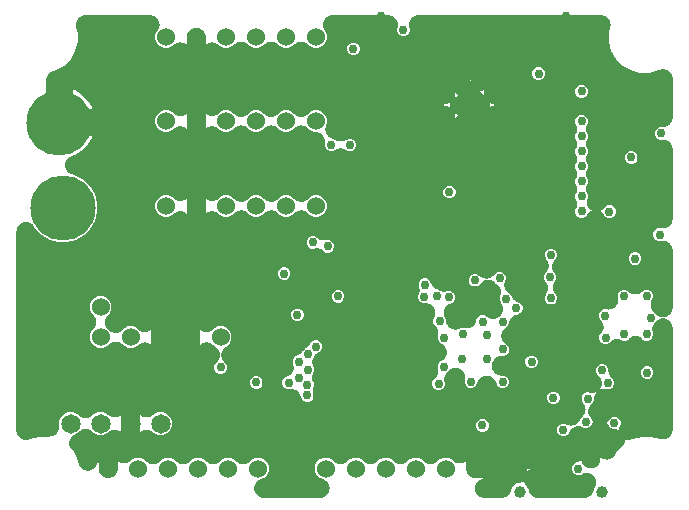
<source format=gbr>
G04 EAGLE Gerber RS-274X export*
G75*
%MOMM*%
%FSLAX34Y34*%
%LPD*%
%INCopper Layer 15*%
%IPPOS*%
%AMOC8*
5,1,8,0,0,1.08239X$1,22.5*%
G01*
%ADD10C,1.524000*%
%ADD11C,1.650000*%
%ADD12C,0.708000*%
%ADD13C,1.530000*%
%ADD14C,5.516000*%
%ADD15C,1.058000*%
%ADD16C,1.008000*%
%ADD17C,0.756400*%
%ADD18C,1.625600*%
%ADD19C,0.609600*%
%ADD20C,0.406400*%

G36*
X295305Y470537D02*
X295305Y470537D01*
X295322Y470536D01*
X295707Y470557D01*
X296093Y470576D01*
X296110Y470578D01*
X296127Y470579D01*
X296506Y470638D01*
X296890Y470695D01*
X296907Y470699D01*
X296923Y470702D01*
X297300Y470799D01*
X297671Y470893D01*
X297687Y470899D01*
X297704Y470903D01*
X298072Y471038D01*
X298429Y471168D01*
X298444Y471175D01*
X298461Y471181D01*
X298808Y471349D01*
X299156Y471516D01*
X299171Y471525D01*
X299186Y471532D01*
X299513Y471732D01*
X299845Y471934D01*
X299859Y471944D01*
X299874Y471953D01*
X300181Y472187D01*
X300489Y472419D01*
X300502Y472430D01*
X300516Y472441D01*
X300799Y472703D01*
X301082Y472965D01*
X301094Y472977D01*
X301106Y472989D01*
X301361Y473277D01*
X301618Y473567D01*
X301629Y473581D01*
X301640Y473593D01*
X301864Y473905D01*
X302092Y474219D01*
X302101Y474234D01*
X302111Y474248D01*
X302304Y474581D01*
X302499Y474915D01*
X302506Y474930D01*
X302515Y474945D01*
X302674Y475297D01*
X302835Y475648D01*
X302840Y475664D01*
X302847Y475679D01*
X302971Y476044D01*
X303096Y476410D01*
X303100Y476427D01*
X303106Y476443D01*
X303192Y476818D01*
X303281Y477195D01*
X303283Y477212D01*
X303287Y477228D01*
X303336Y477611D01*
X303387Y477994D01*
X303388Y478011D01*
X303390Y478028D01*
X303401Y478416D01*
X303414Y478799D01*
X303413Y478816D01*
X303413Y478834D01*
X303386Y479220D01*
X303360Y479604D01*
X303357Y479621D01*
X303356Y479638D01*
X303291Y480016D01*
X303227Y480399D01*
X303223Y480415D01*
X303220Y480432D01*
X303118Y480801D01*
X303016Y481177D01*
X303010Y481193D01*
X303006Y481209D01*
X302867Y481569D01*
X302729Y481930D01*
X302722Y481945D01*
X302715Y481961D01*
X302542Y482305D01*
X302369Y482651D01*
X302360Y482666D01*
X302352Y482681D01*
X302147Y483004D01*
X301939Y483333D01*
X301929Y483347D01*
X301919Y483361D01*
X301682Y483663D01*
X301444Y483969D01*
X301432Y483981D01*
X301421Y483995D01*
X301157Y484270D01*
X300888Y484553D01*
X300875Y484564D01*
X300863Y484576D01*
X300569Y484827D01*
X300277Y485079D01*
X300263Y485088D01*
X300250Y485099D01*
X299930Y485322D01*
X299617Y485541D01*
X299602Y485550D01*
X299588Y485559D01*
X299250Y485747D01*
X298914Y485936D01*
X298898Y485943D01*
X298884Y485951D01*
X298398Y486172D01*
X294895Y487622D01*
X292322Y490195D01*
X290930Y493556D01*
X290930Y497194D01*
X292322Y500555D01*
X294895Y503128D01*
X298256Y504520D01*
X301894Y504520D01*
X305255Y503128D01*
X307028Y501354D01*
X307079Y501308D01*
X307126Y501259D01*
X307377Y501038D01*
X307626Y500813D01*
X307681Y500773D01*
X307732Y500728D01*
X308005Y500533D01*
X308274Y500334D01*
X308333Y500299D01*
X308388Y500260D01*
X308678Y500093D01*
X308966Y499922D01*
X309028Y499893D01*
X309088Y499859D01*
X309393Y499722D01*
X309696Y499580D01*
X309761Y499557D01*
X309823Y499529D01*
X310141Y499423D01*
X310457Y499312D01*
X310523Y499296D01*
X310588Y499274D01*
X310915Y499200D01*
X311240Y499120D01*
X311307Y499111D01*
X311374Y499096D01*
X311706Y499054D01*
X312038Y499008D01*
X312106Y499005D01*
X312174Y498996D01*
X312508Y498988D01*
X312843Y498974D01*
X312912Y498978D01*
X312980Y498977D01*
X313314Y499002D01*
X313648Y499021D01*
X313715Y499032D01*
X313784Y499037D01*
X314114Y499095D01*
X314444Y499147D01*
X314510Y499165D01*
X314577Y499176D01*
X314900Y499267D01*
X315224Y499352D01*
X315288Y499376D01*
X315354Y499394D01*
X315666Y499516D01*
X315979Y499632D01*
X316041Y499662D01*
X316104Y499687D01*
X316403Y499840D01*
X316704Y499987D01*
X316762Y500022D01*
X316823Y500054D01*
X317105Y500235D01*
X317389Y500411D01*
X317443Y500452D01*
X317501Y500489D01*
X317763Y500697D01*
X318029Y500901D01*
X318079Y500947D01*
X318133Y500990D01*
X318522Y501354D01*
X320295Y503128D01*
X323656Y504520D01*
X327294Y504520D01*
X330655Y503128D01*
X332428Y501354D01*
X332479Y501308D01*
X332526Y501259D01*
X332777Y501038D01*
X333026Y500813D01*
X333081Y500773D01*
X333132Y500728D01*
X333405Y500533D01*
X333674Y500334D01*
X333733Y500299D01*
X333788Y500260D01*
X334078Y500093D01*
X334366Y499922D01*
X334428Y499893D01*
X334488Y499859D01*
X334793Y499722D01*
X335096Y499580D01*
X335161Y499557D01*
X335223Y499529D01*
X335541Y499423D01*
X335857Y499312D01*
X335923Y499296D01*
X335988Y499274D01*
X336315Y499200D01*
X336640Y499120D01*
X336707Y499111D01*
X336774Y499096D01*
X337106Y499054D01*
X337438Y499008D01*
X337506Y499005D01*
X337574Y498996D01*
X337908Y498988D01*
X338243Y498974D01*
X338312Y498978D01*
X338380Y498977D01*
X338714Y499002D01*
X339048Y499021D01*
X339115Y499032D01*
X339184Y499037D01*
X339514Y499095D01*
X339844Y499147D01*
X339910Y499165D01*
X339977Y499176D01*
X340300Y499267D01*
X340624Y499352D01*
X340688Y499376D01*
X340754Y499394D01*
X341066Y499516D01*
X341379Y499632D01*
X341441Y499662D01*
X341504Y499687D01*
X341803Y499840D01*
X342104Y499987D01*
X342162Y500022D01*
X342223Y500054D01*
X342505Y500235D01*
X342789Y500411D01*
X342843Y500452D01*
X342901Y500489D01*
X343163Y500697D01*
X343429Y500901D01*
X343479Y500947D01*
X343533Y500990D01*
X343922Y501354D01*
X345695Y503128D01*
X349056Y504520D01*
X352694Y504520D01*
X356055Y503128D01*
X357828Y501354D01*
X357879Y501309D01*
X357925Y501259D01*
X358178Y501038D01*
X358426Y500813D01*
X358481Y500773D01*
X358532Y500728D01*
X358805Y500533D01*
X359074Y500334D01*
X359132Y500299D01*
X359188Y500260D01*
X359479Y500093D01*
X359766Y499922D01*
X359828Y499893D01*
X359887Y499859D01*
X360194Y499721D01*
X360496Y499580D01*
X360561Y499557D01*
X360623Y499529D01*
X360941Y499423D01*
X361257Y499312D01*
X361323Y499295D01*
X361388Y499274D01*
X361714Y499200D01*
X362040Y499120D01*
X362107Y499111D01*
X362174Y499096D01*
X362506Y499054D01*
X362838Y499008D01*
X362906Y499005D01*
X362974Y498996D01*
X363309Y498988D01*
X363643Y498974D01*
X363711Y498978D01*
X363780Y498977D01*
X364114Y499002D01*
X364448Y499021D01*
X364516Y499032D01*
X364583Y499037D01*
X364913Y499095D01*
X365244Y499147D01*
X365310Y499165D01*
X365377Y499176D01*
X365700Y499267D01*
X366024Y499352D01*
X366088Y499375D01*
X366154Y499394D01*
X366466Y499516D01*
X366779Y499632D01*
X366841Y499662D01*
X366904Y499687D01*
X367202Y499839D01*
X367504Y499987D01*
X367562Y500023D01*
X367622Y500054D01*
X367904Y500234D01*
X368189Y500411D01*
X368243Y500452D01*
X368301Y500489D01*
X368563Y500697D01*
X368829Y500901D01*
X368879Y500947D01*
X368932Y500990D01*
X369322Y501354D01*
X371095Y503128D01*
X374456Y504520D01*
X378094Y504520D01*
X381455Y503128D01*
X383228Y501354D01*
X383279Y501309D01*
X383325Y501259D01*
X383578Y501038D01*
X383826Y500813D01*
X383881Y500773D01*
X383932Y500728D01*
X384205Y500533D01*
X384474Y500334D01*
X384532Y500299D01*
X384588Y500260D01*
X384879Y500093D01*
X385166Y499922D01*
X385228Y499893D01*
X385287Y499859D01*
X385594Y499721D01*
X385896Y499580D01*
X385961Y499557D01*
X386023Y499529D01*
X386341Y499423D01*
X386657Y499312D01*
X386723Y499295D01*
X386788Y499274D01*
X387114Y499200D01*
X387440Y499120D01*
X387507Y499111D01*
X387574Y499096D01*
X387906Y499054D01*
X388238Y499008D01*
X388306Y499005D01*
X388374Y498996D01*
X388709Y498988D01*
X389043Y498974D01*
X389111Y498978D01*
X389180Y498977D01*
X389514Y499002D01*
X389848Y499021D01*
X389916Y499032D01*
X389983Y499037D01*
X390313Y499095D01*
X390644Y499147D01*
X390710Y499165D01*
X390777Y499176D01*
X391100Y499267D01*
X391424Y499352D01*
X391488Y499375D01*
X391554Y499394D01*
X391866Y499516D01*
X392179Y499632D01*
X392241Y499662D01*
X392304Y499687D01*
X392602Y499839D01*
X392904Y499987D01*
X392962Y500023D01*
X393022Y500054D01*
X393304Y500234D01*
X393589Y500411D01*
X393643Y500452D01*
X393701Y500489D01*
X393963Y500697D01*
X394229Y500901D01*
X394279Y500947D01*
X394332Y500990D01*
X394722Y501354D01*
X396495Y503128D01*
X399856Y504520D01*
X403494Y504520D01*
X406855Y503128D01*
X407910Y502073D01*
X407960Y502027D01*
X408007Y501977D01*
X408261Y501755D01*
X408507Y501532D01*
X408562Y501491D01*
X408614Y501446D01*
X408886Y501252D01*
X409155Y501053D01*
X409214Y501018D01*
X409270Y500978D01*
X409560Y500812D01*
X409848Y500640D01*
X409910Y500611D01*
X409969Y500577D01*
X410275Y500440D01*
X410578Y500298D01*
X410642Y500275D01*
X410705Y500247D01*
X411022Y500142D01*
X411338Y500030D01*
X411405Y500014D01*
X411469Y499992D01*
X411795Y499918D01*
X412121Y499839D01*
X412189Y499829D01*
X412256Y499814D01*
X412588Y499773D01*
X412919Y499726D01*
X412988Y499723D01*
X413056Y499715D01*
X413390Y499707D01*
X413725Y499693D01*
X413793Y499697D01*
X413861Y499695D01*
X414195Y499720D01*
X414529Y499739D01*
X414597Y499750D01*
X414665Y499755D01*
X414995Y499813D01*
X415326Y499866D01*
X415392Y499883D01*
X415459Y499895D01*
X415781Y499985D01*
X416105Y500070D01*
X416169Y500094D01*
X416235Y500112D01*
X416547Y500234D01*
X416861Y500351D01*
X416923Y500381D01*
X416986Y500406D01*
X417284Y500558D01*
X417585Y500705D01*
X417643Y500741D01*
X417704Y500772D01*
X417986Y500953D01*
X418271Y501129D01*
X418325Y501171D01*
X418382Y501208D01*
X418644Y501415D01*
X418911Y501619D01*
X418948Y501654D01*
X418948Y495375D01*
X418951Y495307D01*
X418949Y495239D01*
X418971Y494905D01*
X418988Y494570D01*
X418998Y494503D01*
X419002Y494435D01*
X419057Y494104D01*
X419107Y493773D01*
X419124Y493707D01*
X419135Y493639D01*
X419223Y493316D01*
X419305Y492992D01*
X419328Y492928D01*
X419346Y492862D01*
X419466Y492548D01*
X419579Y492234D01*
X419609Y492172D01*
X419633Y492108D01*
X419783Y491809D01*
X419927Y491507D01*
X419963Y491448D01*
X419993Y491387D01*
X420172Y491104D01*
X420346Y490818D01*
X420387Y490763D01*
X420423Y490705D01*
X420629Y490441D01*
X420830Y490173D01*
X420877Y490123D01*
X420919Y490069D01*
X421150Y489826D01*
X421376Y489580D01*
X421377Y489580D01*
X421428Y489535D01*
X421475Y489486D01*
X421475Y489485D01*
X421729Y489267D01*
X421979Y489044D01*
X422034Y489004D01*
X422086Y488959D01*
X422360Y488767D01*
X422631Y488570D01*
X422690Y488536D01*
X422746Y488497D01*
X423038Y488333D01*
X423327Y488163D01*
X423389Y488135D01*
X423449Y488102D01*
X423756Y487967D01*
X424060Y487828D01*
X424124Y487806D01*
X424187Y487778D01*
X424506Y487675D01*
X424822Y487566D01*
X424889Y487550D01*
X424954Y487529D01*
X425281Y487458D01*
X425607Y487381D01*
X425675Y487372D01*
X425741Y487358D01*
X426074Y487319D01*
X426406Y487275D01*
X426474Y487273D01*
X426542Y487265D01*
X427075Y487248D01*
X433174Y487248D01*
X432732Y486909D01*
X431579Y486243D01*
X431408Y486172D01*
X431392Y486164D01*
X431376Y486158D01*
X431027Y485992D01*
X430679Y485827D01*
X430664Y485818D01*
X430649Y485810D01*
X430316Y485609D01*
X429988Y485411D01*
X429974Y485401D01*
X429960Y485392D01*
X429652Y485161D01*
X429342Y484929D01*
X429329Y484918D01*
X429316Y484907D01*
X429033Y484647D01*
X428747Y484386D01*
X428735Y484373D01*
X428723Y484361D01*
X428466Y484074D01*
X428208Y483786D01*
X428198Y483772D01*
X428187Y483759D01*
X427960Y483447D01*
X427732Y483136D01*
X427723Y483121D01*
X427713Y483107D01*
X427519Y482776D01*
X427322Y482442D01*
X427315Y482426D01*
X427306Y482411D01*
X427146Y482061D01*
X426983Y481710D01*
X426977Y481694D01*
X426970Y481678D01*
X426844Y481309D01*
X426718Y480949D01*
X426714Y480932D01*
X426709Y480916D01*
X426619Y480537D01*
X426530Y480165D01*
X426528Y480148D01*
X426524Y480131D01*
X426472Y479743D01*
X426421Y479366D01*
X426420Y479349D01*
X426418Y479332D01*
X426405Y478945D01*
X426391Y478561D01*
X426392Y478543D01*
X426391Y478527D01*
X426417Y478144D01*
X426441Y477756D01*
X426444Y477739D01*
X426445Y477722D01*
X426509Y477340D01*
X426570Y476961D01*
X426575Y476944D01*
X426578Y476927D01*
X426680Y476551D01*
X426778Y476182D01*
X426784Y476166D01*
X426789Y476149D01*
X426927Y475785D01*
X427062Y475427D01*
X427070Y475412D01*
X427076Y475396D01*
X427249Y475048D01*
X427419Y474705D01*
X427428Y474690D01*
X427436Y474675D01*
X427644Y474345D01*
X427846Y474021D01*
X427857Y474008D01*
X427866Y473993D01*
X428103Y473689D01*
X428339Y473383D01*
X428351Y473370D01*
X428361Y473357D01*
X428626Y473079D01*
X428892Y472797D01*
X428905Y472786D01*
X428917Y472773D01*
X429208Y472523D01*
X429501Y472269D01*
X429515Y472259D01*
X429528Y472247D01*
X429843Y472027D01*
X430159Y471803D01*
X430174Y471795D01*
X430188Y471785D01*
X430526Y471595D01*
X430860Y471405D01*
X430876Y471398D01*
X430891Y471390D01*
X431246Y471234D01*
X431597Y471079D01*
X431613Y471073D01*
X431629Y471066D01*
X431998Y470947D01*
X432363Y470827D01*
X432379Y470823D01*
X432396Y470818D01*
X432776Y470735D01*
X433150Y470652D01*
X433166Y470650D01*
X433184Y470646D01*
X433571Y470601D01*
X433950Y470556D01*
X433967Y470555D01*
X433984Y470553D01*
X434517Y470536D01*
X449032Y470536D01*
X449268Y470547D01*
X449505Y470549D01*
X449671Y470567D01*
X449837Y470576D01*
X450071Y470611D01*
X450306Y470636D01*
X450469Y470670D01*
X450634Y470695D01*
X450864Y470753D01*
X451095Y470802D01*
X451254Y470852D01*
X451416Y470893D01*
X451638Y470974D01*
X451864Y471045D01*
X452017Y471111D01*
X452174Y471168D01*
X452387Y471270D01*
X452604Y471363D01*
X452750Y471443D01*
X452901Y471516D01*
X453103Y471639D01*
X453310Y471753D01*
X453447Y471847D01*
X453590Y471934D01*
X453779Y472076D01*
X453973Y472210D01*
X454101Y472318D01*
X454234Y472419D01*
X454408Y472579D01*
X454588Y472732D01*
X454704Y472852D01*
X454827Y472965D01*
X454984Y473141D01*
X455149Y473311D01*
X455252Y473442D01*
X455363Y473567D01*
X455502Y473758D01*
X455649Y473944D01*
X455739Y474084D01*
X455837Y474219D01*
X455956Y474423D01*
X456084Y474622D01*
X456159Y474771D01*
X456243Y474915D01*
X456342Y475130D01*
X456449Y475341D01*
X456510Y475496D01*
X456579Y475648D01*
X456656Y475871D01*
X456742Y476092D01*
X456787Y476253D01*
X456841Y476410D01*
X456895Y476640D01*
X456959Y476868D01*
X457003Y477098D01*
X457026Y477195D01*
X457035Y477265D01*
X457059Y477392D01*
X457071Y477465D01*
X457440Y478600D01*
X457981Y479663D01*
X458683Y480628D01*
X459527Y481472D01*
X460492Y482174D01*
X461555Y482715D01*
X462690Y483084D01*
X464418Y483358D01*
X464616Y483399D01*
X464816Y483431D01*
X465010Y483482D01*
X465207Y483523D01*
X465400Y483584D01*
X465595Y483635D01*
X465784Y483705D01*
X465975Y483766D01*
X466162Y483846D01*
X466351Y483916D01*
X466531Y484004D01*
X466716Y484084D01*
X466894Y484182D01*
X467075Y484270D01*
X467246Y484376D01*
X467422Y484473D01*
X467589Y484588D01*
X467741Y484682D01*
X467755Y484632D01*
X467851Y484276D01*
X467864Y484243D01*
X467873Y484211D01*
X468007Y483867D01*
X468138Y483522D01*
X468154Y483492D01*
X468166Y483460D01*
X468334Y483131D01*
X468499Y482801D01*
X468517Y482772D01*
X468532Y482742D01*
X468731Y482432D01*
X468929Y482119D01*
X468950Y482092D01*
X468968Y482063D01*
X469196Y481776D01*
X469424Y481483D01*
X469448Y481458D01*
X469469Y481432D01*
X469833Y481042D01*
X470247Y480629D01*
X470949Y479663D01*
X471490Y478600D01*
X471859Y477465D01*
X471871Y477392D01*
X471919Y477161D01*
X471958Y476927D01*
X472002Y476766D01*
X472036Y476603D01*
X472107Y476378D01*
X472169Y476149D01*
X472229Y475993D01*
X472279Y475834D01*
X472372Y475617D01*
X472456Y475396D01*
X472531Y475247D01*
X472597Y475093D01*
X472711Y474887D01*
X472816Y474675D01*
X472905Y474534D01*
X472986Y474388D01*
X473120Y474193D01*
X473246Y473993D01*
X473349Y473861D01*
X473444Y473724D01*
X473596Y473544D01*
X473742Y473357D01*
X473857Y473236D01*
X473965Y473109D01*
X474134Y472945D01*
X474298Y472773D01*
X474424Y472664D01*
X474544Y472548D01*
X474729Y472402D01*
X474909Y472247D01*
X475045Y472152D01*
X475176Y472048D01*
X475375Y471920D01*
X475569Y471785D01*
X475714Y471703D01*
X475854Y471613D01*
X476065Y471506D01*
X476271Y471390D01*
X476424Y471323D01*
X476573Y471247D01*
X476793Y471161D01*
X477010Y471066D01*
X477169Y471015D01*
X477324Y470954D01*
X477551Y470890D01*
X477776Y470818D01*
X477939Y470782D01*
X478100Y470737D01*
X478333Y470696D01*
X478564Y470646D01*
X478730Y470627D01*
X478894Y470598D01*
X479129Y470580D01*
X479365Y470553D01*
X479599Y470546D01*
X479698Y470538D01*
X479769Y470540D01*
X479898Y470536D01*
X519032Y470536D01*
X519268Y470547D01*
X519505Y470549D01*
X519671Y470567D01*
X519837Y470576D01*
X520071Y470611D01*
X520306Y470636D01*
X520469Y470670D01*
X520634Y470695D01*
X520864Y470753D01*
X521095Y470802D01*
X521254Y470852D01*
X521416Y470893D01*
X521638Y470974D01*
X521864Y471045D01*
X522017Y471111D01*
X522174Y471168D01*
X522387Y471270D01*
X522604Y471363D01*
X522750Y471443D01*
X522901Y471516D01*
X523103Y471639D01*
X523310Y471753D01*
X523447Y471847D01*
X523590Y471934D01*
X523779Y472076D01*
X523973Y472210D01*
X524101Y472318D01*
X524234Y472419D01*
X524408Y472579D01*
X524588Y472732D01*
X524704Y472852D01*
X524827Y472965D01*
X524984Y473141D01*
X525149Y473311D01*
X525252Y473442D01*
X525363Y473567D01*
X525502Y473758D01*
X525649Y473944D01*
X525739Y474084D01*
X525837Y474219D01*
X525956Y474423D01*
X526084Y474622D01*
X526159Y474771D01*
X526243Y474915D01*
X526342Y475130D01*
X526449Y475341D01*
X526510Y475496D01*
X526579Y475648D01*
X526656Y475871D01*
X526742Y476092D01*
X526787Y476253D01*
X526841Y476410D01*
X526895Y476640D01*
X526959Y476868D01*
X527003Y477098D01*
X527026Y477195D01*
X527035Y477265D01*
X527059Y477392D01*
X527071Y477465D01*
X527440Y478600D01*
X528106Y479908D01*
X528251Y480231D01*
X528399Y480550D01*
X528415Y480598D01*
X528436Y480643D01*
X528548Y480979D01*
X528664Y481312D01*
X528675Y481360D01*
X528691Y481408D01*
X528770Y481753D01*
X528852Y482096D01*
X528859Y482145D01*
X528870Y482194D01*
X528913Y482544D01*
X528961Y482894D01*
X528963Y482944D01*
X528969Y482994D01*
X528978Y483347D01*
X528991Y483700D01*
X528988Y483749D01*
X528989Y483800D01*
X528963Y484152D01*
X528941Y484504D01*
X528933Y484554D01*
X528929Y484603D01*
X528868Y484951D01*
X528812Y485300D01*
X528799Y485348D01*
X528790Y485397D01*
X528695Y485738D01*
X528604Y486079D01*
X528586Y486125D01*
X528573Y486174D01*
X528444Y486503D01*
X528320Y486833D01*
X528298Y486878D01*
X528280Y486925D01*
X528119Y487239D01*
X527963Y487556D01*
X527936Y487598D01*
X527914Y487643D01*
X527722Y487941D01*
X527536Y488240D01*
X527505Y488279D01*
X527478Y488321D01*
X527259Y488598D01*
X527043Y488878D01*
X527009Y488914D01*
X526978Y488953D01*
X526733Y489206D01*
X526490Y489464D01*
X526452Y489497D01*
X526417Y489532D01*
X526148Y489760D01*
X525881Y489992D01*
X525840Y490021D01*
X525802Y490053D01*
X525511Y490253D01*
X525223Y490458D01*
X525179Y490482D01*
X525138Y490510D01*
X524829Y490681D01*
X524522Y490855D01*
X524476Y490876D01*
X524432Y490900D01*
X524107Y491039D01*
X523785Y491182D01*
X523737Y491198D01*
X523691Y491217D01*
X523354Y491324D01*
X523019Y491434D01*
X522970Y491445D01*
X522923Y491460D01*
X522577Y491532D01*
X522232Y491609D01*
X522183Y491615D01*
X522134Y491625D01*
X521782Y491663D01*
X521432Y491705D01*
X521382Y491706D01*
X521332Y491711D01*
X520980Y491714D01*
X520626Y491721D01*
X520576Y491717D01*
X520526Y491718D01*
X520175Y491686D01*
X519822Y491658D01*
X519773Y491649D01*
X519723Y491644D01*
X519377Y491577D01*
X519029Y491515D01*
X518981Y491501D01*
X518932Y491492D01*
X518593Y491391D01*
X518254Y491294D01*
X518196Y491272D01*
X518159Y491261D01*
X518074Y491227D01*
X517754Y491106D01*
X515068Y489993D01*
X512957Y489993D01*
X511006Y490801D01*
X509513Y492294D01*
X508705Y494244D01*
X508705Y496356D01*
X509513Y498306D01*
X511006Y499799D01*
X512673Y500489D01*
X512689Y500497D01*
X512707Y500503D01*
X513051Y500668D01*
X513401Y500834D01*
X513417Y500844D01*
X513434Y500852D01*
X513760Y501050D01*
X514092Y501250D01*
X514107Y501261D01*
X514122Y501270D01*
X514430Y501502D01*
X514738Y501731D01*
X514752Y501744D01*
X514766Y501755D01*
X515049Y502016D01*
X515333Y502275D01*
X515346Y502289D01*
X515359Y502301D01*
X515612Y502585D01*
X515872Y502875D01*
X515883Y502890D01*
X515895Y502904D01*
X516118Y503211D01*
X516348Y503525D01*
X516358Y503541D01*
X516368Y503556D01*
X516481Y503748D01*
X516481Y503703D01*
X516496Y503391D01*
X516505Y503079D01*
X516516Y502989D01*
X516521Y502898D01*
X516567Y502589D01*
X516606Y502279D01*
X516627Y502191D01*
X516640Y502100D01*
X516717Y501798D01*
X516787Y501494D01*
X516816Y501407D01*
X516838Y501319D01*
X516944Y501026D01*
X517044Y500730D01*
X517082Y500646D01*
X517113Y500561D01*
X517247Y500280D01*
X517376Y499995D01*
X517421Y499916D01*
X517461Y499834D01*
X517623Y499567D01*
X517779Y499297D01*
X517832Y499223D01*
X517879Y499145D01*
X518067Y498896D01*
X518249Y498642D01*
X518324Y498553D01*
X518364Y498501D01*
X518379Y498484D01*
X518432Y498427D01*
X518594Y498236D01*
X518595Y498235D01*
X518756Y498075D01*
X518910Y497907D01*
X519041Y497791D01*
X519166Y497667D01*
X519342Y497523D01*
X519512Y497371D01*
X519654Y497268D01*
X519791Y497157D01*
X519980Y497031D01*
X520164Y496898D01*
X520316Y496809D01*
X520463Y496712D01*
X520664Y496606D01*
X520860Y496491D01*
X521020Y496418D01*
X521175Y496336D01*
X521387Y496250D01*
X521593Y496155D01*
X521759Y496098D01*
X521922Y496032D01*
X522140Y495967D01*
X522355Y495894D01*
X522527Y495853D01*
X522695Y495803D01*
X522918Y495761D01*
X523140Y495709D01*
X523314Y495686D01*
X523487Y495653D01*
X523714Y495633D01*
X523939Y495603D01*
X524115Y495597D01*
X524290Y495581D01*
X524517Y495584D01*
X524745Y495576D01*
X524920Y495588D01*
X525096Y495590D01*
X525322Y495615D01*
X525549Y495630D01*
X525723Y495659D01*
X525897Y495678D01*
X526120Y495725D01*
X526344Y495763D01*
X526514Y495809D01*
X526686Y495845D01*
X526903Y495914D01*
X527122Y495974D01*
X527286Y496036D01*
X527454Y496090D01*
X527663Y496180D01*
X527875Y496261D01*
X528033Y496339D01*
X528194Y496409D01*
X528393Y496519D01*
X528597Y496621D01*
X528746Y496715D01*
X528899Y496800D01*
X529086Y496929D01*
X529278Y497051D01*
X529417Y497159D01*
X529562Y497259D01*
X529735Y497406D01*
X529914Y497546D01*
X530042Y497667D01*
X530176Y497781D01*
X530333Y497945D01*
X530498Y498102D01*
X530613Y498235D01*
X530735Y498362D01*
X530876Y498541D01*
X531024Y498713D01*
X531125Y498857D01*
X531234Y498995D01*
X531356Y499187D01*
X531487Y499373D01*
X531573Y499526D01*
X531667Y499675D01*
X531770Y499878D01*
X531882Y500076D01*
X531952Y500237D01*
X532032Y500394D01*
X532114Y500606D01*
X532205Y500814D01*
X532259Y500981D01*
X532323Y501145D01*
X532384Y501365D01*
X532454Y501581D01*
X532491Y501752D01*
X532538Y501922D01*
X532577Y502146D01*
X532625Y502368D01*
X532646Y502543D01*
X532676Y502716D01*
X532692Y502943D01*
X532718Y503169D01*
X532726Y503420D01*
X532734Y503520D01*
X532732Y503586D01*
X532736Y503702D01*
X532736Y505071D01*
X532856Y504970D01*
X532971Y504862D01*
X533166Y504712D01*
X533355Y504555D01*
X533485Y504467D01*
X533610Y504371D01*
X533819Y504241D01*
X534022Y504103D01*
X534161Y504028D01*
X534295Y503945D01*
X534515Y503836D01*
X534731Y503719D01*
X534876Y503659D01*
X535018Y503589D01*
X535248Y503503D01*
X535475Y503408D01*
X535625Y503362D01*
X535773Y503307D01*
X536010Y503244D01*
X536245Y503172D01*
X536400Y503141D01*
X536552Y503100D01*
X536795Y503061D01*
X537035Y503013D01*
X537192Y502997D01*
X537348Y502972D01*
X537593Y502957D01*
X537838Y502933D01*
X537995Y502933D01*
X538153Y502924D01*
X538398Y502933D01*
X538644Y502933D01*
X538801Y502949D01*
X538958Y502955D01*
X539201Y502989D01*
X539446Y503013D01*
X539600Y503044D01*
X539757Y503066D01*
X539995Y503124D01*
X540236Y503172D01*
X540387Y503219D01*
X540540Y503256D01*
X540771Y503337D01*
X541007Y503409D01*
X541152Y503470D01*
X541301Y503522D01*
X541523Y503625D01*
X541750Y503721D01*
X541889Y503796D01*
X542032Y503862D01*
X542243Y503987D01*
X542459Y504104D01*
X542590Y504193D01*
X542725Y504273D01*
X542923Y504419D01*
X543126Y504556D01*
X543247Y504657D01*
X543374Y504751D01*
X543557Y504915D01*
X543745Y505073D01*
X543856Y505185D01*
X543973Y505291D01*
X544138Y505472D01*
X544311Y505647D01*
X544409Y505770D01*
X544516Y505887D01*
X544662Y506084D01*
X544816Y506275D01*
X544902Y506407D01*
X544996Y506534D01*
X545225Y506902D01*
X545257Y506950D01*
X545264Y506965D01*
X545278Y506987D01*
X547490Y510819D01*
X551346Y514675D01*
X551369Y514701D01*
X551395Y514724D01*
X551639Y514998D01*
X551887Y515273D01*
X551908Y515300D01*
X551931Y515326D01*
X552147Y515624D01*
X552367Y515921D01*
X552384Y515950D01*
X552404Y515978D01*
X552591Y516297D01*
X552779Y516613D01*
X552794Y516644D01*
X552811Y516674D01*
X552964Y517008D01*
X553121Y517343D01*
X553133Y517376D01*
X553147Y517407D01*
X553266Y517754D01*
X553389Y518104D01*
X553397Y518137D01*
X553408Y518169D01*
X553493Y518526D01*
X553581Y518887D01*
X553585Y518920D01*
X553593Y518954D01*
X553642Y519320D01*
X553693Y519685D01*
X553695Y519719D01*
X553699Y519753D01*
X553711Y520121D01*
X553718Y520279D01*
X553811Y520247D01*
X553962Y520186D01*
X554192Y520118D01*
X554420Y520041D01*
X554579Y520005D01*
X554736Y519959D01*
X554971Y519914D01*
X555205Y519860D01*
X555368Y519839D01*
X555528Y519809D01*
X555767Y519788D01*
X556005Y519757D01*
X556168Y519753D01*
X556331Y519738D01*
X556570Y519741D01*
X556811Y519734D01*
X556974Y519746D01*
X557137Y519748D01*
X557375Y519774D01*
X557615Y519791D01*
X557775Y519819D01*
X557938Y519837D01*
X558173Y519887D01*
X558409Y519927D01*
X558566Y519971D01*
X558726Y520005D01*
X558955Y520078D01*
X559186Y520141D01*
X559338Y520200D01*
X559494Y520250D01*
X559642Y520314D01*
X567654Y522461D01*
X575596Y522461D01*
X583609Y520314D01*
X583927Y520245D01*
X584244Y520170D01*
X584321Y520160D01*
X584397Y520144D01*
X584720Y520107D01*
X585043Y520064D01*
X585120Y520062D01*
X585197Y520053D01*
X585523Y520049D01*
X585848Y520038D01*
X585926Y520043D01*
X586003Y520042D01*
X586328Y520070D01*
X586653Y520091D01*
X586730Y520104D01*
X586807Y520111D01*
X587126Y520170D01*
X587448Y520224D01*
X587523Y520245D01*
X587599Y520259D01*
X587911Y520350D01*
X588226Y520435D01*
X588298Y520463D01*
X588373Y520485D01*
X588675Y520607D01*
X588979Y520722D01*
X589048Y520757D01*
X589120Y520786D01*
X589409Y520937D01*
X589700Y521083D01*
X589766Y521124D01*
X589835Y521160D01*
X590106Y521339D01*
X590382Y521512D01*
X590443Y521560D01*
X590508Y521603D01*
X590761Y521807D01*
X591018Y522008D01*
X591074Y522061D01*
X591134Y522110D01*
X591366Y522339D01*
X591602Y522564D01*
X591652Y522623D01*
X591708Y522677D01*
X591915Y522928D01*
X592128Y523175D01*
X592172Y523238D01*
X592222Y523298D01*
X592403Y523568D01*
X592590Y523835D01*
X592628Y523903D01*
X592672Y523967D01*
X592826Y524253D01*
X592985Y524537D01*
X593016Y524609D01*
X593053Y524677D01*
X593178Y524977D01*
X593309Y525276D01*
X593333Y525350D01*
X593362Y525421D01*
X593457Y525733D01*
X593557Y526043D01*
X593574Y526118D01*
X593597Y526193D01*
X593660Y526512D01*
X593729Y526830D01*
X593738Y526907D01*
X593753Y526983D01*
X593784Y527307D01*
X593822Y527631D01*
X593825Y527729D01*
X593830Y527786D01*
X593830Y527886D01*
X593839Y528164D01*
X593839Y614423D01*
X593838Y614457D01*
X593839Y614491D01*
X593818Y614859D01*
X593799Y615228D01*
X593794Y615262D01*
X593792Y615296D01*
X593735Y615658D01*
X593680Y616025D01*
X593671Y616059D01*
X593666Y616092D01*
X593573Y616447D01*
X593482Y616807D01*
X593470Y616839D01*
X593462Y616872D01*
X593333Y617218D01*
X593207Y617565D01*
X593193Y617595D01*
X593181Y617628D01*
X593019Y617959D01*
X592859Y618292D01*
X592842Y618321D01*
X592827Y618352D01*
X592633Y618665D01*
X592441Y618981D01*
X592421Y619008D01*
X592403Y619037D01*
X592179Y619329D01*
X591956Y619625D01*
X591933Y619650D01*
X591913Y619677D01*
X591660Y619947D01*
X591410Y620218D01*
X591385Y620241D01*
X591362Y620266D01*
X591083Y620509D01*
X590808Y620754D01*
X590781Y620774D01*
X590755Y620797D01*
X590454Y621011D01*
X590156Y621228D01*
X590127Y621245D01*
X590099Y621265D01*
X589777Y621449D01*
X589460Y621634D01*
X589429Y621649D01*
X589400Y621666D01*
X589061Y621817D01*
X588727Y621970D01*
X588695Y621981D01*
X588664Y621995D01*
X588313Y622113D01*
X587965Y622232D01*
X587932Y622240D01*
X587899Y622250D01*
X587540Y622332D01*
X587180Y622417D01*
X587146Y622421D01*
X587113Y622429D01*
X586747Y622474D01*
X586381Y622523D01*
X586347Y622524D01*
X586313Y622528D01*
X585942Y622537D01*
X585576Y622549D01*
X585542Y622547D01*
X585507Y622548D01*
X585138Y622520D01*
X584771Y622496D01*
X584737Y622490D01*
X584704Y622488D01*
X584340Y622424D01*
X583976Y622363D01*
X583943Y622354D01*
X583910Y622348D01*
X583554Y622248D01*
X583198Y622152D01*
X583166Y622140D01*
X583133Y622130D01*
X582789Y621996D01*
X582445Y621865D01*
X582414Y621850D01*
X582383Y621837D01*
X582054Y621670D01*
X581724Y621505D01*
X581695Y621486D01*
X581665Y621471D01*
X581354Y621272D01*
X581042Y621075D01*
X581015Y621054D01*
X580986Y621035D01*
X580696Y620805D01*
X580406Y620579D01*
X580381Y620556D01*
X580355Y620534D01*
X579965Y620170D01*
X579023Y619228D01*
X578965Y619164D01*
X578903Y619106D01*
X578695Y618866D01*
X578482Y618630D01*
X578431Y618561D01*
X578375Y618497D01*
X578192Y618237D01*
X578003Y617982D01*
X577959Y617908D01*
X577910Y617839D01*
X577752Y617562D01*
X577590Y617289D01*
X577554Y617212D01*
X577512Y617138D01*
X577383Y616847D01*
X577248Y616559D01*
X577220Y616479D01*
X577185Y616401D01*
X577086Y616098D01*
X576980Y615799D01*
X576960Y615716D01*
X576933Y615635D01*
X576864Y615324D01*
X576789Y615016D01*
X576777Y614932D01*
X576758Y614848D01*
X576720Y614532D01*
X576676Y614218D01*
X576672Y614132D01*
X576662Y614048D01*
X576656Y613730D01*
X576643Y613413D01*
X576648Y613327D01*
X576646Y613242D01*
X576671Y612924D01*
X576689Y612608D01*
X576703Y612524D01*
X576710Y612438D01*
X576766Y612125D01*
X576816Y611812D01*
X576837Y611729D01*
X576853Y611645D01*
X576940Y611339D01*
X577020Y611032D01*
X577050Y610952D01*
X577073Y610870D01*
X577261Y610371D01*
X577370Y610108D01*
X577370Y607997D01*
X576562Y606046D01*
X575069Y604554D01*
X573119Y603746D01*
X571008Y603746D01*
X569057Y604554D01*
X568310Y605301D01*
X568260Y605346D01*
X568213Y605396D01*
X567960Y605617D01*
X567713Y605842D01*
X567658Y605882D01*
X567606Y605927D01*
X567334Y606122D01*
X567064Y606321D01*
X567006Y606356D01*
X566950Y606396D01*
X566659Y606562D01*
X566372Y606734D01*
X566310Y606762D01*
X566251Y606796D01*
X565945Y606934D01*
X565642Y607075D01*
X565577Y607098D01*
X565515Y607126D01*
X565197Y607232D01*
X564882Y607343D01*
X564815Y607360D01*
X564750Y607381D01*
X564424Y607455D01*
X564099Y607535D01*
X564031Y607544D01*
X563964Y607559D01*
X563632Y607601D01*
X563300Y607648D01*
X563232Y607650D01*
X563164Y607659D01*
X562829Y607667D01*
X562495Y607681D01*
X562427Y607677D01*
X562358Y607679D01*
X562024Y607654D01*
X561690Y607634D01*
X561623Y607623D01*
X561555Y607618D01*
X561225Y607560D01*
X560894Y607508D01*
X560828Y607491D01*
X560761Y607479D01*
X560438Y607388D01*
X560114Y607303D01*
X560050Y607280D01*
X559985Y607261D01*
X559673Y607139D01*
X559359Y607023D01*
X559297Y606993D01*
X559234Y606968D01*
X558936Y606816D01*
X558635Y606669D01*
X558577Y606633D01*
X558516Y606602D01*
X558234Y606420D01*
X557949Y606244D01*
X557895Y606203D01*
X557837Y606166D01*
X557575Y605958D01*
X557309Y605754D01*
X557259Y605708D01*
X557206Y605665D01*
X556816Y605301D01*
X556069Y604554D01*
X554119Y603746D01*
X552008Y603746D01*
X550164Y604509D01*
X550084Y604538D01*
X550006Y604573D01*
X549704Y604674D01*
X549405Y604780D01*
X549322Y604801D01*
X549241Y604828D01*
X548931Y604898D01*
X548623Y604975D01*
X548538Y604987D01*
X548455Y605006D01*
X548140Y605045D01*
X547825Y605091D01*
X547740Y605095D01*
X547655Y605106D01*
X547338Y605113D01*
X547020Y605128D01*
X546934Y605123D01*
X546849Y605125D01*
X546532Y605102D01*
X546215Y605085D01*
X546131Y605072D01*
X546045Y605065D01*
X545732Y605010D01*
X545418Y604962D01*
X545335Y604940D01*
X545251Y604926D01*
X544946Y604840D01*
X544638Y604760D01*
X544558Y604731D01*
X544475Y604708D01*
X544179Y604592D01*
X543881Y604483D01*
X543804Y604446D01*
X543724Y604415D01*
X543441Y604270D01*
X543155Y604132D01*
X543082Y604087D01*
X543006Y604048D01*
X542739Y603877D01*
X542468Y603711D01*
X542400Y603659D01*
X542328Y603613D01*
X542079Y603415D01*
X541826Y603223D01*
X541763Y603165D01*
X541696Y603112D01*
X541307Y602747D01*
X540033Y601474D01*
X538083Y600666D01*
X535972Y600666D01*
X534021Y601474D01*
X532529Y602967D01*
X531721Y604917D01*
X531721Y607028D01*
X532529Y608979D01*
X533043Y609493D01*
X533089Y609544D01*
X533139Y609591D01*
X533359Y609842D01*
X533584Y610091D01*
X533625Y610146D01*
X533670Y610197D01*
X533864Y610470D01*
X534063Y610739D01*
X534098Y610798D01*
X534138Y610853D01*
X534305Y611144D01*
X534476Y611431D01*
X534505Y611493D01*
X534539Y611553D01*
X534676Y611859D01*
X534818Y612161D01*
X534841Y612226D01*
X534868Y612288D01*
X534975Y612606D01*
X535086Y612922D01*
X535102Y612988D01*
X535124Y613053D01*
X535197Y613379D01*
X535277Y613705D01*
X535287Y613772D01*
X535302Y613839D01*
X535343Y614171D01*
X535390Y614503D01*
X535393Y614571D01*
X535401Y614639D01*
X535409Y614973D01*
X535423Y615308D01*
X535419Y615377D01*
X535421Y615445D01*
X535396Y615778D01*
X535376Y616113D01*
X535366Y616180D01*
X535361Y616249D01*
X535303Y616579D01*
X535250Y616909D01*
X535233Y616975D01*
X535221Y617043D01*
X535131Y617365D01*
X535046Y617689D01*
X535022Y617753D01*
X535004Y617819D01*
X534882Y618131D01*
X534765Y618444D01*
X534735Y618506D01*
X534710Y618570D01*
X534558Y618868D01*
X534411Y619169D01*
X534375Y619227D01*
X534344Y619288D01*
X534163Y619569D01*
X533987Y619854D01*
X533945Y619909D01*
X533908Y619966D01*
X533701Y620228D01*
X533497Y620494D01*
X533450Y620544D01*
X533408Y620598D01*
X533043Y620987D01*
X532271Y621759D01*
X531463Y623709D01*
X531463Y625821D01*
X532271Y627771D01*
X533764Y629264D01*
X535714Y630072D01*
X538513Y630072D01*
X538530Y630069D01*
X538892Y630017D01*
X538926Y630015D01*
X538961Y630010D01*
X539329Y629997D01*
X539698Y629980D01*
X539732Y629982D01*
X539766Y629981D01*
X540132Y630003D01*
X540502Y630023D01*
X540537Y630029D01*
X540571Y630031D01*
X540932Y630090D01*
X541299Y630146D01*
X541333Y630155D01*
X541366Y630160D01*
X541720Y630255D01*
X542080Y630347D01*
X542112Y630359D01*
X542145Y630368D01*
X542488Y630497D01*
X542836Y630625D01*
X542868Y630640D01*
X542900Y630652D01*
X543229Y630815D01*
X543562Y630976D01*
X543592Y630994D01*
X543622Y631009D01*
X543932Y631203D01*
X544249Y631397D01*
X544277Y631418D01*
X544306Y631436D01*
X544598Y631662D01*
X544891Y631885D01*
X544916Y631908D01*
X544944Y631929D01*
X545213Y632184D01*
X545482Y632433D01*
X545505Y632459D01*
X545530Y632483D01*
X545773Y632762D01*
X546016Y633038D01*
X546036Y633065D01*
X546058Y633091D01*
X546272Y633393D01*
X546487Y633692D01*
X546504Y633721D01*
X546524Y633750D01*
X546705Y634069D01*
X546890Y634389D01*
X546905Y634421D01*
X546922Y634451D01*
X547071Y634787D01*
X547223Y635124D01*
X547234Y635156D01*
X547248Y635188D01*
X547363Y635537D01*
X547482Y635887D01*
X547489Y635920D01*
X547500Y635953D01*
X547580Y636314D01*
X547663Y636672D01*
X547667Y636707D01*
X547675Y636740D01*
X547719Y637107D01*
X547766Y637472D01*
X547767Y637506D01*
X547771Y637540D01*
X547778Y637908D01*
X547789Y638278D01*
X547786Y638312D01*
X547787Y638346D01*
X547758Y638714D01*
X547732Y639082D01*
X547726Y639115D01*
X547724Y639150D01*
X547658Y639513D01*
X547596Y639876D01*
X547587Y639910D01*
X547581Y639943D01*
X547523Y640145D01*
X547523Y642481D01*
X548331Y644431D01*
X549824Y645924D01*
X551774Y646732D01*
X553886Y646732D01*
X555836Y645924D01*
X556583Y645177D01*
X556634Y645131D01*
X556680Y645081D01*
X556933Y644860D01*
X557181Y644636D01*
X557236Y644595D01*
X557287Y644550D01*
X557559Y644356D01*
X557829Y644157D01*
X557888Y644122D01*
X557943Y644082D01*
X558234Y643915D01*
X558521Y643744D01*
X558583Y643715D01*
X558642Y643681D01*
X558948Y643544D01*
X559251Y643402D01*
X559316Y643379D01*
X559378Y643351D01*
X559697Y643245D01*
X560012Y643134D01*
X560078Y643118D01*
X560143Y643096D01*
X560470Y643022D01*
X560795Y642943D01*
X560862Y642933D01*
X560929Y642918D01*
X561261Y642877D01*
X561593Y642830D01*
X561661Y642827D01*
X561729Y642819D01*
X562064Y642810D01*
X562398Y642797D01*
X562466Y642801D01*
X562535Y642799D01*
X562869Y642824D01*
X563203Y642843D01*
X563270Y642854D01*
X563338Y642859D01*
X563668Y642917D01*
X563999Y642969D01*
X564065Y642987D01*
X564132Y642999D01*
X564456Y643089D01*
X564779Y643174D01*
X564843Y643198D01*
X564909Y643216D01*
X565221Y643338D01*
X565534Y643455D01*
X565596Y643485D01*
X565659Y643510D01*
X565957Y643662D01*
X566259Y643809D01*
X566317Y643845D01*
X566377Y643876D01*
X566660Y644057D01*
X566944Y644233D01*
X566998Y644274D01*
X567056Y644311D01*
X567319Y644520D01*
X567584Y644723D01*
X567634Y644770D01*
X567687Y644812D01*
X568077Y645177D01*
X568824Y645924D01*
X570774Y646732D01*
X572886Y646732D01*
X574836Y645924D01*
X576329Y644431D01*
X577137Y642481D01*
X577137Y640369D01*
X575791Y637120D01*
X575762Y637039D01*
X575727Y636962D01*
X575626Y636659D01*
X575520Y636361D01*
X575499Y636278D01*
X575472Y636197D01*
X575402Y635887D01*
X575325Y635578D01*
X575313Y635494D01*
X575294Y635411D01*
X575255Y635096D01*
X575209Y634781D01*
X575205Y634696D01*
X575194Y634611D01*
X575187Y634293D01*
X575172Y633976D01*
X575177Y633890D01*
X575175Y633805D01*
X575198Y633487D01*
X575215Y633171D01*
X575228Y633086D01*
X575235Y633001D01*
X575290Y632687D01*
X575338Y632374D01*
X575360Y632292D01*
X575374Y632207D01*
X575461Y631899D01*
X575540Y631593D01*
X575569Y631513D01*
X575592Y631431D01*
X575708Y631134D01*
X575817Y630837D01*
X575854Y630760D01*
X575885Y630680D01*
X576030Y630397D01*
X576168Y630111D01*
X576213Y630038D01*
X576252Y629962D01*
X576424Y629694D01*
X576589Y629424D01*
X576641Y629356D01*
X576687Y629284D01*
X576885Y629034D01*
X577077Y628782D01*
X577135Y628719D01*
X577188Y628652D01*
X577552Y628263D01*
X579965Y625850D01*
X579991Y625827D01*
X580014Y625802D01*
X580289Y625557D01*
X580563Y625309D01*
X580590Y625289D01*
X580616Y625266D01*
X580915Y625049D01*
X581211Y624830D01*
X581240Y624812D01*
X581268Y624792D01*
X581586Y624607D01*
X581903Y624417D01*
X581934Y624403D01*
X581964Y624386D01*
X582298Y624232D01*
X582633Y624075D01*
X582666Y624064D01*
X582697Y624050D01*
X583045Y623930D01*
X583394Y623807D01*
X583427Y623799D01*
X583459Y623788D01*
X583820Y623703D01*
X584177Y623616D01*
X584210Y623611D01*
X584244Y623603D01*
X584611Y623555D01*
X584975Y623503D01*
X585009Y623502D01*
X585043Y623497D01*
X585411Y623485D01*
X585780Y623470D01*
X585814Y623472D01*
X585848Y623471D01*
X586217Y623495D01*
X586585Y623517D01*
X586619Y623522D01*
X586653Y623524D01*
X587019Y623585D01*
X587381Y623643D01*
X587414Y623652D01*
X587448Y623657D01*
X587806Y623754D01*
X588161Y623847D01*
X588193Y623859D01*
X588226Y623868D01*
X588571Y624000D01*
X588916Y624128D01*
X588947Y624143D01*
X588979Y624155D01*
X589309Y624320D01*
X589641Y624482D01*
X589670Y624500D01*
X589700Y624515D01*
X590013Y624713D01*
X590326Y624906D01*
X590353Y624927D01*
X590382Y624945D01*
X590674Y625173D01*
X590966Y625396D01*
X590991Y625420D01*
X591018Y625441D01*
X591286Y625696D01*
X591555Y625947D01*
X591577Y625973D01*
X591602Y625997D01*
X591842Y626275D01*
X592085Y626554D01*
X592105Y626582D01*
X592128Y626608D01*
X592338Y626907D01*
X592554Y627210D01*
X592571Y627240D01*
X592590Y627268D01*
X592770Y627587D01*
X592955Y627909D01*
X592969Y627941D01*
X592985Y627970D01*
X593133Y628307D01*
X593284Y628645D01*
X593295Y628677D01*
X593309Y628709D01*
X593422Y629059D01*
X593539Y629410D01*
X593547Y629443D01*
X593557Y629475D01*
X593636Y629836D01*
X593718Y630196D01*
X593722Y630230D01*
X593729Y630263D01*
X593772Y630630D01*
X593817Y630996D01*
X593818Y631030D01*
X593822Y631064D01*
X593839Y631597D01*
X593839Y680057D01*
X593837Y680108D01*
X593839Y680160D01*
X593817Y680511D01*
X593799Y680862D01*
X593792Y680913D01*
X593788Y680964D01*
X593732Y681311D01*
X593680Y681659D01*
X593667Y681709D01*
X593659Y681760D01*
X593568Y682100D01*
X593482Y682440D01*
X593464Y682489D01*
X593451Y682539D01*
X593327Y682868D01*
X593207Y683198D01*
X593185Y683245D01*
X593167Y683293D01*
X593011Y683608D01*
X592859Y683925D01*
X592832Y683970D01*
X592810Y684016D01*
X592624Y684313D01*
X592441Y684614D01*
X592410Y684655D01*
X592383Y684699D01*
X592168Y684978D01*
X591956Y685258D01*
X591921Y685296D01*
X591890Y685337D01*
X591649Y685592D01*
X591410Y685851D01*
X591372Y685886D01*
X591336Y685923D01*
X591071Y686154D01*
X590808Y686387D01*
X590766Y686418D01*
X590727Y686452D01*
X590441Y686654D01*
X590156Y686861D01*
X590111Y686887D01*
X590069Y686917D01*
X589764Y687090D01*
X589460Y687268D01*
X589413Y687289D01*
X589368Y687315D01*
X589046Y687458D01*
X588727Y687604D01*
X588679Y687620D01*
X588631Y687641D01*
X588296Y687752D01*
X587965Y687865D01*
X587915Y687877D01*
X587866Y687893D01*
X587522Y687969D01*
X587180Y688050D01*
X587129Y688057D01*
X587079Y688068D01*
X586730Y688110D01*
X586381Y688156D01*
X586330Y688158D01*
X586278Y688164D01*
X585926Y688171D01*
X585576Y688183D01*
X585524Y688179D01*
X585472Y688180D01*
X585122Y688152D01*
X584908Y688138D01*
X581874Y688138D01*
X579924Y688946D01*
X578431Y690439D01*
X577623Y692389D01*
X577623Y694501D01*
X578431Y696451D01*
X579924Y697944D01*
X581874Y698752D01*
X584880Y698752D01*
X584940Y698743D01*
X584992Y698741D01*
X585043Y698734D01*
X585394Y698722D01*
X585745Y698706D01*
X585797Y698709D01*
X585848Y698707D01*
X586199Y698731D01*
X586550Y698750D01*
X586601Y698757D01*
X586653Y698761D01*
X587000Y698819D01*
X587347Y698872D01*
X587397Y698885D01*
X587448Y698894D01*
X587787Y698986D01*
X588127Y699073D01*
X588176Y699091D01*
X588226Y699105D01*
X588554Y699230D01*
X588884Y699351D01*
X588931Y699373D01*
X588979Y699392D01*
X589293Y699549D01*
X589610Y699702D01*
X589654Y699729D01*
X589700Y699752D01*
X589998Y699940D01*
X590297Y700123D01*
X590338Y700154D01*
X590382Y700182D01*
X590659Y700398D01*
X590939Y700610D01*
X590977Y700646D01*
X591018Y700677D01*
X591272Y700920D01*
X591530Y701159D01*
X591564Y701198D01*
X591602Y701233D01*
X591831Y701499D01*
X592064Y701763D01*
X592094Y701805D01*
X592128Y701844D01*
X592328Y702131D01*
X592535Y702417D01*
X592561Y702462D01*
X592590Y702504D01*
X592762Y702810D01*
X592939Y703115D01*
X592960Y703162D01*
X592985Y703207D01*
X593126Y703529D01*
X593271Y703849D01*
X593288Y703898D01*
X593309Y703945D01*
X593417Y704279D01*
X593530Y704613D01*
X593542Y704663D01*
X593557Y704712D01*
X593632Y705054D01*
X593711Y705398D01*
X593718Y705449D01*
X593729Y705500D01*
X593770Y705849D01*
X593814Y706197D01*
X593816Y706249D01*
X593822Y706300D01*
X593839Y706833D01*
X593839Y765736D01*
X593836Y765804D01*
X593838Y765872D01*
X593816Y766206D01*
X593799Y766541D01*
X593789Y766609D01*
X593785Y766677D01*
X593729Y767007D01*
X593680Y767338D01*
X593663Y767405D01*
X593652Y767472D01*
X593564Y767796D01*
X593482Y768120D01*
X593459Y768184D01*
X593441Y768250D01*
X593321Y768563D01*
X593207Y768878D01*
X593178Y768939D01*
X593154Y769003D01*
X593004Y769302D01*
X592859Y769605D01*
X592824Y769663D01*
X592793Y769724D01*
X592615Y770008D01*
X592441Y770294D01*
X592400Y770348D01*
X592364Y770406D01*
X592157Y770671D01*
X591956Y770938D01*
X591910Y770988D01*
X591868Y771042D01*
X591637Y771285D01*
X591410Y771531D01*
X591360Y771576D01*
X591312Y771626D01*
X591059Y771844D01*
X590808Y772067D01*
X590753Y772107D01*
X590701Y772152D01*
X590428Y772343D01*
X590156Y772541D01*
X590097Y772575D01*
X590041Y772614D01*
X589749Y772778D01*
X589460Y772947D01*
X589398Y772976D01*
X589339Y773009D01*
X589031Y773144D01*
X588727Y773283D01*
X588663Y773305D01*
X588600Y773333D01*
X588281Y773436D01*
X587965Y773545D01*
X587898Y773560D01*
X587833Y773581D01*
X587507Y773653D01*
X587180Y773730D01*
X587113Y773739D01*
X587046Y773753D01*
X586713Y773792D01*
X586381Y773836D01*
X586313Y773838D01*
X586245Y773846D01*
X585712Y773863D01*
X583144Y773863D01*
X581194Y774671D01*
X579701Y776164D01*
X578893Y778114D01*
X578893Y780226D01*
X579701Y782176D01*
X581194Y783669D01*
X583144Y784477D01*
X585712Y784477D01*
X585780Y784480D01*
X585848Y784478D01*
X586182Y784500D01*
X586517Y784517D01*
X586585Y784527D01*
X586653Y784531D01*
X586983Y784587D01*
X587314Y784636D01*
X587381Y784653D01*
X587448Y784664D01*
X587772Y784752D01*
X588096Y784834D01*
X588160Y784857D01*
X588226Y784875D01*
X588539Y784995D01*
X588854Y785109D01*
X588915Y785138D01*
X588979Y785162D01*
X589278Y785312D01*
X589581Y785457D01*
X589639Y785492D01*
X589700Y785523D01*
X589984Y785701D01*
X590270Y785875D01*
X590324Y785916D01*
X590382Y785952D01*
X590647Y786159D01*
X590914Y786360D01*
X590964Y786406D01*
X591018Y786448D01*
X591261Y786679D01*
X591507Y786906D01*
X591552Y786956D01*
X591602Y787004D01*
X591820Y787257D01*
X592043Y787508D01*
X592083Y787563D01*
X592128Y787615D01*
X592319Y787888D01*
X592517Y788160D01*
X592551Y788219D01*
X592590Y788275D01*
X592754Y788567D01*
X592923Y788856D01*
X592952Y788918D01*
X592985Y788977D01*
X593120Y789284D01*
X593259Y789589D01*
X593281Y789653D01*
X593309Y789716D01*
X593412Y790035D01*
X593521Y790351D01*
X593536Y790418D01*
X593557Y790483D01*
X593629Y790809D01*
X593706Y791136D01*
X593715Y791203D01*
X593729Y791270D01*
X593768Y791603D01*
X593812Y791935D01*
X593814Y792003D01*
X593822Y792071D01*
X593839Y792604D01*
X593839Y825335D01*
X593830Y825515D01*
X593831Y825695D01*
X593810Y825917D01*
X593799Y826140D01*
X593773Y826318D01*
X593756Y826498D01*
X593713Y826716D01*
X593680Y826937D01*
X593636Y827112D01*
X593601Y827289D01*
X593537Y827503D01*
X593482Y827719D01*
X593421Y827888D01*
X593369Y828061D01*
X593283Y828267D01*
X593207Y828477D01*
X593130Y828639D01*
X593061Y828806D01*
X592956Y829002D01*
X592859Y829204D01*
X592766Y829358D01*
X592681Y829517D01*
X592557Y829702D01*
X592441Y829893D01*
X592333Y830037D01*
X592233Y830186D01*
X592091Y830359D01*
X591956Y830537D01*
X591835Y830669D01*
X591720Y830809D01*
X591561Y830966D01*
X591410Y831130D01*
X591276Y831250D01*
X591148Y831377D01*
X590975Y831518D01*
X590808Y831666D01*
X590663Y831772D01*
X590523Y831886D01*
X590337Y832009D01*
X590156Y832140D01*
X590001Y832231D01*
X589850Y832330D01*
X589653Y832434D01*
X589460Y832547D01*
X589297Y832622D01*
X589137Y832705D01*
X588930Y832789D01*
X588727Y832882D01*
X588557Y832941D01*
X588390Y833008D01*
X588176Y833071D01*
X587965Y833144D01*
X587790Y833185D01*
X587617Y833236D01*
X587398Y833278D01*
X587180Y833329D01*
X587002Y833352D01*
X586825Y833386D01*
X586603Y833405D01*
X586381Y833435D01*
X586201Y833441D01*
X586022Y833457D01*
X585798Y833454D01*
X585576Y833461D01*
X585396Y833449D01*
X585216Y833447D01*
X584994Y833423D01*
X584771Y833408D01*
X584593Y833378D01*
X584415Y833358D01*
X584197Y833312D01*
X583976Y833275D01*
X583802Y833228D01*
X583626Y833190D01*
X583414Y833122D01*
X583198Y833064D01*
X583030Y833000D01*
X582858Y832945D01*
X582653Y832856D01*
X582445Y832777D01*
X582284Y832696D01*
X582119Y832625D01*
X581802Y832456D01*
X581724Y832417D01*
X581695Y832399D01*
X581648Y832373D01*
X581642Y832370D01*
X573971Y830314D01*
X566029Y830314D01*
X558358Y832370D01*
X551481Y836340D01*
X545865Y841956D01*
X541895Y848833D01*
X539839Y856504D01*
X539839Y864446D01*
X541048Y868959D01*
X541117Y869277D01*
X541192Y869594D01*
X541202Y869671D01*
X541218Y869747D01*
X541255Y870070D01*
X541298Y870393D01*
X541300Y870470D01*
X541309Y870547D01*
X541314Y870873D01*
X541324Y871198D01*
X541319Y871276D01*
X541320Y871353D01*
X541292Y871677D01*
X541271Y872003D01*
X541258Y872080D01*
X541251Y872157D01*
X541192Y872476D01*
X541138Y872798D01*
X541118Y872873D01*
X541103Y872949D01*
X541012Y873261D01*
X540927Y873576D01*
X540899Y873648D01*
X540877Y873723D01*
X540756Y874025D01*
X540640Y874329D01*
X540605Y874398D01*
X540576Y874470D01*
X540425Y874758D01*
X540280Y875050D01*
X540238Y875116D01*
X540202Y875185D01*
X540024Y875456D01*
X539850Y875732D01*
X539802Y875793D01*
X539759Y875858D01*
X539554Y876111D01*
X539354Y876368D01*
X539301Y876424D01*
X539252Y876485D01*
X539023Y876716D01*
X538798Y876952D01*
X538740Y877002D01*
X538685Y877058D01*
X538434Y877265D01*
X538187Y877478D01*
X538124Y877522D01*
X538064Y877572D01*
X537794Y877754D01*
X537527Y877940D01*
X537460Y877978D01*
X537395Y878022D01*
X537108Y878176D01*
X536825Y878335D01*
X536754Y878366D01*
X536685Y878403D01*
X536385Y878528D01*
X536086Y878659D01*
X536013Y878683D01*
X535941Y878712D01*
X535629Y878807D01*
X535320Y878907D01*
X535244Y878924D01*
X535170Y878947D01*
X534851Y879010D01*
X534532Y879079D01*
X534455Y879088D01*
X534379Y879103D01*
X534055Y879134D01*
X533731Y879172D01*
X533633Y879175D01*
X533576Y879180D01*
X533476Y879180D01*
X533198Y879189D01*
X378685Y879189D01*
X378634Y879187D01*
X378583Y879189D01*
X378233Y879167D01*
X377880Y879149D01*
X377829Y879142D01*
X377778Y879138D01*
X377432Y879082D01*
X377083Y879030D01*
X377033Y879017D01*
X376982Y879009D01*
X376642Y878918D01*
X376301Y878832D01*
X376253Y878814D01*
X376204Y878801D01*
X375873Y878677D01*
X375543Y878557D01*
X375497Y878535D01*
X375449Y878517D01*
X375134Y878362D01*
X374816Y878209D01*
X374772Y878183D01*
X374727Y878160D01*
X374429Y877974D01*
X374127Y877791D01*
X374086Y877760D01*
X374043Y877733D01*
X373764Y877518D01*
X373483Y877306D01*
X373446Y877272D01*
X373405Y877240D01*
X373148Y876998D01*
X372890Y876760D01*
X372856Y876722D01*
X372819Y876687D01*
X372588Y876421D01*
X372354Y876158D01*
X372324Y876117D01*
X372290Y876078D01*
X372088Y875791D01*
X371881Y875506D01*
X371855Y875462D01*
X371825Y875420D01*
X371651Y875114D01*
X371474Y874810D01*
X371452Y874764D01*
X371427Y874719D01*
X371284Y874397D01*
X371138Y874077D01*
X371121Y874029D01*
X371100Y873982D01*
X370990Y873648D01*
X370876Y873315D01*
X370865Y873265D01*
X370849Y873216D01*
X370772Y872873D01*
X370692Y872530D01*
X370685Y872479D01*
X370674Y872429D01*
X370632Y872080D01*
X370585Y871731D01*
X370584Y871680D01*
X370578Y871629D01*
X370571Y871277D01*
X370559Y870926D01*
X370562Y870875D01*
X370561Y870823D01*
X370589Y870471D01*
X370612Y870121D01*
X370621Y870071D01*
X370625Y870020D01*
X370687Y869674D01*
X370745Y869326D01*
X370759Y869277D01*
X370768Y869226D01*
X370864Y868888D01*
X370956Y868548D01*
X370975Y868500D01*
X370989Y868451D01*
X371177Y867952D01*
X371227Y867831D01*
X371227Y865719D01*
X370419Y863769D01*
X368926Y862276D01*
X366976Y861468D01*
X364864Y861468D01*
X362914Y862276D01*
X361421Y863769D01*
X360613Y865719D01*
X360613Y867831D01*
X360663Y867952D01*
X360681Y868000D01*
X360702Y868047D01*
X360816Y868379D01*
X360935Y868711D01*
X360947Y868761D01*
X360964Y868809D01*
X361044Y869152D01*
X361129Y869493D01*
X361137Y869544D01*
X361148Y869594D01*
X361195Y869944D01*
X361245Y870291D01*
X361248Y870342D01*
X361255Y870393D01*
X361266Y870744D01*
X361282Y871096D01*
X361279Y871147D01*
X361281Y871198D01*
X361258Y871549D01*
X361239Y871901D01*
X361231Y871952D01*
X361228Y872003D01*
X361169Y872350D01*
X361116Y872698D01*
X361103Y872747D01*
X361095Y872798D01*
X361002Y873138D01*
X360915Y873478D01*
X360897Y873526D01*
X360884Y873576D01*
X360758Y873905D01*
X360637Y874235D01*
X360615Y874281D01*
X360597Y874329D01*
X360440Y874644D01*
X360286Y874961D01*
X360259Y875004D01*
X360236Y875050D01*
X360048Y875349D01*
X359865Y875648D01*
X359834Y875689D01*
X359806Y875732D01*
X359590Y876010D01*
X359378Y876290D01*
X359343Y876328D01*
X359311Y876368D01*
X359068Y876623D01*
X358829Y876881D01*
X358791Y876915D01*
X358755Y876952D01*
X358488Y877181D01*
X358225Y877414D01*
X358183Y877444D01*
X358144Y877478D01*
X357857Y877679D01*
X357571Y877885D01*
X357526Y877911D01*
X357484Y877940D01*
X357178Y878112D01*
X356873Y878289D01*
X356826Y878310D01*
X356781Y878335D01*
X356460Y878476D01*
X356139Y878622D01*
X356090Y878638D01*
X356043Y878659D01*
X355709Y878767D01*
X355375Y878880D01*
X355325Y878892D01*
X355276Y878907D01*
X354933Y878982D01*
X354590Y879062D01*
X354539Y879068D01*
X354489Y879079D01*
X354138Y879120D01*
X353790Y879164D01*
X353739Y879166D01*
X353688Y879172D01*
X353155Y879189D01*
X305889Y879189D01*
X305855Y879188D01*
X305821Y879189D01*
X305452Y879168D01*
X305084Y879149D01*
X305050Y879144D01*
X305016Y879142D01*
X304653Y879085D01*
X304287Y879030D01*
X304254Y879021D01*
X304220Y879016D01*
X303863Y878922D01*
X303506Y878832D01*
X303474Y878820D01*
X303440Y878812D01*
X303093Y878682D01*
X302748Y878557D01*
X302717Y878543D01*
X302685Y878531D01*
X302353Y878369D01*
X302021Y878209D01*
X301991Y878192D01*
X301961Y878177D01*
X301647Y877983D01*
X301332Y877791D01*
X301304Y877770D01*
X301275Y877752D01*
X300982Y877528D01*
X300687Y877306D01*
X300662Y877283D01*
X300635Y877262D01*
X300365Y877009D01*
X300094Y876760D01*
X300072Y876735D01*
X300047Y876711D01*
X299803Y876434D01*
X299558Y876158D01*
X299538Y876131D01*
X299516Y876105D01*
X299302Y875805D01*
X299085Y875506D01*
X299067Y875477D01*
X299048Y875449D01*
X298864Y875128D01*
X298678Y874810D01*
X298664Y874779D01*
X298647Y874749D01*
X298496Y874412D01*
X298342Y874077D01*
X298331Y874045D01*
X298317Y874014D01*
X298200Y873663D01*
X298080Y873315D01*
X298073Y873282D01*
X298062Y873249D01*
X297980Y872889D01*
X297896Y872530D01*
X297891Y872496D01*
X297884Y872463D01*
X297838Y872097D01*
X297790Y871731D01*
X297788Y871697D01*
X297784Y871663D01*
X297775Y871294D01*
X297763Y870926D01*
X297765Y870891D01*
X297765Y870857D01*
X297792Y870491D01*
X297817Y870121D01*
X297822Y870087D01*
X297825Y870053D01*
X297889Y869691D01*
X297950Y869326D01*
X297958Y869293D01*
X297964Y869259D01*
X298064Y868905D01*
X298161Y868548D01*
X298173Y868516D01*
X298182Y868483D01*
X298316Y868139D01*
X298448Y867795D01*
X298463Y867764D01*
X298475Y867732D01*
X298643Y867404D01*
X298808Y867074D01*
X298826Y867045D01*
X298842Y867014D01*
X299041Y866704D01*
X299238Y866392D01*
X299259Y866365D01*
X299277Y866336D01*
X299506Y866048D01*
X299733Y865756D01*
X299757Y865731D01*
X299778Y865704D01*
X299838Y865640D01*
X301245Y862244D01*
X301245Y858606D01*
X299853Y855245D01*
X297280Y852672D01*
X293919Y851280D01*
X290281Y851280D01*
X286920Y852672D01*
X285147Y854446D01*
X285096Y854491D01*
X285050Y854541D01*
X284798Y854762D01*
X284549Y854987D01*
X284494Y855027D01*
X284443Y855072D01*
X284171Y855267D01*
X283901Y855466D01*
X283843Y855501D01*
X283787Y855540D01*
X283496Y855707D01*
X283209Y855878D01*
X283147Y855907D01*
X283088Y855941D01*
X282781Y856079D01*
X282479Y856220D01*
X282414Y856243D01*
X282352Y856271D01*
X282034Y856377D01*
X281718Y856488D01*
X281652Y856505D01*
X281587Y856526D01*
X281261Y856600D01*
X280935Y856680D01*
X280868Y856689D01*
X280801Y856704D01*
X280469Y856746D01*
X280137Y856792D01*
X280069Y856795D01*
X280001Y856804D01*
X279666Y856812D01*
X279332Y856826D01*
X279264Y856822D01*
X279195Y856823D01*
X278861Y856798D01*
X278527Y856779D01*
X278459Y856768D01*
X278392Y856763D01*
X278062Y856705D01*
X277731Y856653D01*
X277665Y856635D01*
X277598Y856624D01*
X277275Y856533D01*
X276951Y856448D01*
X276887Y856425D01*
X276821Y856406D01*
X276509Y856284D01*
X276196Y856168D01*
X276134Y856138D01*
X276071Y856113D01*
X275773Y855961D01*
X275471Y855813D01*
X275413Y855777D01*
X275353Y855746D01*
X275071Y855566D01*
X274786Y855389D01*
X274732Y855348D01*
X274674Y855311D01*
X274412Y855103D01*
X274146Y854899D01*
X274096Y854853D01*
X274043Y854810D01*
X273653Y854446D01*
X271880Y852672D01*
X268519Y851280D01*
X264881Y851280D01*
X261520Y852672D01*
X259747Y854446D01*
X259696Y854492D01*
X259649Y854541D01*
X259398Y854762D01*
X259149Y854987D01*
X259094Y855027D01*
X259043Y855072D01*
X258770Y855267D01*
X258501Y855466D01*
X258442Y855501D01*
X258387Y855540D01*
X258097Y855707D01*
X257809Y855878D01*
X257747Y855907D01*
X257687Y855941D01*
X257382Y856078D01*
X257079Y856220D01*
X257014Y856243D01*
X256952Y856271D01*
X256634Y856377D01*
X256318Y856488D01*
X256252Y856504D01*
X256187Y856526D01*
X255860Y856600D01*
X255535Y856680D01*
X255468Y856689D01*
X255401Y856704D01*
X255069Y856746D01*
X254737Y856792D01*
X254669Y856795D01*
X254601Y856804D01*
X254267Y856812D01*
X253932Y856826D01*
X253863Y856822D01*
X253795Y856823D01*
X253461Y856798D01*
X253127Y856779D01*
X253060Y856768D01*
X252991Y856763D01*
X252661Y856705D01*
X252331Y856653D01*
X252265Y856635D01*
X252198Y856624D01*
X251875Y856533D01*
X251551Y856448D01*
X251487Y856424D01*
X251421Y856406D01*
X251109Y856284D01*
X250796Y856168D01*
X250734Y856138D01*
X250671Y856113D01*
X250372Y855960D01*
X250071Y855813D01*
X250013Y855778D01*
X249952Y855746D01*
X249670Y855565D01*
X249386Y855389D01*
X249332Y855348D01*
X249274Y855311D01*
X249012Y855103D01*
X248746Y854899D01*
X248696Y854853D01*
X248642Y854810D01*
X248253Y854446D01*
X246480Y852672D01*
X243119Y851280D01*
X239481Y851280D01*
X236120Y852672D01*
X234347Y854446D01*
X234296Y854492D01*
X234249Y854541D01*
X233998Y854762D01*
X233749Y854987D01*
X233694Y855027D01*
X233643Y855072D01*
X233370Y855267D01*
X233101Y855466D01*
X233042Y855501D01*
X232987Y855540D01*
X232697Y855707D01*
X232409Y855878D01*
X232347Y855907D01*
X232287Y855941D01*
X231982Y856078D01*
X231679Y856220D01*
X231614Y856243D01*
X231552Y856271D01*
X231234Y856377D01*
X230918Y856488D01*
X230852Y856504D01*
X230787Y856526D01*
X230460Y856600D01*
X230135Y856680D01*
X230068Y856689D01*
X230001Y856704D01*
X229669Y856746D01*
X229337Y856792D01*
X229269Y856795D01*
X229201Y856804D01*
X228867Y856812D01*
X228532Y856826D01*
X228463Y856822D01*
X228395Y856823D01*
X228061Y856798D01*
X227727Y856779D01*
X227660Y856768D01*
X227591Y856763D01*
X227261Y856705D01*
X226931Y856653D01*
X226865Y856635D01*
X226798Y856624D01*
X226475Y856533D01*
X226151Y856448D01*
X226087Y856424D01*
X226021Y856406D01*
X225709Y856284D01*
X225396Y856168D01*
X225334Y856138D01*
X225271Y856113D01*
X224972Y855960D01*
X224671Y855813D01*
X224613Y855778D01*
X224552Y855746D01*
X224270Y855565D01*
X223986Y855389D01*
X223932Y855348D01*
X223874Y855311D01*
X223612Y855103D01*
X223346Y854899D01*
X223296Y854853D01*
X223242Y854810D01*
X222853Y854446D01*
X221080Y852672D01*
X217719Y851280D01*
X214081Y851280D01*
X210720Y852672D01*
X209665Y853727D01*
X209615Y853773D01*
X209568Y853823D01*
X209315Y854044D01*
X209068Y854268D01*
X209013Y854309D01*
X208961Y854354D01*
X208689Y854548D01*
X208420Y854747D01*
X208361Y854782D01*
X208305Y854822D01*
X208015Y854988D01*
X207727Y855160D01*
X207665Y855189D01*
X207606Y855223D01*
X207300Y855360D01*
X206997Y855502D01*
X206933Y855525D01*
X206870Y855553D01*
X206553Y855658D01*
X206237Y855770D01*
X206170Y855786D01*
X206106Y855808D01*
X205780Y855882D01*
X205454Y855961D01*
X205386Y855971D01*
X205319Y855986D01*
X204987Y856027D01*
X204656Y856074D01*
X204587Y856077D01*
X204519Y856085D01*
X204185Y856093D01*
X203850Y856107D01*
X203782Y856103D01*
X203714Y856105D01*
X203380Y856080D01*
X203046Y856061D01*
X202978Y856050D01*
X202910Y856045D01*
X202580Y855987D01*
X202249Y855934D01*
X202183Y855917D01*
X202116Y855905D01*
X201794Y855815D01*
X201470Y855730D01*
X201406Y855706D01*
X201340Y855688D01*
X201028Y855566D01*
X200714Y855449D01*
X200652Y855419D01*
X200589Y855394D01*
X200291Y855242D01*
X199990Y855095D01*
X199932Y855059D01*
X199871Y855028D01*
X199589Y854847D01*
X199304Y854671D01*
X199250Y854629D01*
X199193Y854592D01*
X198931Y854385D01*
X198664Y854181D01*
X198627Y854146D01*
X198627Y860425D01*
X198624Y860493D01*
X198626Y860561D01*
X198604Y860895D01*
X198587Y861230D01*
X198577Y861297D01*
X198573Y861365D01*
X198518Y861696D01*
X198468Y862027D01*
X198451Y862093D01*
X198440Y862161D01*
X198352Y862484D01*
X198270Y862808D01*
X198247Y862872D01*
X198229Y862938D01*
X198109Y863252D01*
X197996Y863566D01*
X197966Y863628D01*
X197942Y863692D01*
X197792Y863991D01*
X197648Y864293D01*
X197612Y864352D01*
X197582Y864413D01*
X197403Y864696D01*
X197229Y864982D01*
X197188Y865037D01*
X197152Y865095D01*
X196946Y865359D01*
X196745Y865627D01*
X196698Y865677D01*
X196656Y865731D01*
X196425Y865974D01*
X196199Y866220D01*
X196148Y866265D01*
X196100Y866314D01*
X195847Y866533D01*
X195596Y866756D01*
X195541Y866796D01*
X195489Y866840D01*
X195216Y867032D01*
X194944Y867229D01*
X194885Y867264D01*
X194829Y867303D01*
X194538Y867467D01*
X194248Y867636D01*
X194186Y867664D01*
X194127Y867698D01*
X193820Y867833D01*
X193516Y867972D01*
X193451Y867994D01*
X193388Y868021D01*
X193069Y868125D01*
X192753Y868233D01*
X192686Y868249D01*
X192622Y868270D01*
X192295Y868341D01*
X191968Y868418D01*
X191901Y868427D01*
X191834Y868442D01*
X191501Y868480D01*
X191169Y868524D01*
X191101Y868527D01*
X191033Y868534D01*
X190500Y868552D01*
X190432Y868549D01*
X190364Y868551D01*
X190363Y868551D01*
X190030Y868529D01*
X189695Y868512D01*
X189627Y868502D01*
X189559Y868497D01*
X189229Y868442D01*
X188898Y868392D01*
X188831Y868376D01*
X188764Y868364D01*
X188440Y868277D01*
X188116Y868194D01*
X188052Y868171D01*
X187986Y868153D01*
X187673Y868034D01*
X187358Y867920D01*
X187297Y867891D01*
X187233Y867866D01*
X186934Y867717D01*
X186631Y867572D01*
X186573Y867537D01*
X186512Y867506D01*
X186228Y867327D01*
X185942Y867154D01*
X185888Y867113D01*
X185830Y867076D01*
X185565Y866870D01*
X185298Y866669D01*
X185248Y866623D01*
X185194Y866581D01*
X184951Y866349D01*
X184705Y866123D01*
X184660Y866072D01*
X184610Y866025D01*
X184392Y865771D01*
X184169Y865521D01*
X184129Y865466D01*
X184084Y865414D01*
X183892Y865140D01*
X183695Y864869D01*
X183661Y864810D01*
X183622Y864754D01*
X183457Y864462D01*
X183288Y864173D01*
X183260Y864111D01*
X183227Y864051D01*
X183092Y863744D01*
X182953Y863440D01*
X182931Y863376D01*
X182903Y863313D01*
X182800Y862994D01*
X182691Y862678D01*
X182675Y862611D01*
X182654Y862546D01*
X182583Y862219D01*
X182506Y861893D01*
X182497Y861825D01*
X182483Y861759D01*
X182444Y861426D01*
X182400Y861094D01*
X182398Y861026D01*
X182390Y860958D01*
X182373Y860425D01*
X182373Y854140D01*
X182231Y854268D01*
X182176Y854309D01*
X182125Y854354D01*
X181852Y854549D01*
X181583Y854747D01*
X181524Y854782D01*
X181468Y854822D01*
X181177Y854989D01*
X180890Y855160D01*
X180828Y855189D01*
X180769Y855223D01*
X180463Y855360D01*
X180160Y855502D01*
X180096Y855525D01*
X180033Y855553D01*
X179716Y855659D01*
X179400Y855770D01*
X179334Y855786D01*
X179269Y855808D01*
X178942Y855882D01*
X178617Y855961D01*
X178549Y855971D01*
X178483Y855986D01*
X178150Y856027D01*
X177819Y856074D01*
X177751Y856077D01*
X177683Y856085D01*
X177347Y856093D01*
X177013Y856107D01*
X176945Y856103D01*
X176877Y856105D01*
X176542Y856080D01*
X176209Y856061D01*
X176141Y856050D01*
X176073Y856045D01*
X175742Y855987D01*
X175412Y855934D01*
X175347Y855917D01*
X175279Y855905D01*
X174955Y855814D01*
X174633Y855730D01*
X174569Y855706D01*
X174503Y855688D01*
X174191Y855566D01*
X173877Y855449D01*
X173816Y855419D01*
X173752Y855394D01*
X173454Y855242D01*
X173153Y855095D01*
X173095Y855059D01*
X173034Y855028D01*
X172752Y854847D01*
X172468Y854671D01*
X172413Y854629D01*
X172356Y854592D01*
X172093Y854384D01*
X171827Y854181D01*
X171778Y854134D01*
X171724Y854092D01*
X171335Y853727D01*
X170280Y852672D01*
X166919Y851280D01*
X163281Y851280D01*
X159920Y852672D01*
X157347Y855245D01*
X155955Y858606D01*
X155955Y862244D01*
X157371Y865661D01*
X157599Y865913D01*
X157619Y865940D01*
X157642Y865966D01*
X157859Y866265D01*
X158078Y866561D01*
X158095Y866590D01*
X158115Y866618D01*
X158301Y866935D01*
X158490Y867253D01*
X158505Y867284D01*
X158522Y867314D01*
X158675Y867648D01*
X158832Y867983D01*
X158844Y868016D01*
X158858Y868047D01*
X158977Y868392D01*
X159100Y868743D01*
X159108Y868777D01*
X159120Y868809D01*
X159204Y869169D01*
X159292Y869527D01*
X159296Y869560D01*
X159304Y869594D01*
X159353Y869960D01*
X159405Y870325D01*
X159406Y870359D01*
X159410Y870393D01*
X159422Y870760D01*
X159438Y871130D01*
X159436Y871164D01*
X159437Y871198D01*
X159412Y871566D01*
X159391Y871935D01*
X159386Y871969D01*
X159383Y872003D01*
X159322Y872368D01*
X159265Y872731D01*
X159256Y872764D01*
X159250Y872798D01*
X159154Y873155D01*
X159060Y873511D01*
X159048Y873543D01*
X159039Y873576D01*
X158909Y873919D01*
X158780Y874266D01*
X158765Y874297D01*
X158752Y874329D01*
X158588Y874659D01*
X158425Y874990D01*
X158408Y875019D01*
X158392Y875050D01*
X158195Y875362D01*
X158001Y875676D01*
X157981Y875703D01*
X157962Y875732D01*
X157735Y876024D01*
X157511Y876316D01*
X157488Y876341D01*
X157467Y876368D01*
X157211Y876637D01*
X156960Y876904D01*
X156935Y876927D01*
X156911Y876952D01*
X156631Y877192D01*
X156354Y877435D01*
X156326Y877455D01*
X156300Y877478D01*
X155999Y877688D01*
X155698Y877904D01*
X155668Y877921D01*
X155640Y877940D01*
X155320Y878120D01*
X154998Y878305D01*
X154967Y878319D01*
X154937Y878335D01*
X154599Y878483D01*
X154263Y878634D01*
X154231Y878645D01*
X154199Y878659D01*
X153847Y878773D01*
X153498Y878889D01*
X153465Y878897D01*
X153432Y878907D01*
X153071Y878986D01*
X152712Y879068D01*
X152678Y879072D01*
X152645Y879079D01*
X152276Y879122D01*
X151912Y879167D01*
X151878Y879168D01*
X151844Y879172D01*
X151311Y879189D01*
X96802Y879189D01*
X96477Y879173D01*
X96151Y879163D01*
X96074Y879153D01*
X95997Y879149D01*
X95675Y879101D01*
X95352Y879059D01*
X95276Y879041D01*
X95200Y879030D01*
X94885Y878950D01*
X94567Y878876D01*
X94493Y878851D01*
X94418Y878832D01*
X94113Y878721D01*
X93804Y878616D01*
X93733Y878584D01*
X93660Y878557D01*
X93366Y878417D01*
X93070Y878282D01*
X93003Y878243D01*
X92933Y878209D01*
X92654Y878040D01*
X92373Y877877D01*
X92311Y877831D01*
X92244Y877791D01*
X91984Y877595D01*
X91720Y877405D01*
X91662Y877353D01*
X91600Y877306D01*
X91361Y877086D01*
X91117Y876870D01*
X91064Y876813D01*
X91007Y876760D01*
X90791Y876517D01*
X90569Y876278D01*
X90523Y876216D01*
X90471Y876158D01*
X90280Y875895D01*
X90083Y875635D01*
X90043Y875569D01*
X89997Y875506D01*
X89833Y875225D01*
X89663Y874947D01*
X89630Y874877D01*
X89591Y874810D01*
X89455Y874514D01*
X89314Y874221D01*
X89287Y874148D01*
X89255Y874077D01*
X89149Y873769D01*
X89038Y873463D01*
X89018Y873388D01*
X88993Y873315D01*
X88918Y872998D01*
X88838Y872683D01*
X88826Y872606D01*
X88808Y872530D01*
X88765Y872207D01*
X88716Y871886D01*
X88712Y871808D01*
X88702Y871731D01*
X88692Y871406D01*
X88675Y871081D01*
X88678Y871003D01*
X88676Y870926D01*
X88697Y870600D01*
X88713Y870275D01*
X88724Y870199D01*
X88729Y870121D01*
X88783Y869799D01*
X88830Y869478D01*
X88853Y869383D01*
X88862Y869326D01*
X88889Y869229D01*
X88952Y868959D01*
X90161Y864446D01*
X90161Y856504D01*
X88105Y848833D01*
X84135Y841956D01*
X78519Y836340D01*
X71642Y832370D01*
X69407Y831771D01*
X69203Y831705D01*
X68997Y831649D01*
X68820Y831582D01*
X68640Y831524D01*
X68444Y831438D01*
X68244Y831362D01*
X68075Y831278D01*
X67901Y831202D01*
X67714Y831098D01*
X67523Y831002D01*
X67362Y830901D01*
X67197Y830809D01*
X67022Y830687D01*
X66841Y830572D01*
X66691Y830456D01*
X66536Y830348D01*
X66374Y830209D01*
X66205Y830077D01*
X66068Y829946D01*
X65924Y829823D01*
X65776Y829669D01*
X65621Y829521D01*
X65498Y829378D01*
X65367Y829241D01*
X65235Y829072D01*
X65095Y828910D01*
X64987Y828755D01*
X64870Y828606D01*
X64755Y828425D01*
X64633Y828250D01*
X64540Y828085D01*
X64439Y827925D01*
X64342Y827734D01*
X64238Y827547D01*
X64162Y827374D01*
X64077Y827205D01*
X64000Y827005D01*
X63914Y826809D01*
X63856Y826629D01*
X63788Y826452D01*
X63731Y826246D01*
X63665Y826042D01*
X63625Y825857D01*
X63575Y825675D01*
X63539Y825464D01*
X63494Y825255D01*
X63472Y825066D01*
X63440Y824880D01*
X63426Y824666D01*
X63401Y824454D01*
X63392Y824176D01*
X63385Y824076D01*
X63387Y824019D01*
X63384Y823921D01*
X63384Y791436D01*
X63387Y791367D01*
X63385Y791299D01*
X63407Y790965D01*
X63424Y790630D01*
X63434Y790563D01*
X63438Y790495D01*
X63493Y790164D01*
X63543Y789833D01*
X63560Y789767D01*
X63571Y789700D01*
X63659Y789375D01*
X63741Y789052D01*
X63764Y788988D01*
X63782Y788922D01*
X63902Y788608D01*
X64015Y788294D01*
X64045Y788232D01*
X64069Y788168D01*
X64219Y787868D01*
X64363Y787567D01*
X64399Y787508D01*
X64429Y787447D01*
X64608Y787163D01*
X64782Y786878D01*
X64823Y786823D01*
X64859Y786765D01*
X65065Y786501D01*
X65266Y786234D01*
X65313Y786184D01*
X65355Y786130D01*
X65586Y785886D01*
X65812Y785641D01*
X65863Y785595D01*
X65911Y785546D01*
X66164Y785328D01*
X66414Y785105D01*
X66470Y785064D01*
X66522Y785020D01*
X66795Y784828D01*
X67067Y784631D01*
X67126Y784597D01*
X67182Y784557D01*
X67473Y784393D01*
X67763Y784224D01*
X67825Y784196D01*
X67884Y784162D01*
X68191Y784028D01*
X68495Y783888D01*
X68560Y783866D01*
X68623Y783839D01*
X68942Y783735D01*
X69258Y783627D01*
X69324Y783611D01*
X69389Y783590D01*
X69716Y783519D01*
X69808Y783497D01*
X69815Y783455D01*
X69903Y783131D01*
X69985Y782808D01*
X70008Y782744D01*
X70026Y782677D01*
X70146Y782364D01*
X70260Y782050D01*
X70289Y781988D01*
X70313Y781924D01*
X70463Y781625D01*
X70608Y781323D01*
X70643Y781264D01*
X70674Y781203D01*
X70852Y780920D01*
X71026Y780634D01*
X71067Y780579D01*
X71104Y780521D01*
X71310Y780257D01*
X71511Y779989D01*
X71557Y779939D01*
X71599Y779885D01*
X71830Y779642D01*
X72057Y779396D01*
X72108Y779351D01*
X72155Y779302D01*
X72408Y779083D01*
X72659Y778860D01*
X72714Y778820D01*
X72766Y778776D01*
X73039Y778584D01*
X73311Y778387D01*
X73370Y778352D01*
X73426Y778313D01*
X73718Y778149D01*
X74007Y777980D01*
X74069Y777951D01*
X74128Y777918D01*
X74436Y777783D01*
X74740Y777644D01*
X74804Y777622D01*
X74867Y777595D01*
X75186Y777491D01*
X75502Y777383D01*
X75569Y777367D01*
X75634Y777346D01*
X75960Y777275D01*
X76287Y777198D01*
X76354Y777189D01*
X76421Y777174D01*
X76754Y777136D01*
X77086Y777092D01*
X77154Y777089D01*
X77222Y777082D01*
X77755Y777064D01*
X102576Y777064D01*
X101895Y775420D01*
X100499Y772809D01*
X98855Y770349D01*
X96978Y768061D01*
X94885Y765968D01*
X92597Y764091D01*
X90137Y762447D01*
X87527Y761052D01*
X84484Y759791D01*
X84350Y759743D01*
X84206Y759675D01*
X84058Y759615D01*
X83842Y759502D01*
X83622Y759398D01*
X83485Y759315D01*
X83344Y759241D01*
X83141Y759108D01*
X82931Y758982D01*
X82803Y758886D01*
X82670Y758798D01*
X82481Y758645D01*
X82285Y758499D01*
X82168Y758392D01*
X82044Y758291D01*
X81871Y758120D01*
X81691Y757955D01*
X81584Y757836D01*
X81471Y757724D01*
X81315Y757536D01*
X81153Y757355D01*
X81058Y757226D01*
X80957Y757103D01*
X80821Y756901D01*
X80677Y756704D01*
X80596Y756567D01*
X80507Y756434D01*
X80391Y756220D01*
X80268Y756010D01*
X80201Y755865D01*
X80125Y755724D01*
X80032Y755500D01*
X79929Y755278D01*
X79877Y755127D01*
X79816Y754980D01*
X79745Y754747D01*
X79665Y754516D01*
X79628Y754361D01*
X79582Y754209D01*
X79534Y753970D01*
X79478Y753732D01*
X79456Y753574D01*
X79425Y753418D01*
X79402Y753175D01*
X79369Y752934D01*
X79363Y752774D01*
X79348Y752616D01*
X79349Y752372D01*
X79340Y752128D01*
X79350Y751969D01*
X79350Y751809D01*
X79375Y751567D01*
X79390Y751324D01*
X79416Y751166D01*
X79433Y751008D01*
X79481Y750769D01*
X79521Y750528D01*
X79562Y750374D01*
X79594Y750218D01*
X79666Y749985D01*
X79729Y749750D01*
X79785Y749600D01*
X79833Y749448D01*
X79928Y749223D01*
X80014Y748995D01*
X80084Y748852D01*
X80147Y748705D01*
X80263Y748491D01*
X80371Y748273D01*
X80456Y748138D01*
X80532Y747998D01*
X80670Y747796D01*
X80799Y747590D01*
X80897Y747463D01*
X80986Y747332D01*
X81143Y747145D01*
X81292Y746952D01*
X81402Y746836D01*
X81504Y746714D01*
X81678Y746544D01*
X81846Y746366D01*
X81967Y746262D01*
X82081Y746150D01*
X82271Y745998D01*
X82455Y745839D01*
X82586Y745746D01*
X82710Y745647D01*
X82915Y745514D01*
X83114Y745374D01*
X83252Y745295D01*
X83386Y745208D01*
X83604Y745096D01*
X83815Y744976D01*
X83961Y744912D01*
X84103Y744839D01*
X84330Y744749D01*
X84552Y744650D01*
X84704Y744601D01*
X84852Y744542D01*
X85260Y744418D01*
X85318Y744399D01*
X85336Y744395D01*
X85363Y744387D01*
X88917Y743435D01*
X95553Y739603D01*
X100973Y734184D01*
X104804Y727547D01*
X106788Y720145D01*
X106788Y712482D01*
X104804Y705079D01*
X100973Y698443D01*
X95553Y693024D01*
X88917Y689192D01*
X81515Y687209D01*
X73851Y687209D01*
X66449Y689192D01*
X59812Y693024D01*
X54393Y698443D01*
X53426Y700117D01*
X53268Y700362D01*
X53117Y700611D01*
X53050Y700701D01*
X52989Y700794D01*
X52808Y701022D01*
X52632Y701256D01*
X52557Y701338D01*
X52487Y701425D01*
X52284Y701634D01*
X52086Y701849D01*
X52003Y701923D01*
X51925Y702003D01*
X51702Y702191D01*
X51484Y702385D01*
X51394Y702450D01*
X51309Y702522D01*
X51068Y702687D01*
X50832Y702858D01*
X50736Y702914D01*
X50644Y702978D01*
X50387Y703118D01*
X50136Y703265D01*
X50035Y703311D01*
X49937Y703365D01*
X49668Y703480D01*
X49403Y703601D01*
X49298Y703637D01*
X49195Y703681D01*
X48917Y703768D01*
X48641Y703862D01*
X48532Y703888D01*
X48426Y703921D01*
X48140Y703980D01*
X47856Y704047D01*
X47745Y704062D01*
X47636Y704085D01*
X47347Y704115D01*
X47057Y704153D01*
X46945Y704157D01*
X46834Y704169D01*
X46543Y704170D01*
X46252Y704180D01*
X46140Y704172D01*
X46028Y704173D01*
X45738Y704146D01*
X45447Y704126D01*
X45337Y704108D01*
X45226Y704097D01*
X44940Y704041D01*
X44652Y703993D01*
X44544Y703964D01*
X44435Y703943D01*
X44156Y703859D01*
X43874Y703782D01*
X43770Y703743D01*
X43663Y703710D01*
X43393Y703599D01*
X43121Y703495D01*
X43021Y703446D01*
X42918Y703403D01*
X42661Y703265D01*
X42400Y703135D01*
X42305Y703075D01*
X42207Y703023D01*
X41965Y702861D01*
X41718Y702705D01*
X41630Y702636D01*
X41537Y702574D01*
X41312Y702389D01*
X41082Y702210D01*
X41001Y702133D01*
X40915Y702062D01*
X40709Y701855D01*
X40498Y701654D01*
X40425Y701569D01*
X40347Y701490D01*
X40163Y701264D01*
X39972Y701043D01*
X39908Y700952D01*
X39838Y700865D01*
X39677Y700622D01*
X39510Y700383D01*
X39455Y700286D01*
X39393Y700192D01*
X39258Y699934D01*
X39115Y699680D01*
X39070Y699578D01*
X39018Y699479D01*
X38909Y699210D01*
X38791Y698942D01*
X38757Y698836D01*
X38715Y698732D01*
X38632Y698452D01*
X38543Y698175D01*
X38519Y698066D01*
X38487Y697959D01*
X38433Y697672D01*
X38371Y697388D01*
X38358Y697276D01*
X38337Y697167D01*
X38312Y696876D01*
X38278Y696587D01*
X38273Y696441D01*
X38267Y696364D01*
X38268Y696267D01*
X38261Y696054D01*
X38261Y527714D01*
X38270Y527534D01*
X38269Y527354D01*
X38290Y527132D01*
X38301Y526909D01*
X38327Y526731D01*
X38344Y526551D01*
X38387Y526333D01*
X38420Y526112D01*
X38465Y525937D01*
X38499Y525760D01*
X38563Y525547D01*
X38618Y525330D01*
X38679Y525161D01*
X38731Y524989D01*
X38817Y524782D01*
X38893Y524572D01*
X38970Y524410D01*
X39039Y524243D01*
X39144Y524047D01*
X39241Y523845D01*
X39334Y523691D01*
X39419Y523533D01*
X39543Y523347D01*
X39659Y523156D01*
X39767Y523012D01*
X39867Y522863D01*
X40009Y522690D01*
X40144Y522512D01*
X40265Y522380D01*
X40380Y522241D01*
X40539Y522083D01*
X40690Y521919D01*
X40824Y521800D01*
X40952Y521672D01*
X41125Y521531D01*
X41292Y521383D01*
X41438Y521277D01*
X41577Y521164D01*
X41763Y521041D01*
X41944Y520909D01*
X42099Y520819D01*
X42250Y520719D01*
X42447Y520615D01*
X42640Y520503D01*
X42803Y520428D01*
X42963Y520344D01*
X43170Y520260D01*
X43373Y520167D01*
X43543Y520108D01*
X43710Y520041D01*
X43924Y519978D01*
X44135Y519905D01*
X44311Y519864D01*
X44483Y519813D01*
X44702Y519772D01*
X44920Y519721D01*
X45098Y519697D01*
X45275Y519663D01*
X45497Y519644D01*
X45719Y519614D01*
X45899Y519608D01*
X46078Y519593D01*
X46302Y519595D01*
X46524Y519588D01*
X46704Y519600D01*
X46884Y519602D01*
X47106Y519627D01*
X47329Y519641D01*
X47506Y519671D01*
X47685Y519691D01*
X47904Y519738D01*
X48124Y519774D01*
X48298Y519821D01*
X48474Y519859D01*
X48686Y519927D01*
X48902Y519985D01*
X49070Y520050D01*
X49242Y520104D01*
X49447Y520193D01*
X49655Y520272D01*
X49816Y520353D01*
X49863Y520373D01*
X57654Y522461D01*
X66273Y522461D01*
X66341Y522464D01*
X66409Y522462D01*
X66743Y522484D01*
X67078Y522501D01*
X67146Y522511D01*
X67214Y522515D01*
X67544Y522571D01*
X67875Y522620D01*
X67942Y522637D01*
X68009Y522648D01*
X68333Y522736D01*
X68657Y522818D01*
X68721Y522841D01*
X68787Y522859D01*
X69100Y522979D01*
X69415Y523093D01*
X69476Y523122D01*
X69540Y523146D01*
X69839Y523296D01*
X70142Y523441D01*
X70200Y523476D01*
X70261Y523507D01*
X70545Y523685D01*
X70831Y523859D01*
X70885Y523900D01*
X70943Y523936D01*
X71208Y524143D01*
X71475Y524344D01*
X71525Y524390D01*
X71579Y524432D01*
X71822Y524663D01*
X72068Y524890D01*
X72113Y524940D01*
X72163Y524988D01*
X72381Y525241D01*
X72604Y525492D01*
X72644Y525547D01*
X72689Y525599D01*
X72880Y525872D01*
X73078Y526144D01*
X73112Y526203D01*
X73151Y526259D01*
X73315Y526551D01*
X73484Y526840D01*
X73513Y526902D01*
X73546Y526961D01*
X73681Y527269D01*
X73820Y527573D01*
X73842Y527637D01*
X73870Y527700D01*
X73973Y528019D01*
X74082Y528335D01*
X74097Y528402D01*
X74118Y528467D01*
X74190Y528793D01*
X74267Y529120D01*
X74276Y529187D01*
X74290Y529254D01*
X74329Y529587D01*
X74373Y529919D01*
X74375Y529987D01*
X74383Y530055D01*
X74400Y530588D01*
X74400Y535419D01*
X75888Y539012D01*
X78638Y541762D01*
X82231Y543250D01*
X86119Y543250D01*
X89712Y541762D01*
X91128Y540345D01*
X91179Y540300D01*
X91226Y540250D01*
X91478Y540029D01*
X91726Y539804D01*
X91781Y539764D01*
X91832Y539719D01*
X92105Y539524D01*
X92374Y539325D01*
X92433Y539290D01*
X92488Y539251D01*
X92779Y539084D01*
X93066Y538913D01*
X93128Y538884D01*
X93188Y538850D01*
X93494Y538713D01*
X93796Y538571D01*
X93861Y538548D01*
X93923Y538520D01*
X94241Y538414D01*
X94557Y538303D01*
X94623Y538286D01*
X94688Y538265D01*
X95015Y538191D01*
X95340Y538111D01*
X95407Y538102D01*
X95474Y538087D01*
X95806Y538045D01*
X96138Y537998D01*
X96206Y537996D01*
X96274Y537987D01*
X96608Y537979D01*
X96943Y537965D01*
X97012Y537969D01*
X97080Y537968D01*
X97414Y537993D01*
X97748Y538012D01*
X97815Y538023D01*
X97884Y538028D01*
X98214Y538086D01*
X98544Y538138D01*
X98610Y538156D01*
X98677Y538167D01*
X99000Y538258D01*
X99324Y538343D01*
X99388Y538366D01*
X99454Y538385D01*
X99766Y538507D01*
X100079Y538623D01*
X100141Y538653D01*
X100204Y538678D01*
X100503Y538830D01*
X100804Y538978D01*
X100862Y539014D01*
X100923Y539045D01*
X101204Y539225D01*
X101489Y539402D01*
X101543Y539443D01*
X101601Y539480D01*
X101863Y539688D01*
X102129Y539892D01*
X102179Y539938D01*
X102233Y539981D01*
X102622Y540345D01*
X104038Y541762D01*
X107631Y543250D01*
X111519Y543250D01*
X115112Y541762D01*
X115810Y541064D01*
X115860Y541018D01*
X115907Y540968D01*
X116159Y540747D01*
X116407Y540523D01*
X116462Y540482D01*
X116514Y540437D01*
X116785Y540243D01*
X117055Y540044D01*
X117114Y540009D01*
X117170Y539969D01*
X117460Y539803D01*
X117748Y539631D01*
X117810Y539602D01*
X117869Y539568D01*
X118175Y539431D01*
X118478Y539289D01*
X118542Y539266D01*
X118605Y539238D01*
X118923Y539132D01*
X119238Y539021D01*
X119304Y539005D01*
X119369Y538983D01*
X119696Y538909D01*
X120021Y538830D01*
X120089Y538820D01*
X120156Y538805D01*
X120488Y538764D01*
X120819Y538717D01*
X120888Y538714D01*
X120956Y538706D01*
X121290Y538697D01*
X121625Y538684D01*
X121693Y538688D01*
X121761Y538686D01*
X122094Y538711D01*
X122429Y538730D01*
X122497Y538741D01*
X122565Y538746D01*
X122894Y538804D01*
X123226Y538857D01*
X123292Y538874D01*
X123359Y538886D01*
X123682Y538976D01*
X124005Y539061D01*
X124070Y539085D01*
X124135Y539103D01*
X124447Y539225D01*
X124761Y539342D01*
X124822Y539372D01*
X124886Y539397D01*
X125185Y539549D01*
X125485Y539696D01*
X125543Y539732D01*
X125604Y539763D01*
X125886Y539944D01*
X126171Y540120D01*
X126225Y540162D01*
X126282Y540199D01*
X126544Y540406D01*
X126811Y540610D01*
X126848Y540645D01*
X126848Y526299D01*
X126706Y526427D01*
X126651Y526468D01*
X126599Y526513D01*
X126327Y526707D01*
X126058Y526906D01*
X125999Y526941D01*
X125943Y526981D01*
X125652Y527148D01*
X125365Y527319D01*
X125303Y527348D01*
X125244Y527382D01*
X124938Y527519D01*
X124635Y527661D01*
X124571Y527684D01*
X124508Y527712D01*
X124191Y527818D01*
X123875Y527929D01*
X123809Y527945D01*
X123744Y527967D01*
X123417Y528041D01*
X123092Y528120D01*
X123025Y528130D01*
X122958Y528145D01*
X122625Y528186D01*
X122294Y528233D01*
X122226Y528236D01*
X122158Y528244D01*
X121823Y528253D01*
X121488Y528266D01*
X121420Y528262D01*
X121352Y528264D01*
X121018Y528239D01*
X120684Y528220D01*
X120616Y528209D01*
X120548Y528204D01*
X120218Y528146D01*
X119888Y528093D01*
X119822Y528076D01*
X119754Y528064D01*
X119432Y527974D01*
X119108Y527889D01*
X119044Y527865D01*
X118978Y527847D01*
X118667Y527725D01*
X118352Y527608D01*
X118291Y527578D01*
X118227Y527553D01*
X117929Y527401D01*
X117628Y527254D01*
X117570Y527218D01*
X117509Y527187D01*
X117227Y527006D01*
X116943Y526830D01*
X116888Y526788D01*
X116831Y526751D01*
X116568Y526543D01*
X116303Y526340D01*
X116253Y526293D01*
X116199Y526251D01*
X115810Y525886D01*
X115112Y525188D01*
X111519Y523700D01*
X107631Y523700D01*
X104038Y525188D01*
X102622Y526605D01*
X102571Y526650D01*
X102525Y526700D01*
X102273Y526921D01*
X102024Y527146D01*
X101970Y527186D01*
X101918Y527231D01*
X101645Y527426D01*
X101376Y527625D01*
X101318Y527660D01*
X101262Y527699D01*
X100971Y527866D01*
X100684Y528037D01*
X100622Y528066D01*
X100563Y528100D01*
X100256Y528238D01*
X99954Y528379D01*
X99889Y528402D01*
X99827Y528430D01*
X99509Y528536D01*
X99193Y528647D01*
X99127Y528664D01*
X99062Y528685D01*
X98736Y528759D01*
X98410Y528839D01*
X98343Y528848D01*
X98276Y528863D01*
X97944Y528905D01*
X97612Y528952D01*
X97544Y528954D01*
X97476Y528963D01*
X97141Y528971D01*
X96807Y528985D01*
X96739Y528981D01*
X96670Y528982D01*
X96336Y528957D01*
X96002Y528938D01*
X95935Y528927D01*
X95867Y528922D01*
X95537Y528864D01*
X95206Y528812D01*
X95140Y528794D01*
X95073Y528783D01*
X94750Y528692D01*
X94426Y528607D01*
X94362Y528584D01*
X94296Y528565D01*
X93984Y528443D01*
X93671Y528327D01*
X93609Y528297D01*
X93546Y528272D01*
X93247Y528120D01*
X92946Y527972D01*
X92888Y527937D01*
X92828Y527905D01*
X92545Y527724D01*
X92261Y527548D01*
X92207Y527507D01*
X92149Y527470D01*
X91886Y527261D01*
X91621Y527058D01*
X91571Y527012D01*
X91518Y526969D01*
X91128Y526605D01*
X89712Y525188D01*
X87994Y524477D01*
X87948Y524455D01*
X87900Y524437D01*
X87584Y524282D01*
X87266Y524132D01*
X87222Y524105D01*
X87175Y524083D01*
X86876Y523897D01*
X86575Y523716D01*
X86534Y523686D01*
X86490Y523659D01*
X86210Y523444D01*
X85929Y523234D01*
X85891Y523200D01*
X85850Y523169D01*
X85593Y522928D01*
X85333Y522691D01*
X85299Y522653D01*
X85262Y522618D01*
X85030Y522353D01*
X84795Y522091D01*
X84764Y522050D01*
X84731Y522011D01*
X84526Y521724D01*
X84318Y521441D01*
X84292Y521397D01*
X84262Y521355D01*
X84088Y521050D01*
X83909Y520747D01*
X83887Y520700D01*
X83862Y520656D01*
X83719Y520337D01*
X83570Y520015D01*
X83553Y519967D01*
X83532Y519920D01*
X83421Y519586D01*
X83305Y519254D01*
X83293Y519204D01*
X83277Y519155D01*
X83199Y518812D01*
X83117Y518470D01*
X83110Y518419D01*
X83099Y518369D01*
X83055Y518020D01*
X83007Y517671D01*
X83005Y517620D01*
X82999Y517569D01*
X82991Y517218D01*
X82978Y516866D01*
X82981Y516815D01*
X82980Y516763D01*
X83006Y516413D01*
X83028Y516061D01*
X83036Y516011D01*
X83040Y515960D01*
X83101Y515613D01*
X83157Y515266D01*
X83170Y515216D01*
X83179Y515166D01*
X83274Y514827D01*
X83365Y514487D01*
X83383Y514439D01*
X83397Y514389D01*
X83525Y514062D01*
X83649Y513732D01*
X83672Y513686D01*
X83690Y513639D01*
X83851Y513324D01*
X84006Y513010D01*
X84033Y512966D01*
X84057Y512921D01*
X84246Y512625D01*
X84433Y512326D01*
X84465Y512285D01*
X84492Y512242D01*
X84710Y511967D01*
X84926Y511688D01*
X84961Y511651D01*
X84993Y511611D01*
X85357Y511221D01*
X85760Y510819D01*
X89730Y503942D01*
X90897Y499589D01*
X90947Y499434D01*
X90987Y499276D01*
X91070Y499051D01*
X91144Y498822D01*
X91209Y498672D01*
X91265Y498519D01*
X91369Y498303D01*
X91465Y498082D01*
X91545Y497940D01*
X91616Y497794D01*
X91742Y497588D01*
X91859Y497379D01*
X91952Y497245D01*
X92037Y497106D01*
X92183Y496915D01*
X92320Y496718D01*
X92426Y496594D01*
X92524Y496464D01*
X92688Y496288D01*
X92844Y496106D01*
X92962Y495993D01*
X93073Y495874D01*
X93253Y495715D01*
X93427Y495548D01*
X93555Y495448D01*
X93677Y495340D01*
X93873Y495200D01*
X94062Y495052D01*
X94199Y494964D01*
X94332Y494869D01*
X94540Y494749D01*
X94743Y494620D01*
X94888Y494547D01*
X95029Y494465D01*
X95248Y494366D01*
X95463Y494258D01*
X95615Y494200D01*
X95763Y494133D01*
X95991Y494056D01*
X96215Y493969D01*
X96373Y493926D01*
X96527Y493874D01*
X96761Y493820D01*
X96993Y493757D01*
X97154Y493729D01*
X97312Y493693D01*
X97551Y493662D01*
X97788Y493622D01*
X97950Y493611D01*
X98112Y493590D01*
X98352Y493583D01*
X98592Y493567D01*
X98755Y493572D01*
X98918Y493567D01*
X99158Y493584D01*
X99398Y493591D01*
X99559Y493612D01*
X99722Y493624D01*
X99959Y493664D01*
X100197Y493695D01*
X100356Y493732D01*
X100516Y493760D01*
X100748Y493824D01*
X100982Y493878D01*
X101136Y493931D01*
X101293Y493974D01*
X101518Y494061D01*
X101745Y494138D01*
X101893Y494206D01*
X102045Y494264D01*
X102260Y494373D01*
X102479Y494472D01*
X102619Y494554D01*
X102765Y494628D01*
X102968Y494757D01*
X103175Y494878D01*
X103307Y494973D01*
X103445Y495061D01*
X103634Y495209D01*
X103829Y495350D01*
X103951Y495458D01*
X104079Y495559D01*
X104252Y495725D01*
X104432Y495884D01*
X104542Y496004D01*
X104660Y496117D01*
X104816Y496300D01*
X104979Y496476D01*
X105078Y496606D01*
X105183Y496730D01*
X105321Y496927D01*
X105465Y497119D01*
X105550Y497258D01*
X105643Y497392D01*
X105760Y497602D01*
X105885Y497807D01*
X105956Y497954D01*
X106035Y498096D01*
X106206Y498473D01*
X106235Y498533D01*
X106242Y498553D01*
X106256Y498582D01*
X106793Y499879D01*
X107459Y501032D01*
X107798Y501474D01*
X107798Y495375D01*
X107801Y495307D01*
X107799Y495239D01*
X107821Y494905D01*
X107838Y494570D01*
X107848Y494503D01*
X107852Y494435D01*
X107907Y494104D01*
X107957Y493773D01*
X107974Y493707D01*
X107985Y493639D01*
X108073Y493316D01*
X108155Y492992D01*
X108178Y492928D01*
X108196Y492862D01*
X108316Y492548D01*
X108429Y492234D01*
X108459Y492172D01*
X108483Y492108D01*
X108633Y491809D01*
X108777Y491507D01*
X108813Y491448D01*
X108843Y491387D01*
X109022Y491104D01*
X109196Y490818D01*
X109237Y490763D01*
X109273Y490705D01*
X109479Y490441D01*
X109680Y490173D01*
X109727Y490123D01*
X109769Y490069D01*
X110000Y489826D01*
X110226Y489580D01*
X110277Y489535D01*
X110325Y489486D01*
X110578Y489267D01*
X110829Y489044D01*
X110884Y489004D01*
X110936Y488960D01*
X111209Y488768D01*
X111481Y488571D01*
X111540Y488536D01*
X111596Y488497D01*
X111887Y488333D01*
X112177Y488164D01*
X112239Y488136D01*
X112298Y488102D01*
X112605Y487967D01*
X112909Y487828D01*
X112974Y487806D01*
X113037Y487779D01*
X113356Y487675D01*
X113672Y487567D01*
X113738Y487551D01*
X113803Y487530D01*
X114130Y487459D01*
X114457Y487382D01*
X114524Y487373D01*
X114591Y487358D01*
X114924Y487320D01*
X115256Y487276D01*
X115324Y487273D01*
X115392Y487266D01*
X115925Y487248D01*
X115993Y487251D01*
X116061Y487249D01*
X116062Y487249D01*
X116395Y487271D01*
X116730Y487288D01*
X116798Y487298D01*
X116866Y487303D01*
X117196Y487358D01*
X117527Y487408D01*
X117594Y487424D01*
X117661Y487436D01*
X117985Y487523D01*
X118309Y487606D01*
X118373Y487629D01*
X118439Y487647D01*
X118752Y487766D01*
X119067Y487880D01*
X119128Y487909D01*
X119192Y487934D01*
X119491Y488083D01*
X119794Y488228D01*
X119852Y488263D01*
X119913Y488294D01*
X120197Y488473D01*
X120483Y488646D01*
X120537Y488687D01*
X120595Y488724D01*
X120860Y488930D01*
X121127Y489131D01*
X121177Y489177D01*
X121231Y489219D01*
X121474Y489451D01*
X121720Y489677D01*
X121765Y489728D01*
X121815Y489775D01*
X122033Y490029D01*
X122256Y490279D01*
X122296Y490334D01*
X122341Y490386D01*
X122533Y490660D01*
X122730Y490931D01*
X122764Y490990D01*
X122803Y491046D01*
X122967Y491338D01*
X123136Y491627D01*
X123165Y491689D01*
X123198Y491749D01*
X123333Y492056D01*
X123472Y492360D01*
X123494Y492424D01*
X123522Y492487D01*
X123625Y492806D01*
X123734Y493122D01*
X123750Y493189D01*
X123771Y493254D01*
X123842Y493581D01*
X123919Y493907D01*
X123928Y493975D01*
X123942Y494041D01*
X123981Y494374D01*
X124025Y494706D01*
X124027Y494774D01*
X124035Y494842D01*
X124052Y495375D01*
X124052Y501660D01*
X124194Y501532D01*
X124249Y501491D01*
X124300Y501446D01*
X124573Y501251D01*
X124842Y501053D01*
X124901Y501018D01*
X124957Y500978D01*
X125248Y500811D01*
X125535Y500640D01*
X125596Y500611D01*
X125656Y500577D01*
X125962Y500440D01*
X126265Y500298D01*
X126329Y500275D01*
X126392Y500247D01*
X126709Y500141D01*
X127025Y500030D01*
X127091Y500014D01*
X127156Y499992D01*
X127482Y499918D01*
X127808Y499839D01*
X127876Y499829D01*
X127942Y499814D01*
X128274Y499773D01*
X128606Y499726D01*
X128674Y499723D01*
X128742Y499715D01*
X129077Y499707D01*
X129412Y499693D01*
X129480Y499697D01*
X129548Y499695D01*
X129881Y499720D01*
X130216Y499739D01*
X130284Y499750D01*
X130352Y499755D01*
X130682Y499813D01*
X131012Y499866D01*
X131079Y499883D01*
X131146Y499895D01*
X131468Y499985D01*
X131792Y500070D01*
X131856Y500094D01*
X131922Y500112D01*
X132234Y500234D01*
X132548Y500351D01*
X132609Y500381D01*
X132673Y500406D01*
X132971Y500558D01*
X133272Y500705D01*
X133330Y500741D01*
X133391Y500772D01*
X133672Y500952D01*
X133957Y501129D01*
X134012Y501171D01*
X134069Y501208D01*
X134331Y501415D01*
X134597Y501619D01*
X134647Y501666D01*
X134701Y501708D01*
X135090Y502073D01*
X136145Y503128D01*
X139506Y504520D01*
X143144Y504520D01*
X146505Y503128D01*
X148278Y501354D01*
X148329Y501308D01*
X148376Y501259D01*
X148627Y501038D01*
X148876Y500813D01*
X148931Y500773D01*
X148982Y500728D01*
X149255Y500533D01*
X149524Y500334D01*
X149583Y500299D01*
X149638Y500260D01*
X149928Y500093D01*
X150216Y499922D01*
X150278Y499893D01*
X150338Y499859D01*
X150643Y499722D01*
X150946Y499580D01*
X151011Y499557D01*
X151073Y499529D01*
X151391Y499423D01*
X151707Y499312D01*
X151773Y499296D01*
X151838Y499274D01*
X152165Y499200D01*
X152490Y499120D01*
X152557Y499111D01*
X152624Y499096D01*
X152956Y499054D01*
X153288Y499008D01*
X153356Y499005D01*
X153424Y498996D01*
X153758Y498988D01*
X154093Y498974D01*
X154162Y498978D01*
X154230Y498977D01*
X154564Y499002D01*
X154898Y499021D01*
X154965Y499032D01*
X155034Y499037D01*
X155364Y499095D01*
X155694Y499147D01*
X155760Y499165D01*
X155827Y499176D01*
X156150Y499267D01*
X156474Y499352D01*
X156538Y499376D01*
X156604Y499394D01*
X156916Y499516D01*
X157229Y499632D01*
X157291Y499662D01*
X157354Y499687D01*
X157653Y499840D01*
X157954Y499987D01*
X158012Y500022D01*
X158073Y500054D01*
X158355Y500235D01*
X158639Y500411D01*
X158693Y500452D01*
X158751Y500489D01*
X159013Y500697D01*
X159279Y500901D01*
X159329Y500947D01*
X159383Y500990D01*
X159772Y501354D01*
X161545Y503128D01*
X164906Y504520D01*
X168544Y504520D01*
X171905Y503128D01*
X173678Y501354D01*
X173729Y501308D01*
X173776Y501259D01*
X174027Y501038D01*
X174276Y500813D01*
X174331Y500773D01*
X174382Y500728D01*
X174655Y500533D01*
X174924Y500334D01*
X174983Y500299D01*
X175038Y500260D01*
X175328Y500093D01*
X175616Y499922D01*
X175678Y499893D01*
X175738Y499859D01*
X176043Y499722D01*
X176346Y499580D01*
X176411Y499557D01*
X176473Y499529D01*
X176791Y499423D01*
X177107Y499312D01*
X177173Y499296D01*
X177238Y499274D01*
X177565Y499200D01*
X177890Y499120D01*
X177957Y499111D01*
X178024Y499096D01*
X178356Y499054D01*
X178688Y499008D01*
X178756Y499005D01*
X178824Y498996D01*
X179158Y498988D01*
X179493Y498974D01*
X179562Y498978D01*
X179630Y498977D01*
X179964Y499002D01*
X180298Y499021D01*
X180365Y499032D01*
X180434Y499037D01*
X180764Y499095D01*
X181094Y499147D01*
X181160Y499165D01*
X181227Y499176D01*
X181550Y499267D01*
X181874Y499352D01*
X181938Y499376D01*
X182004Y499394D01*
X182316Y499516D01*
X182629Y499632D01*
X182691Y499662D01*
X182754Y499687D01*
X183053Y499840D01*
X183354Y499987D01*
X183412Y500022D01*
X183473Y500054D01*
X183755Y500235D01*
X184039Y500411D01*
X184093Y500452D01*
X184151Y500489D01*
X184413Y500697D01*
X184679Y500901D01*
X184729Y500947D01*
X184783Y500990D01*
X185172Y501354D01*
X186945Y503128D01*
X190306Y504520D01*
X193944Y504520D01*
X197305Y503128D01*
X199078Y501354D01*
X199129Y501309D01*
X199175Y501259D01*
X199428Y501038D01*
X199676Y500813D01*
X199731Y500773D01*
X199782Y500728D01*
X200055Y500533D01*
X200324Y500334D01*
X200382Y500299D01*
X200438Y500260D01*
X200729Y500093D01*
X201016Y499922D01*
X201078Y499893D01*
X201137Y499859D01*
X201444Y499721D01*
X201746Y499580D01*
X201811Y499557D01*
X201873Y499529D01*
X202191Y499423D01*
X202507Y499312D01*
X202573Y499295D01*
X202638Y499274D01*
X202964Y499200D01*
X203290Y499120D01*
X203357Y499111D01*
X203424Y499096D01*
X203756Y499054D01*
X204088Y499008D01*
X204156Y499005D01*
X204224Y498996D01*
X204559Y498988D01*
X204893Y498974D01*
X204961Y498978D01*
X205030Y498977D01*
X205364Y499002D01*
X205698Y499021D01*
X205766Y499032D01*
X205833Y499037D01*
X206163Y499095D01*
X206494Y499147D01*
X206560Y499165D01*
X206627Y499176D01*
X206950Y499267D01*
X207274Y499352D01*
X207338Y499375D01*
X207404Y499394D01*
X207716Y499516D01*
X208029Y499632D01*
X208091Y499662D01*
X208154Y499687D01*
X208452Y499839D01*
X208754Y499987D01*
X208812Y500023D01*
X208872Y500054D01*
X209154Y500234D01*
X209439Y500411D01*
X209493Y500452D01*
X209551Y500489D01*
X209813Y500697D01*
X210079Y500901D01*
X210129Y500947D01*
X210182Y500990D01*
X210572Y501354D01*
X212345Y503128D01*
X215706Y504520D01*
X219344Y504520D01*
X222705Y503128D01*
X224478Y501354D01*
X224529Y501309D01*
X224575Y501259D01*
X224828Y501038D01*
X225076Y500813D01*
X225131Y500773D01*
X225182Y500728D01*
X225455Y500533D01*
X225724Y500334D01*
X225782Y500299D01*
X225838Y500260D01*
X226129Y500093D01*
X226416Y499922D01*
X226478Y499893D01*
X226537Y499859D01*
X226844Y499721D01*
X227146Y499580D01*
X227211Y499557D01*
X227273Y499529D01*
X227591Y499423D01*
X227907Y499312D01*
X227973Y499295D01*
X228038Y499274D01*
X228364Y499200D01*
X228690Y499120D01*
X228757Y499111D01*
X228824Y499096D01*
X229156Y499054D01*
X229488Y499008D01*
X229556Y499005D01*
X229624Y498996D01*
X229959Y498988D01*
X230293Y498974D01*
X230361Y498978D01*
X230430Y498977D01*
X230764Y499002D01*
X231098Y499021D01*
X231166Y499032D01*
X231233Y499037D01*
X231563Y499095D01*
X231894Y499147D01*
X231960Y499165D01*
X232027Y499176D01*
X232350Y499267D01*
X232674Y499352D01*
X232738Y499375D01*
X232804Y499394D01*
X233116Y499516D01*
X233429Y499632D01*
X233491Y499662D01*
X233554Y499687D01*
X233852Y499839D01*
X234154Y499987D01*
X234212Y500023D01*
X234272Y500054D01*
X234554Y500234D01*
X234839Y500411D01*
X234893Y500452D01*
X234951Y500489D01*
X235213Y500697D01*
X235479Y500901D01*
X235529Y500947D01*
X235582Y500990D01*
X235972Y501354D01*
X237745Y503128D01*
X241106Y504520D01*
X244744Y504520D01*
X248105Y503128D01*
X250678Y500555D01*
X252070Y497194D01*
X252070Y493556D01*
X250678Y490195D01*
X248105Y487622D01*
X244602Y486172D01*
X244587Y486164D01*
X244571Y486158D01*
X244223Y485992D01*
X243874Y485827D01*
X243859Y485818D01*
X243844Y485810D01*
X243511Y485609D01*
X243183Y485411D01*
X243169Y485401D01*
X243155Y485392D01*
X242847Y485161D01*
X242537Y484929D01*
X242524Y484918D01*
X242511Y484907D01*
X242228Y484647D01*
X241942Y484386D01*
X241930Y484373D01*
X241918Y484361D01*
X241660Y484072D01*
X241403Y483786D01*
X241393Y483772D01*
X241382Y483759D01*
X241155Y483447D01*
X240927Y483136D01*
X240918Y483121D01*
X240908Y483107D01*
X240715Y482776D01*
X240517Y482441D01*
X240510Y482426D01*
X240501Y482411D01*
X240341Y482061D01*
X240178Y481710D01*
X240172Y481694D01*
X240165Y481678D01*
X240040Y481312D01*
X239913Y480949D01*
X239909Y480932D01*
X239904Y480916D01*
X239815Y480538D01*
X239725Y480165D01*
X239723Y480148D01*
X239719Y480131D01*
X239667Y479743D01*
X239616Y479366D01*
X239615Y479349D01*
X239613Y479332D01*
X239600Y478944D01*
X239586Y478561D01*
X239587Y478544D01*
X239586Y478527D01*
X239612Y478140D01*
X239636Y477756D01*
X239639Y477739D01*
X239640Y477722D01*
X239704Y477339D01*
X239765Y476961D01*
X239770Y476944D01*
X239773Y476927D01*
X239874Y476554D01*
X239973Y476182D01*
X239979Y476166D01*
X239984Y476149D01*
X240120Y475791D01*
X240257Y475427D01*
X240265Y475412D01*
X240271Y475396D01*
X240443Y475051D01*
X240614Y474705D01*
X240623Y474690D01*
X240631Y474675D01*
X240838Y474346D01*
X241041Y474021D01*
X241052Y474007D01*
X241061Y473993D01*
X241301Y473685D01*
X241534Y473383D01*
X241546Y473371D01*
X241556Y473357D01*
X241822Y473077D01*
X242087Y472797D01*
X242100Y472786D01*
X242112Y472773D01*
X242404Y472522D01*
X242696Y472268D01*
X242710Y472259D01*
X242723Y472247D01*
X243038Y472027D01*
X243354Y471803D01*
X243369Y471795D01*
X243383Y471785D01*
X243720Y471596D01*
X244055Y471405D01*
X244071Y471398D01*
X244086Y471390D01*
X244441Y471234D01*
X244792Y471078D01*
X244808Y471073D01*
X244824Y471066D01*
X245190Y470947D01*
X245558Y470826D01*
X245575Y470823D01*
X245591Y470818D01*
X245967Y470736D01*
X246345Y470652D01*
X246362Y470650D01*
X246379Y470646D01*
X246763Y470601D01*
X247145Y470556D01*
X247162Y470555D01*
X247179Y470553D01*
X247712Y470536D01*
X295288Y470536D01*
X295305Y470537D01*
G37*
%LPC*%
G36*
X394575Y561875D02*
X394575Y561875D01*
X392625Y562683D01*
X391132Y564176D01*
X390324Y566126D01*
X390324Y568238D01*
X391132Y570188D01*
X393019Y572075D01*
X393077Y572139D01*
X393139Y572197D01*
X393346Y572436D01*
X393560Y572673D01*
X393611Y572741D01*
X393667Y572806D01*
X393851Y573065D01*
X394039Y573321D01*
X394083Y573394D01*
X394133Y573464D01*
X394290Y573741D01*
X394452Y574013D01*
X394488Y574091D01*
X394530Y574165D01*
X394659Y574455D01*
X394794Y574743D01*
X394822Y574824D01*
X394857Y574902D01*
X394956Y575204D01*
X395062Y575504D01*
X395082Y575587D01*
X395109Y575668D01*
X395178Y575977D01*
X395253Y576287D01*
X395265Y576371D01*
X395284Y576455D01*
X395322Y576770D01*
X395366Y577085D01*
X395370Y577170D01*
X395380Y577255D01*
X395386Y577572D01*
X395399Y577890D01*
X395394Y577975D01*
X395396Y578061D01*
X395371Y578378D01*
X395353Y578695D01*
X395339Y578779D01*
X395333Y578864D01*
X395276Y579177D01*
X395226Y579491D01*
X395205Y579574D01*
X395190Y579658D01*
X395103Y579962D01*
X395022Y580271D01*
X394992Y580351D01*
X394969Y580433D01*
X394938Y580514D01*
X394938Y582664D01*
X395746Y584614D01*
X397239Y586107D01*
X397685Y586291D01*
X397716Y586306D01*
X397748Y586318D01*
X398079Y586478D01*
X398413Y586636D01*
X398442Y586654D01*
X398473Y586669D01*
X398787Y586861D01*
X399104Y587052D01*
X399131Y587072D01*
X399160Y587090D01*
X399454Y587313D01*
X399750Y587534D01*
X399775Y587557D01*
X399803Y587578D01*
X400072Y587828D01*
X400345Y588077D01*
X400368Y588103D01*
X400393Y588126D01*
X400637Y588402D01*
X400884Y588677D01*
X400904Y588705D01*
X400927Y588730D01*
X401143Y589031D01*
X401360Y589327D01*
X401378Y589357D01*
X401398Y589385D01*
X401583Y589705D01*
X401770Y590022D01*
X401784Y590053D01*
X401801Y590082D01*
X401954Y590419D01*
X402109Y590753D01*
X402120Y590785D01*
X402134Y590816D01*
X402253Y591167D01*
X402374Y591514D01*
X402382Y591548D01*
X402393Y591580D01*
X402476Y591939D01*
X402562Y592298D01*
X402566Y592332D01*
X402574Y592365D01*
X402621Y592730D01*
X402671Y593097D01*
X402672Y593131D01*
X402677Y593165D01*
X402687Y593535D01*
X402701Y593902D01*
X402699Y593936D01*
X402700Y593971D01*
X402674Y594341D01*
X402651Y594707D01*
X402645Y594741D01*
X402643Y594775D01*
X402581Y595139D01*
X402521Y595502D01*
X402513Y595535D01*
X402507Y595569D01*
X402409Y595924D01*
X402314Y596281D01*
X402302Y596313D01*
X402292Y596346D01*
X402160Y596690D01*
X402030Y597036D01*
X402015Y597067D01*
X402002Y597098D01*
X401836Y597428D01*
X401673Y597758D01*
X401654Y597787D01*
X401639Y597818D01*
X401442Y598128D01*
X401246Y598442D01*
X401225Y598469D01*
X401206Y598498D01*
X400979Y598788D01*
X400753Y599080D01*
X400730Y599105D01*
X400708Y599132D01*
X400452Y599399D01*
X400199Y599666D01*
X400174Y599689D01*
X400150Y599713D01*
X399869Y599953D01*
X399591Y600195D01*
X399563Y600214D01*
X399537Y600237D01*
X399235Y600446D01*
X398932Y600660D01*
X398903Y600677D01*
X398875Y600696D01*
X398554Y600875D01*
X398231Y601058D01*
X398200Y601072D01*
X398170Y601088D01*
X397684Y601309D01*
X397239Y601493D01*
X395746Y602986D01*
X394938Y604936D01*
X394938Y607056D01*
X394944Y607073D01*
X394979Y607151D01*
X395080Y607453D01*
X395187Y607751D01*
X395207Y607834D01*
X395234Y607915D01*
X395305Y608225D01*
X395381Y608534D01*
X395394Y608618D01*
X395412Y608702D01*
X395452Y609017D01*
X395497Y609331D01*
X395501Y609417D01*
X395512Y609502D01*
X395520Y609819D01*
X395534Y610137D01*
X395529Y610222D01*
X395532Y610307D01*
X395508Y610624D01*
X395491Y610942D01*
X395478Y611026D01*
X395471Y611111D01*
X395416Y611424D01*
X395368Y611738D01*
X395346Y611821D01*
X395332Y611905D01*
X395246Y612211D01*
X395167Y612519D01*
X395137Y612599D01*
X395114Y612681D01*
X394999Y612977D01*
X394889Y613276D01*
X394852Y613353D01*
X394821Y613432D01*
X394677Y613714D01*
X394538Y614001D01*
X394493Y614074D01*
X394455Y614150D01*
X394283Y614417D01*
X394117Y614688D01*
X394065Y614757D01*
X394019Y614828D01*
X393822Y615077D01*
X393629Y615331D01*
X393571Y615393D01*
X393518Y615460D01*
X393154Y615850D01*
X391995Y617008D01*
X391187Y618958D01*
X391187Y621070D01*
X392442Y624100D01*
X392460Y624148D01*
X392481Y624195D01*
X392595Y624527D01*
X392714Y624859D01*
X392726Y624909D01*
X392743Y624957D01*
X392824Y625301D01*
X392908Y625641D01*
X392916Y625691D01*
X392927Y625742D01*
X392974Y626091D01*
X393024Y626439D01*
X393027Y626490D01*
X393033Y626541D01*
X393045Y626890D01*
X393061Y627244D01*
X393058Y627295D01*
X393060Y627346D01*
X393037Y627698D01*
X393018Y628049D01*
X393010Y628099D01*
X393006Y628151D01*
X392948Y628498D01*
X392895Y628846D01*
X392882Y628895D01*
X392874Y628946D01*
X392781Y629286D01*
X392694Y629626D01*
X392676Y629674D01*
X392663Y629724D01*
X392537Y630052D01*
X392416Y630383D01*
X392394Y630429D01*
X392375Y630477D01*
X392219Y630790D01*
X392065Y631109D01*
X392038Y631152D01*
X392015Y631198D01*
X391827Y631496D01*
X391644Y631796D01*
X391613Y631836D01*
X391585Y631880D01*
X391369Y632158D01*
X391156Y632438D01*
X391122Y632475D01*
X391090Y632516D01*
X390847Y632771D01*
X390608Y633029D01*
X390570Y633062D01*
X390534Y633100D01*
X390268Y633329D01*
X390004Y633562D01*
X389962Y633592D01*
X389923Y633625D01*
X389636Y633826D01*
X389349Y634033D01*
X389305Y634059D01*
X389263Y634088D01*
X388958Y634260D01*
X388652Y634437D01*
X388605Y634458D01*
X388560Y634483D01*
X388238Y634624D01*
X387918Y634770D01*
X387869Y634786D01*
X387822Y634807D01*
X387487Y634915D01*
X387154Y635028D01*
X387104Y635040D01*
X387055Y635055D01*
X386711Y635130D01*
X386369Y635210D01*
X386318Y635216D01*
X386268Y635227D01*
X385916Y635268D01*
X385569Y635312D01*
X385518Y635314D01*
X385467Y635320D01*
X384934Y635337D01*
X382682Y635337D01*
X380732Y636145D01*
X379239Y637638D01*
X378431Y639588D01*
X378431Y641699D01*
X379006Y643087D01*
X379041Y643184D01*
X379082Y643277D01*
X379176Y643562D01*
X379277Y643846D01*
X379302Y643945D01*
X379334Y644043D01*
X379399Y644336D01*
X379472Y644628D01*
X379487Y644730D01*
X379509Y644830D01*
X379545Y645128D01*
X379588Y645426D01*
X379593Y645529D01*
X379605Y645630D01*
X379611Y645930D01*
X379625Y646231D01*
X379619Y646333D01*
X379621Y646436D01*
X379597Y646736D01*
X379581Y647036D01*
X379566Y647137D01*
X379558Y647239D01*
X379504Y647535D01*
X379458Y647833D01*
X379433Y647932D01*
X379415Y648033D01*
X379332Y648322D01*
X379257Y648613D01*
X379222Y648710D01*
X379194Y648808D01*
X379006Y649307D01*
X378741Y649946D01*
X378741Y652058D01*
X379549Y654008D01*
X381042Y655501D01*
X382992Y656309D01*
X385104Y656309D01*
X387054Y655501D01*
X388547Y654008D01*
X389647Y651353D01*
X389690Y651260D01*
X389727Y651165D01*
X389863Y650896D01*
X389992Y650624D01*
X390044Y650537D01*
X390091Y650445D01*
X390252Y650191D01*
X390407Y649934D01*
X390468Y649852D01*
X390523Y649765D01*
X390709Y649529D01*
X390889Y649287D01*
X390958Y649212D01*
X391021Y649131D01*
X391230Y648914D01*
X391433Y648692D01*
X391509Y648624D01*
X391580Y648550D01*
X391809Y648354D01*
X392032Y648154D01*
X392115Y648093D01*
X392193Y648027D01*
X392441Y647855D01*
X392683Y647677D01*
X392771Y647625D01*
X392855Y647567D01*
X393117Y647421D01*
X393377Y647268D01*
X393470Y647224D01*
X393559Y647175D01*
X394045Y646954D01*
X397154Y645667D01*
X397251Y645632D01*
X397344Y645591D01*
X397630Y645497D01*
X397914Y645395D01*
X398013Y645371D01*
X398110Y645339D01*
X398404Y645273D01*
X398696Y645201D01*
X398797Y645186D01*
X398897Y645164D01*
X399195Y645128D01*
X399493Y645085D01*
X399596Y645080D01*
X399697Y645068D01*
X399998Y645062D01*
X400299Y645048D01*
X400401Y645053D01*
X400503Y645051D01*
X400803Y645075D01*
X401104Y645091D01*
X401205Y645107D01*
X401307Y645115D01*
X401603Y645168D01*
X401900Y645214D01*
X402000Y645240D01*
X402100Y645258D01*
X402389Y645340D01*
X402681Y645415D01*
X402777Y645451D01*
X402875Y645479D01*
X403306Y645641D01*
X405424Y645641D01*
X407374Y644833D01*
X408326Y643881D01*
X408338Y643870D01*
X408350Y643857D01*
X408640Y643597D01*
X408923Y643340D01*
X408937Y643330D01*
X408947Y643321D01*
X408950Y643311D01*
X409054Y642939D01*
X409061Y642923D01*
X409065Y642907D01*
X409253Y642408D01*
X409675Y641390D01*
X409675Y639278D01*
X408867Y637328D01*
X407374Y635835D01*
X404905Y634813D01*
X404843Y634783D01*
X404779Y634759D01*
X404480Y634611D01*
X404177Y634468D01*
X404118Y634432D01*
X404057Y634402D01*
X403774Y634225D01*
X403486Y634052D01*
X403431Y634011D01*
X403373Y633975D01*
X403109Y633771D01*
X402840Y633570D01*
X402789Y633524D01*
X402735Y633482D01*
X402492Y633252D01*
X402244Y633027D01*
X402199Y632976D01*
X402149Y632929D01*
X401929Y632675D01*
X401706Y632427D01*
X401666Y632372D01*
X401621Y632320D01*
X401427Y632047D01*
X401229Y631777D01*
X401195Y631718D01*
X401155Y631662D01*
X400990Y631371D01*
X400820Y631082D01*
X400791Y631020D01*
X400757Y630961D01*
X400622Y630655D01*
X400481Y630351D01*
X400458Y630286D01*
X400431Y630224D01*
X400326Y629907D01*
X400216Y629590D01*
X400200Y629523D01*
X400179Y629458D01*
X400106Y629132D01*
X400028Y628806D01*
X400019Y628738D01*
X400004Y628671D01*
X399964Y628339D01*
X399918Y628007D01*
X399916Y627939D01*
X399908Y627871D01*
X399901Y627536D01*
X399889Y627202D01*
X399893Y627134D01*
X399892Y627065D01*
X399918Y626731D01*
X399939Y626397D01*
X399950Y626330D01*
X399955Y626262D01*
X400014Y625932D01*
X400068Y625601D01*
X400086Y625535D01*
X400098Y625468D01*
X400190Y625147D01*
X400276Y624823D01*
X400300Y624758D01*
X400319Y624693D01*
X400507Y624194D01*
X401802Y621066D01*
X401803Y621045D01*
X401801Y620994D01*
X401823Y620643D01*
X401841Y620291D01*
X401848Y620240D01*
X401851Y620189D01*
X401908Y619842D01*
X401960Y619494D01*
X401973Y619444D01*
X401981Y619394D01*
X402072Y619054D01*
X402158Y618712D01*
X402176Y618665D01*
X402189Y618615D01*
X402313Y618284D01*
X402433Y617955D01*
X402455Y617908D01*
X402473Y617860D01*
X402629Y617544D01*
X402781Y617227D01*
X402807Y617184D01*
X402830Y617138D01*
X403016Y616840D01*
X403199Y616538D01*
X403230Y616497D01*
X403257Y616454D01*
X403472Y616176D01*
X403684Y615894D01*
X403718Y615857D01*
X403750Y615816D01*
X403992Y615560D01*
X404230Y615301D01*
X404268Y615267D01*
X404303Y615230D01*
X404568Y615000D01*
X404832Y614765D01*
X404873Y614735D01*
X404912Y614702D01*
X405199Y614499D01*
X405484Y614292D01*
X405528Y614266D01*
X405570Y614236D01*
X405877Y614062D01*
X406180Y613885D01*
X406226Y613863D01*
X406271Y613838D01*
X406593Y613695D01*
X406913Y613549D01*
X406961Y613532D01*
X407008Y613512D01*
X407343Y613401D01*
X407675Y613287D01*
X407725Y613276D01*
X407774Y613260D01*
X408117Y613183D01*
X408460Y613103D01*
X408511Y613096D01*
X408561Y613085D01*
X408909Y613043D01*
X409259Y612997D01*
X409310Y612995D01*
X409361Y612989D01*
X409713Y612982D01*
X410064Y612970D01*
X410115Y612973D01*
X410167Y612972D01*
X410518Y613000D01*
X410869Y613024D01*
X410919Y613032D01*
X410970Y613036D01*
X411316Y613098D01*
X411664Y613156D01*
X411713Y613170D01*
X411764Y613179D01*
X412102Y613275D01*
X412442Y613367D01*
X412490Y613386D01*
X412539Y613400D01*
X413038Y613588D01*
X414996Y614399D01*
X417209Y614399D01*
X417233Y614390D01*
X417283Y614378D01*
X417331Y614361D01*
X417674Y614280D01*
X418015Y614195D01*
X418066Y614188D01*
X418116Y614176D01*
X418466Y614130D01*
X418813Y614079D01*
X418864Y614077D01*
X418915Y614070D01*
X419266Y614059D01*
X419618Y614043D01*
X419669Y614045D01*
X419720Y614044D01*
X420071Y614067D01*
X420423Y614086D01*
X420474Y614094D01*
X420525Y614097D01*
X420872Y614155D01*
X421220Y614209D01*
X421269Y614222D01*
X421320Y614230D01*
X421660Y614322D01*
X422000Y614410D01*
X422048Y614428D01*
X422098Y614441D01*
X422426Y614566D01*
X422757Y614688D01*
X422803Y614710D01*
X422851Y614728D01*
X423166Y614885D01*
X423483Y615039D01*
X423526Y615065D01*
X423572Y615088D01*
X423871Y615277D01*
X424170Y615460D01*
X424210Y615491D01*
X424254Y615518D01*
X424532Y615735D01*
X424812Y615947D01*
X424850Y615982D01*
X424890Y616014D01*
X425145Y616257D01*
X425403Y616496D01*
X425437Y616534D01*
X425474Y616570D01*
X425703Y616836D01*
X425936Y617100D01*
X425966Y617142D01*
X426000Y617181D01*
X426201Y617468D01*
X426407Y617754D01*
X426433Y617799D01*
X426462Y617841D01*
X426634Y618147D01*
X426811Y618452D01*
X426832Y618499D01*
X426857Y618543D01*
X426999Y618867D01*
X427144Y619186D01*
X427160Y619234D01*
X427181Y619282D01*
X427289Y619617D01*
X427402Y619950D01*
X427414Y620000D01*
X427429Y620048D01*
X427497Y620356D01*
X428519Y622825D01*
X430012Y624318D01*
X431962Y625126D01*
X434074Y625126D01*
X436030Y624315D01*
X436060Y624284D01*
X436312Y624063D01*
X436560Y623838D01*
X436615Y623798D01*
X436666Y623753D01*
X436939Y623558D01*
X437208Y623359D01*
X437267Y623324D01*
X437322Y623285D01*
X437614Y623117D01*
X437901Y622946D01*
X437962Y622918D01*
X438022Y622884D01*
X438328Y622746D01*
X438631Y622604D01*
X438695Y622582D01*
X438757Y622554D01*
X439075Y622448D01*
X439391Y622336D01*
X439457Y622320D01*
X439522Y622299D01*
X439848Y622225D01*
X440174Y622145D01*
X440242Y622136D01*
X440308Y622120D01*
X440640Y622079D01*
X440972Y622032D01*
X441040Y622029D01*
X441108Y622021D01*
X441443Y622013D01*
X441778Y621999D01*
X441846Y622003D01*
X441914Y622001D01*
X442248Y622026D01*
X442582Y622046D01*
X442650Y622056D01*
X442718Y622062D01*
X443048Y622120D01*
X443378Y622172D01*
X443444Y622189D01*
X443512Y622201D01*
X443835Y622292D01*
X444158Y622376D01*
X444222Y622400D01*
X444288Y622419D01*
X444601Y622541D01*
X444914Y622657D01*
X444975Y622687D01*
X445039Y622712D01*
X445337Y622864D01*
X445638Y623011D01*
X445696Y623047D01*
X445757Y623078D01*
X446039Y623259D01*
X446323Y623435D01*
X446378Y623477D01*
X446435Y623514D01*
X446698Y623722D01*
X446964Y623925D01*
X447013Y623972D01*
X447067Y624014D01*
X447456Y624379D01*
X447885Y624808D01*
X447931Y624859D01*
X447981Y624905D01*
X448202Y625158D01*
X448426Y625405D01*
X448467Y625460D01*
X448512Y625512D01*
X448706Y625784D01*
X448905Y626054D01*
X448940Y626112D01*
X448980Y626168D01*
X449147Y626459D01*
X449318Y626746D01*
X449347Y626808D01*
X449381Y626867D01*
X449518Y627174D01*
X449660Y627476D01*
X449683Y627541D01*
X449711Y627603D01*
X449817Y627921D01*
X449928Y628236D01*
X449944Y628303D01*
X449966Y628368D01*
X450040Y628695D01*
X450119Y629019D01*
X450129Y629087D01*
X450144Y629154D01*
X450185Y629487D01*
X450232Y629818D01*
X450235Y629886D01*
X450243Y629954D01*
X450252Y630289D01*
X450265Y630623D01*
X450261Y630691D01*
X450263Y630760D01*
X450238Y631094D01*
X450219Y631428D01*
X450208Y631495D01*
X450203Y631563D01*
X450145Y631894D01*
X450093Y632224D01*
X450075Y632290D01*
X450063Y632357D01*
X449973Y632681D01*
X449888Y633004D01*
X449864Y633068D01*
X449846Y633134D01*
X449724Y633446D01*
X449607Y633759D01*
X449577Y633821D01*
X449552Y633884D01*
X449401Y634182D01*
X449253Y634483D01*
X449217Y634542D01*
X449186Y634602D01*
X449005Y634885D01*
X448829Y635169D01*
X448788Y635223D01*
X448751Y635281D01*
X448542Y635544D01*
X448339Y635809D01*
X448292Y635859D01*
X448250Y635912D01*
X448141Y636028D01*
X447321Y638008D01*
X447321Y640120D01*
X447993Y641740D01*
X448016Y641805D01*
X448044Y641867D01*
X448151Y642184D01*
X448264Y642500D01*
X448280Y642566D01*
X448302Y642631D01*
X448378Y642957D01*
X448458Y643282D01*
X448468Y643350D01*
X448484Y643416D01*
X448526Y643748D01*
X448575Y644079D01*
X448578Y644148D01*
X448586Y644216D01*
X448596Y644550D01*
X448611Y644885D01*
X448608Y644953D01*
X448609Y645021D01*
X448586Y645356D01*
X448568Y645690D01*
X448557Y645757D01*
X448553Y645825D01*
X448496Y646156D01*
X448445Y646486D01*
X448428Y646552D01*
X448416Y646620D01*
X448327Y646943D01*
X448244Y647267D01*
X448220Y647331D01*
X448202Y647397D01*
X448081Y647710D01*
X447966Y648024D01*
X447936Y648085D01*
X447912Y648149D01*
X447762Y648447D01*
X447615Y648749D01*
X447579Y648808D01*
X447549Y648869D01*
X447369Y649150D01*
X447194Y649436D01*
X447152Y649491D01*
X447116Y649549D01*
X446910Y649811D01*
X446707Y650079D01*
X446660Y650129D01*
X446618Y650183D01*
X446385Y650424D01*
X446158Y650669D01*
X446107Y650715D01*
X446059Y650764D01*
X445805Y650981D01*
X445554Y651203D01*
X445498Y651243D01*
X445446Y651287D01*
X445172Y651478D01*
X444899Y651674D01*
X444840Y651708D01*
X444784Y651747D01*
X444492Y651910D01*
X444391Y651968D01*
X443506Y652853D01*
X443455Y652899D01*
X443409Y652949D01*
X443156Y653170D01*
X442908Y653394D01*
X442854Y653435D01*
X442802Y653480D01*
X442529Y653675D01*
X442260Y653873D01*
X442201Y653908D01*
X442146Y653948D01*
X441855Y654115D01*
X441568Y654286D01*
X441506Y654315D01*
X441447Y654349D01*
X441141Y654486D01*
X440838Y654628D01*
X440773Y654651D01*
X440711Y654679D01*
X440393Y654785D01*
X440077Y654896D01*
X440011Y654912D01*
X439946Y654934D01*
X439619Y655008D01*
X439294Y655087D01*
X439227Y655097D01*
X439160Y655112D01*
X438828Y655153D01*
X438496Y655200D01*
X438428Y655203D01*
X438360Y655211D01*
X438025Y655220D01*
X437691Y655233D01*
X437623Y655229D01*
X437554Y655231D01*
X437220Y655206D01*
X436886Y655187D01*
X436819Y655176D01*
X436751Y655171D01*
X436421Y655113D01*
X436090Y655061D01*
X436024Y655043D01*
X435957Y655031D01*
X435634Y654941D01*
X435310Y654856D01*
X435246Y654832D01*
X435180Y654814D01*
X434868Y654692D01*
X434555Y654575D01*
X434493Y654545D01*
X434430Y654520D01*
X434132Y654368D01*
X433830Y654221D01*
X433772Y654185D01*
X433712Y654154D01*
X433429Y653973D01*
X433145Y653797D01*
X433091Y653756D01*
X433033Y653719D01*
X432770Y653510D01*
X432505Y653307D01*
X432455Y653260D01*
X432402Y653218D01*
X432012Y652853D01*
X429472Y650313D01*
X427522Y649505D01*
X425410Y649505D01*
X423460Y650313D01*
X422508Y651265D01*
X422496Y651276D01*
X422484Y651289D01*
X422197Y651547D01*
X421911Y651806D01*
X421897Y651816D01*
X421887Y651825D01*
X421884Y651835D01*
X421780Y652207D01*
X421774Y652223D01*
X421769Y652239D01*
X421581Y652738D01*
X421159Y653756D01*
X421159Y655868D01*
X421967Y657818D01*
X423460Y659311D01*
X425410Y660119D01*
X427522Y660119D01*
X429472Y659311D01*
X430253Y658530D01*
X430304Y658484D01*
X430351Y658434D01*
X430602Y658214D01*
X430851Y657989D01*
X430906Y657948D01*
X430957Y657903D01*
X431229Y657709D01*
X431499Y657509D01*
X431558Y657474D01*
X431613Y657435D01*
X431903Y657268D01*
X432191Y657097D01*
X432253Y657068D01*
X432313Y657034D01*
X432617Y656897D01*
X432921Y656755D01*
X432986Y656732D01*
X433048Y656704D01*
X433365Y656599D01*
X433682Y656487D01*
X433748Y656471D01*
X433813Y656449D01*
X434140Y656375D01*
X434465Y656296D01*
X434532Y656286D01*
X434599Y656271D01*
X434931Y656230D01*
X435263Y656183D01*
X435331Y656180D01*
X435399Y656172D01*
X435733Y656163D01*
X436068Y656150D01*
X436137Y656154D01*
X436205Y656152D01*
X436539Y656177D01*
X436873Y656196D01*
X436940Y656207D01*
X437009Y656212D01*
X437339Y656270D01*
X437669Y656323D01*
X437735Y656340D01*
X437802Y656352D01*
X438125Y656442D01*
X438449Y656527D01*
X438513Y656551D01*
X438579Y656569D01*
X438891Y656691D01*
X439204Y656808D01*
X439266Y656838D01*
X439329Y656863D01*
X439628Y657015D01*
X439929Y657162D01*
X439987Y657198D01*
X440048Y657229D01*
X440330Y657410D01*
X440614Y657586D01*
X440668Y657628D01*
X440726Y657664D01*
X440989Y657873D01*
X441254Y658076D01*
X441304Y658123D01*
X441358Y658165D01*
X441747Y658530D01*
X444287Y661070D01*
X446237Y661878D01*
X448349Y661878D01*
X450299Y661070D01*
X451792Y659577D01*
X452600Y657627D01*
X452600Y655515D01*
X451928Y653895D01*
X451905Y653830D01*
X451877Y653768D01*
X451770Y653451D01*
X451657Y653135D01*
X451641Y653069D01*
X451619Y653004D01*
X451543Y652678D01*
X451463Y652353D01*
X451453Y652285D01*
X451437Y652219D01*
X451395Y651887D01*
X451346Y651556D01*
X451343Y651487D01*
X451335Y651419D01*
X451325Y651085D01*
X451310Y650750D01*
X451313Y650682D01*
X451312Y650614D01*
X451335Y650279D01*
X451353Y649945D01*
X451364Y649878D01*
X451368Y649810D01*
X451425Y649479D01*
X451476Y649149D01*
X451493Y649083D01*
X451505Y649015D01*
X451594Y648692D01*
X451677Y648368D01*
X451701Y648304D01*
X451719Y648238D01*
X451840Y647925D01*
X451955Y647611D01*
X451985Y647550D01*
X452009Y647486D01*
X452160Y647187D01*
X452306Y646886D01*
X452342Y646827D01*
X452372Y646766D01*
X452552Y646484D01*
X452727Y646199D01*
X452769Y646144D01*
X452805Y646086D01*
X453012Y645823D01*
X453214Y645556D01*
X453261Y645506D01*
X453303Y645452D01*
X453536Y645211D01*
X453763Y644966D01*
X453814Y644920D01*
X453862Y644871D01*
X454116Y644654D01*
X454367Y644432D01*
X454423Y644392D01*
X454475Y644348D01*
X454749Y644157D01*
X455022Y643961D01*
X455081Y643927D01*
X455137Y643888D01*
X455429Y643725D01*
X455530Y643667D01*
X457127Y642070D01*
X457538Y641078D01*
X457582Y640985D01*
X457619Y640889D01*
X457754Y640621D01*
X457883Y640349D01*
X457936Y640262D01*
X457982Y640170D01*
X458144Y639916D01*
X458298Y639658D01*
X458360Y639576D01*
X458415Y639490D01*
X458600Y639254D01*
X458780Y639012D01*
X458849Y638937D01*
X458913Y638856D01*
X459121Y638639D01*
X459324Y638417D01*
X459400Y638348D01*
X459471Y638275D01*
X459700Y638079D01*
X459924Y637878D01*
X460006Y637818D01*
X460084Y637751D01*
X460332Y637579D01*
X460574Y637402D01*
X460662Y637350D01*
X460746Y637291D01*
X461010Y637145D01*
X461268Y636992D01*
X461361Y636949D01*
X461451Y636899D01*
X461936Y636679D01*
X464508Y635614D01*
X466001Y634121D01*
X466809Y632171D01*
X466809Y630059D01*
X466001Y628109D01*
X464508Y626616D01*
X462321Y625710D01*
X462251Y625698D01*
X461920Y625649D01*
X461853Y625632D01*
X461786Y625621D01*
X461462Y625533D01*
X461138Y625451D01*
X461074Y625428D01*
X461008Y625410D01*
X460695Y625290D01*
X460380Y625176D01*
X460319Y625147D01*
X460255Y625123D01*
X459956Y624973D01*
X459653Y624828D01*
X459595Y624793D01*
X459534Y624762D01*
X459250Y624584D01*
X458964Y624410D01*
X458910Y624369D01*
X458852Y624333D01*
X458587Y624126D01*
X458320Y623925D01*
X458270Y623879D01*
X458216Y623837D01*
X457973Y623606D01*
X457727Y623379D01*
X457682Y623329D01*
X457632Y623281D01*
X457414Y623028D01*
X457191Y622777D01*
X457151Y622722D01*
X457106Y622670D01*
X456915Y622397D01*
X456717Y622125D01*
X456683Y622066D01*
X456644Y622010D01*
X456480Y621718D01*
X456311Y621429D01*
X456282Y621367D01*
X456249Y621308D01*
X456114Y621000D01*
X455975Y620696D01*
X455953Y620632D01*
X455925Y620569D01*
X455822Y620250D01*
X455713Y619934D01*
X455698Y619867D01*
X455677Y619802D01*
X455605Y619476D01*
X455528Y619149D01*
X455519Y619082D01*
X455505Y619015D01*
X455466Y618682D01*
X455455Y618596D01*
X454587Y616500D01*
X453020Y614933D01*
X453019Y614933D01*
X452990Y614915D01*
X452959Y614900D01*
X452646Y614708D01*
X452329Y614518D01*
X452301Y614497D01*
X452272Y614479D01*
X451978Y614256D01*
X451682Y614036D01*
X451657Y614012D01*
X451630Y613992D01*
X451359Y613740D01*
X451087Y613492D01*
X451064Y613467D01*
X451039Y613443D01*
X450796Y613167D01*
X450549Y612892D01*
X450528Y612864D01*
X450506Y612839D01*
X450291Y612540D01*
X450072Y612242D01*
X450055Y612213D01*
X450035Y612185D01*
X449850Y611865D01*
X449663Y611548D01*
X449648Y611517D01*
X449631Y611487D01*
X449478Y611150D01*
X449324Y610816D01*
X449312Y610784D01*
X449298Y610753D01*
X449180Y610404D01*
X449059Y610055D01*
X449051Y610022D01*
X449040Y609989D01*
X448957Y609629D01*
X448871Y609271D01*
X448866Y609237D01*
X448858Y609204D01*
X448811Y608838D01*
X448761Y608473D01*
X448760Y608439D01*
X448756Y608404D01*
X448745Y608033D01*
X448731Y607667D01*
X448734Y607633D01*
X448733Y607599D01*
X448759Y607229D01*
X448782Y606863D01*
X448787Y606829D01*
X448789Y606795D01*
X448852Y606430D01*
X448911Y606067D01*
X448920Y606034D01*
X448926Y606000D01*
X449025Y605641D01*
X449119Y605288D01*
X449131Y605256D01*
X449140Y605223D01*
X449274Y604875D01*
X449403Y604534D01*
X449418Y604503D01*
X449430Y604471D01*
X449596Y604142D01*
X449760Y603811D01*
X449778Y603782D01*
X449794Y603751D01*
X449990Y603442D01*
X450187Y603127D01*
X450208Y603100D01*
X450226Y603071D01*
X450454Y602782D01*
X450680Y602489D01*
X450703Y602464D01*
X450724Y602437D01*
X450981Y602171D01*
X451233Y601903D01*
X451259Y601881D01*
X451283Y601856D01*
X451561Y601618D01*
X451842Y601375D01*
X451870Y601355D01*
X451896Y601333D01*
X452197Y601123D01*
X452500Y600909D01*
X452530Y600892D01*
X452558Y600873D01*
X452662Y600815D01*
X454333Y599144D01*
X455141Y597194D01*
X455141Y593940D01*
X452840Y591639D01*
X450890Y590831D01*
X449118Y590831D01*
X449033Y590827D01*
X448948Y590829D01*
X448631Y590807D01*
X448313Y590791D01*
X448228Y590779D01*
X448144Y590773D01*
X447831Y590719D01*
X447516Y590672D01*
X447433Y590651D01*
X447349Y590636D01*
X447042Y590552D01*
X446734Y590474D01*
X446654Y590445D01*
X446572Y590422D01*
X446275Y590308D01*
X445976Y590199D01*
X445899Y590163D01*
X445820Y590132D01*
X445536Y589989D01*
X445249Y589851D01*
X445176Y589807D01*
X445100Y589769D01*
X444832Y589598D01*
X444560Y589433D01*
X444492Y589382D01*
X444420Y589336D01*
X444170Y589139D01*
X443916Y588948D01*
X443853Y588891D01*
X443786Y588838D01*
X443557Y588618D01*
X443323Y588402D01*
X443266Y588339D01*
X443205Y588280D01*
X442999Y588038D01*
X442787Y587800D01*
X442737Y587731D01*
X442682Y587667D01*
X442500Y587406D01*
X442313Y587148D01*
X442270Y587075D01*
X442222Y587005D01*
X442067Y586727D01*
X441906Y586452D01*
X441871Y586375D01*
X441830Y586300D01*
X441609Y585814D01*
X441376Y585250D01*
X441358Y585202D01*
X441337Y585155D01*
X441223Y584822D01*
X441105Y584491D01*
X441092Y584442D01*
X441075Y584393D01*
X440994Y584049D01*
X440910Y583709D01*
X440902Y583658D01*
X440891Y583608D01*
X440844Y583260D01*
X440794Y582911D01*
X440791Y582860D01*
X440785Y582809D01*
X440773Y582458D01*
X440757Y582106D01*
X440760Y582055D01*
X440758Y582004D01*
X440781Y581652D01*
X440800Y581301D01*
X440808Y581251D01*
X440812Y581199D01*
X440870Y580851D01*
X440923Y580505D01*
X440936Y580455D01*
X440944Y580404D01*
X441037Y580063D01*
X441124Y579724D01*
X441142Y579676D01*
X441155Y579626D01*
X441281Y579297D01*
X441402Y578967D01*
X441424Y578921D01*
X441443Y578873D01*
X441600Y578558D01*
X441753Y578242D01*
X441780Y578198D01*
X441803Y578152D01*
X441990Y577854D01*
X442174Y577554D01*
X442205Y577513D01*
X442233Y577470D01*
X442449Y577192D01*
X442661Y576912D01*
X442696Y576875D01*
X442728Y576834D01*
X442970Y576579D01*
X443210Y576321D01*
X443249Y576287D01*
X443284Y576250D01*
X443550Y576021D01*
X443814Y575788D01*
X443856Y575758D01*
X443895Y575724D01*
X444182Y575523D01*
X444468Y575317D01*
X444513Y575291D01*
X444555Y575262D01*
X444860Y575090D01*
X445166Y574913D01*
X445213Y574892D01*
X445258Y574867D01*
X445579Y574726D01*
X445900Y574580D01*
X445949Y574564D01*
X445996Y574543D01*
X446330Y574435D01*
X446664Y574322D01*
X446714Y574310D01*
X446763Y574295D01*
X447106Y574220D01*
X447449Y574140D01*
X447500Y574134D01*
X447550Y574123D01*
X447900Y574082D01*
X448249Y574038D01*
X448300Y574036D01*
X448351Y574030D01*
X448884Y574013D01*
X450890Y574013D01*
X452840Y573205D01*
X454333Y571712D01*
X455141Y569762D01*
X455141Y567650D01*
X454333Y565700D01*
X452840Y564207D01*
X450890Y563399D01*
X448778Y563399D01*
X446828Y564207D01*
X445335Y565700D01*
X443949Y569047D01*
X443934Y569078D01*
X443922Y569110D01*
X443761Y569444D01*
X443604Y569776D01*
X443586Y569805D01*
X443571Y569836D01*
X443378Y570151D01*
X443188Y570467D01*
X443168Y570494D01*
X443150Y570523D01*
X442927Y570816D01*
X442706Y571113D01*
X442683Y571138D01*
X442663Y571165D01*
X442412Y571435D01*
X442163Y571708D01*
X442137Y571731D01*
X442114Y571756D01*
X441838Y572000D01*
X441563Y572247D01*
X441535Y572267D01*
X441510Y572289D01*
X441210Y572505D01*
X440913Y572723D01*
X440883Y572740D01*
X440855Y572760D01*
X440535Y572946D01*
X440218Y573133D01*
X440188Y573147D01*
X440158Y573164D01*
X439820Y573317D01*
X439487Y573472D01*
X439455Y573483D01*
X439424Y573497D01*
X439074Y573615D01*
X438726Y573736D01*
X438693Y573744D01*
X438660Y573755D01*
X438299Y573839D01*
X437942Y573925D01*
X437908Y573929D01*
X437875Y573937D01*
X437508Y573984D01*
X437143Y574034D01*
X437109Y574035D01*
X437075Y574040D01*
X436705Y574050D01*
X436338Y574064D01*
X436304Y574062D01*
X436269Y574063D01*
X435900Y574037D01*
X435533Y574014D01*
X435499Y574008D01*
X435465Y574006D01*
X435102Y573944D01*
X434738Y573884D01*
X434704Y573875D01*
X434671Y573870D01*
X434316Y573772D01*
X433959Y573676D01*
X433927Y573664D01*
X433894Y573655D01*
X433550Y573523D01*
X433204Y573393D01*
X433174Y573377D01*
X433142Y573365D01*
X432813Y573199D01*
X432482Y573035D01*
X432452Y573017D01*
X432422Y573002D01*
X432111Y572804D01*
X431798Y572608D01*
X431771Y572587D01*
X431742Y572569D01*
X431451Y572340D01*
X431160Y572116D01*
X431135Y572092D01*
X431108Y572071D01*
X430843Y571816D01*
X430574Y571562D01*
X430551Y571536D01*
X430527Y571513D01*
X430289Y571234D01*
X430045Y570953D01*
X430026Y570925D01*
X430004Y570900D01*
X429793Y570597D01*
X429580Y570295D01*
X429563Y570266D01*
X429544Y570238D01*
X429364Y569914D01*
X429182Y569594D01*
X429168Y569563D01*
X429152Y569533D01*
X428931Y569047D01*
X427579Y565783D01*
X426087Y564291D01*
X424136Y563483D01*
X422025Y563483D01*
X420075Y564291D01*
X418582Y565783D01*
X417774Y567734D01*
X417774Y569934D01*
X417815Y570049D01*
X417819Y570065D01*
X417825Y570081D01*
X417916Y570454D01*
X418010Y570831D01*
X418012Y570848D01*
X418016Y570864D01*
X418070Y571242D01*
X418126Y571628D01*
X418127Y571646D01*
X418129Y571662D01*
X418145Y572044D01*
X418162Y572434D01*
X418161Y572451D01*
X418162Y572468D01*
X418140Y572853D01*
X418119Y573239D01*
X418116Y573256D01*
X418115Y573273D01*
X418056Y573649D01*
X417996Y574035D01*
X417992Y574052D01*
X417989Y574069D01*
X417891Y574443D01*
X417795Y574816D01*
X417789Y574832D01*
X417785Y574849D01*
X417652Y575205D01*
X417517Y575573D01*
X417510Y575588D01*
X417504Y575604D01*
X417334Y575951D01*
X417166Y576298D01*
X417157Y576313D01*
X417150Y576328D01*
X416945Y576659D01*
X416745Y576986D01*
X416735Y576999D01*
X416726Y577014D01*
X416491Y577321D01*
X416258Y577628D01*
X416246Y577640D01*
X416236Y577654D01*
X415972Y577936D01*
X415709Y578218D01*
X415697Y578230D01*
X415685Y578242D01*
X415393Y578497D01*
X415105Y578752D01*
X415091Y578762D01*
X415078Y578773D01*
X414765Y578997D01*
X414451Y579223D01*
X414436Y579231D01*
X414422Y579241D01*
X414085Y579434D01*
X413753Y579627D01*
X413738Y579634D01*
X413723Y579642D01*
X413369Y579801D01*
X413019Y579959D01*
X413003Y579965D01*
X412987Y579972D01*
X412619Y580095D01*
X412255Y580218D01*
X412239Y580222D01*
X412222Y580227D01*
X411842Y580313D01*
X411470Y580399D01*
X411453Y580401D01*
X411436Y580405D01*
X411050Y580453D01*
X410670Y580502D01*
X410654Y580503D01*
X410636Y580505D01*
X410247Y580514D01*
X409865Y580525D01*
X409848Y580524D01*
X409830Y580524D01*
X409443Y580495D01*
X409061Y580468D01*
X409044Y580465D01*
X409027Y580464D01*
X408645Y580397D01*
X408266Y580332D01*
X408250Y580328D01*
X408233Y580325D01*
X407859Y580220D01*
X407489Y580118D01*
X407473Y580112D01*
X407457Y580107D01*
X407096Y579966D01*
X406737Y579828D01*
X406722Y579820D01*
X406706Y579814D01*
X406362Y579638D01*
X406017Y579464D01*
X406003Y579455D01*
X405988Y579447D01*
X405658Y579236D01*
X405337Y579032D01*
X405324Y579021D01*
X405309Y579012D01*
X405004Y578770D01*
X404703Y578534D01*
X404691Y578522D01*
X404678Y578511D01*
X404288Y578147D01*
X402857Y576715D01*
X402799Y576651D01*
X402737Y576593D01*
X402529Y576353D01*
X402316Y576117D01*
X402265Y576049D01*
X402209Y575984D01*
X402025Y575724D01*
X401837Y575469D01*
X401793Y575396D01*
X401743Y575326D01*
X401586Y575049D01*
X401424Y574777D01*
X401388Y574699D01*
X401346Y574625D01*
X401217Y574335D01*
X401082Y574047D01*
X401054Y573966D01*
X401019Y573888D01*
X400920Y573587D01*
X400814Y573286D01*
X400794Y573203D01*
X400767Y573122D01*
X400698Y572812D01*
X400623Y572503D01*
X400611Y572419D01*
X400592Y572335D01*
X400554Y572020D01*
X400510Y571705D01*
X400506Y571620D01*
X400496Y571535D01*
X400490Y571218D01*
X400477Y570900D01*
X400482Y570815D01*
X400480Y570729D01*
X400505Y570411D01*
X400523Y570095D01*
X400537Y570011D01*
X400543Y569926D01*
X400600Y569612D01*
X400650Y569299D01*
X400671Y569216D01*
X400686Y569132D01*
X400774Y568826D01*
X400854Y568519D01*
X400884Y568439D01*
X400907Y568357D01*
X400938Y568276D01*
X400938Y566126D01*
X400130Y564176D01*
X398637Y562683D01*
X396687Y561875D01*
X394575Y561875D01*
G37*
%LPD*%
%LPC*%
G36*
X303744Y764031D02*
X303744Y764031D01*
X301794Y764839D01*
X300301Y766332D01*
X299493Y768282D01*
X299493Y771214D01*
X299519Y771388D01*
X299521Y771440D01*
X299528Y771491D01*
X299539Y771841D01*
X299555Y772194D01*
X299552Y772245D01*
X299554Y772296D01*
X299531Y772646D01*
X299512Y772999D01*
X299504Y773050D01*
X299501Y773101D01*
X299443Y773447D01*
X299389Y773795D01*
X299376Y773845D01*
X299368Y773896D01*
X299276Y774235D01*
X299188Y774576D01*
X299170Y774624D01*
X299157Y774674D01*
X299032Y775002D01*
X298910Y775333D01*
X298888Y775379D01*
X298870Y775427D01*
X298713Y775741D01*
X298559Y776058D01*
X298533Y776102D01*
X298510Y776148D01*
X298322Y776446D01*
X298138Y776746D01*
X298107Y776787D01*
X298080Y776830D01*
X297863Y777108D01*
X297651Y777388D01*
X297616Y777425D01*
X297584Y777466D01*
X297341Y777721D01*
X297102Y777979D01*
X297064Y778013D01*
X297028Y778050D01*
X296762Y778279D01*
X296498Y778512D01*
X296456Y778542D01*
X296417Y778576D01*
X296130Y778777D01*
X295844Y778983D01*
X295799Y779009D01*
X295757Y779038D01*
X295451Y779210D01*
X295146Y779387D01*
X295099Y779408D01*
X295055Y779433D01*
X294732Y779575D01*
X294412Y779720D01*
X294364Y779736D01*
X294316Y779757D01*
X293981Y779865D01*
X293649Y779978D01*
X293598Y779990D01*
X293550Y780005D01*
X293206Y780080D01*
X292863Y780160D01*
X292812Y780166D01*
X292762Y780177D01*
X292413Y780217D01*
X292064Y780262D01*
X292012Y780264D01*
X291961Y780270D01*
X291428Y780287D01*
X290281Y780287D01*
X286920Y781679D01*
X285147Y783453D01*
X285096Y783499D01*
X285049Y783548D01*
X284798Y783769D01*
X284549Y783994D01*
X284494Y784034D01*
X284443Y784079D01*
X284170Y784274D01*
X283901Y784473D01*
X283842Y784508D01*
X283787Y784547D01*
X283497Y784714D01*
X283209Y784885D01*
X283147Y784914D01*
X283087Y784948D01*
X282782Y785085D01*
X282479Y785227D01*
X282414Y785250D01*
X282352Y785278D01*
X282034Y785384D01*
X281718Y785495D01*
X281652Y785511D01*
X281587Y785533D01*
X281260Y785607D01*
X280935Y785687D01*
X280868Y785696D01*
X280801Y785711D01*
X280469Y785753D01*
X280137Y785799D01*
X280069Y785802D01*
X280001Y785811D01*
X279667Y785819D01*
X279332Y785833D01*
X279263Y785829D01*
X279195Y785830D01*
X278861Y785805D01*
X278527Y785786D01*
X278460Y785775D01*
X278391Y785770D01*
X278061Y785712D01*
X277731Y785660D01*
X277665Y785642D01*
X277598Y785631D01*
X277275Y785540D01*
X276951Y785455D01*
X276887Y785431D01*
X276821Y785413D01*
X276509Y785291D01*
X276196Y785175D01*
X276134Y785145D01*
X276071Y785120D01*
X275771Y784967D01*
X275471Y784820D01*
X275413Y784785D01*
X275352Y784753D01*
X275070Y784572D01*
X274786Y784396D01*
X274732Y784355D01*
X274674Y784318D01*
X274412Y784110D01*
X274146Y783906D01*
X274096Y783860D01*
X274042Y783817D01*
X273653Y783453D01*
X271880Y781679D01*
X268519Y780287D01*
X264881Y780287D01*
X261520Y781679D01*
X259747Y783453D01*
X259696Y783499D01*
X259649Y783548D01*
X259398Y783769D01*
X259149Y783994D01*
X259094Y784034D01*
X259043Y784079D01*
X258770Y784274D01*
X258501Y784473D01*
X258442Y784508D01*
X258387Y784547D01*
X258097Y784714D01*
X257809Y784885D01*
X257747Y784914D01*
X257687Y784948D01*
X257382Y785085D01*
X257079Y785227D01*
X257014Y785250D01*
X256952Y785278D01*
X256634Y785384D01*
X256318Y785495D01*
X256252Y785511D01*
X256187Y785533D01*
X255860Y785607D01*
X255535Y785687D01*
X255468Y785696D01*
X255401Y785711D01*
X255069Y785753D01*
X254737Y785799D01*
X254669Y785802D01*
X254601Y785811D01*
X254267Y785819D01*
X253932Y785833D01*
X253863Y785829D01*
X253795Y785830D01*
X253461Y785805D01*
X253127Y785786D01*
X253060Y785775D01*
X252991Y785770D01*
X252661Y785712D01*
X252331Y785660D01*
X252265Y785642D01*
X252198Y785631D01*
X251875Y785540D01*
X251551Y785455D01*
X251487Y785431D01*
X251421Y785413D01*
X251109Y785291D01*
X250796Y785175D01*
X250734Y785145D01*
X250671Y785120D01*
X250371Y784967D01*
X250071Y784820D01*
X250013Y784785D01*
X249952Y784753D01*
X249670Y784572D01*
X249386Y784396D01*
X249332Y784355D01*
X249274Y784318D01*
X249012Y784110D01*
X248746Y783906D01*
X248696Y783860D01*
X248642Y783817D01*
X248253Y783453D01*
X246480Y781679D01*
X243119Y780287D01*
X239481Y780287D01*
X236120Y781679D01*
X234347Y783453D01*
X234296Y783499D01*
X234249Y783548D01*
X233998Y783769D01*
X233749Y783994D01*
X233694Y784034D01*
X233643Y784079D01*
X233370Y784274D01*
X233101Y784473D01*
X233042Y784508D01*
X232987Y784547D01*
X232697Y784714D01*
X232409Y784885D01*
X232347Y784914D01*
X232287Y784948D01*
X231982Y785085D01*
X231679Y785227D01*
X231614Y785250D01*
X231552Y785278D01*
X231234Y785384D01*
X230918Y785495D01*
X230852Y785511D01*
X230787Y785533D01*
X230460Y785607D01*
X230135Y785687D01*
X230068Y785696D01*
X230001Y785711D01*
X229669Y785753D01*
X229337Y785799D01*
X229269Y785802D01*
X229201Y785811D01*
X228867Y785819D01*
X228532Y785833D01*
X228463Y785829D01*
X228395Y785830D01*
X228061Y785805D01*
X227727Y785786D01*
X227660Y785775D01*
X227591Y785770D01*
X227261Y785712D01*
X226931Y785660D01*
X226865Y785642D01*
X226798Y785631D01*
X226475Y785540D01*
X226151Y785455D01*
X226087Y785431D01*
X226021Y785413D01*
X225709Y785291D01*
X225396Y785175D01*
X225334Y785145D01*
X225271Y785120D01*
X224971Y784967D01*
X224671Y784820D01*
X224613Y784785D01*
X224552Y784753D01*
X224270Y784572D01*
X223986Y784396D01*
X223932Y784355D01*
X223874Y784318D01*
X223612Y784110D01*
X223346Y783906D01*
X223296Y783860D01*
X223242Y783817D01*
X222853Y783453D01*
X221080Y781679D01*
X217719Y780287D01*
X214081Y780287D01*
X210720Y781679D01*
X209665Y782734D01*
X209615Y782780D01*
X209568Y782830D01*
X209315Y783051D01*
X209068Y783275D01*
X209013Y783316D01*
X208961Y783361D01*
X208689Y783555D01*
X208420Y783754D01*
X208361Y783789D01*
X208305Y783829D01*
X208015Y783995D01*
X207727Y784167D01*
X207665Y784196D01*
X207606Y784230D01*
X207300Y784367D01*
X206997Y784509D01*
X206933Y784532D01*
X206870Y784560D01*
X206553Y784665D01*
X206237Y784777D01*
X206170Y784793D01*
X206106Y784815D01*
X205780Y784889D01*
X205454Y784968D01*
X205386Y784978D01*
X205319Y784993D01*
X204987Y785034D01*
X204656Y785081D01*
X204587Y785084D01*
X204519Y785092D01*
X204185Y785100D01*
X203850Y785114D01*
X203782Y785110D01*
X203714Y785112D01*
X203380Y785087D01*
X203046Y785068D01*
X202978Y785057D01*
X202910Y785052D01*
X202580Y784994D01*
X202249Y784941D01*
X202183Y784924D01*
X202116Y784912D01*
X201794Y784822D01*
X201470Y784737D01*
X201406Y784713D01*
X201340Y784695D01*
X201028Y784573D01*
X200714Y784456D01*
X200652Y784426D01*
X200589Y784401D01*
X200291Y784249D01*
X199990Y784102D01*
X199932Y784066D01*
X199871Y784035D01*
X199589Y783854D01*
X199304Y783678D01*
X199250Y783636D01*
X199193Y783599D01*
X198931Y783392D01*
X198664Y783188D01*
X198627Y783153D01*
X198627Y795717D01*
X198769Y795589D01*
X198824Y795548D01*
X198875Y795503D01*
X199148Y795308D01*
X199417Y795110D01*
X199476Y795075D01*
X199532Y795035D01*
X199823Y794868D01*
X200110Y794697D01*
X200171Y794668D01*
X200231Y794634D01*
X200537Y794497D01*
X200840Y794355D01*
X200904Y794332D01*
X200967Y794304D01*
X201284Y794198D01*
X201600Y794087D01*
X201666Y794071D01*
X201731Y794049D01*
X202057Y793975D01*
X202383Y793896D01*
X202451Y793886D01*
X202517Y793871D01*
X202849Y793830D01*
X203181Y793783D01*
X203249Y793780D01*
X203317Y793772D01*
X203652Y793764D01*
X203987Y793750D01*
X204055Y793754D01*
X204123Y793752D01*
X204456Y793777D01*
X204791Y793796D01*
X204859Y793807D01*
X204927Y793812D01*
X205257Y793870D01*
X205587Y793923D01*
X205654Y793940D01*
X205721Y793952D01*
X206043Y794042D01*
X206367Y794127D01*
X206431Y794151D01*
X206497Y794169D01*
X206809Y794291D01*
X207123Y794408D01*
X207184Y794438D01*
X207248Y794463D01*
X207546Y794615D01*
X207847Y794762D01*
X207905Y794798D01*
X207966Y794829D01*
X208247Y795009D01*
X208532Y795186D01*
X208587Y795228D01*
X208644Y795265D01*
X208906Y795472D01*
X209172Y795676D01*
X209222Y795723D01*
X209276Y795765D01*
X209665Y796130D01*
X210720Y797185D01*
X214081Y798577D01*
X217719Y798577D01*
X221080Y797185D01*
X222853Y795411D01*
X222904Y795366D01*
X222950Y795316D01*
X223202Y795095D01*
X223451Y794870D01*
X223506Y794830D01*
X223557Y794785D01*
X223830Y794590D01*
X224099Y794391D01*
X224157Y794356D01*
X224213Y794317D01*
X224504Y794150D01*
X224791Y793979D01*
X224853Y793950D01*
X224912Y793916D01*
X225219Y793778D01*
X225521Y793637D01*
X225586Y793614D01*
X225648Y793586D01*
X225966Y793480D01*
X226282Y793369D01*
X226348Y793352D01*
X226413Y793331D01*
X226739Y793257D01*
X227065Y793177D01*
X227132Y793168D01*
X227199Y793153D01*
X227531Y793111D01*
X227863Y793065D01*
X227931Y793062D01*
X227999Y793053D01*
X228334Y793045D01*
X228668Y793031D01*
X228736Y793035D01*
X228805Y793034D01*
X229139Y793059D01*
X229473Y793078D01*
X229541Y793089D01*
X229608Y793094D01*
X229938Y793152D01*
X230269Y793204D01*
X230335Y793222D01*
X230402Y793233D01*
X230725Y793324D01*
X231049Y793409D01*
X231113Y793432D01*
X231179Y793451D01*
X231491Y793573D01*
X231804Y793689D01*
X231866Y793719D01*
X231929Y793744D01*
X232227Y793896D01*
X232529Y794044D01*
X232587Y794080D01*
X232647Y794111D01*
X232929Y794291D01*
X233214Y794468D01*
X233268Y794509D01*
X233326Y794546D01*
X233588Y794754D01*
X233854Y794958D01*
X233904Y795004D01*
X233957Y795047D01*
X234347Y795411D01*
X236120Y797185D01*
X239481Y798577D01*
X243119Y798577D01*
X246480Y797185D01*
X248253Y795411D01*
X248304Y795366D01*
X248350Y795316D01*
X248602Y795095D01*
X248851Y794870D01*
X248906Y794830D01*
X248957Y794785D01*
X249230Y794590D01*
X249499Y794391D01*
X249557Y794356D01*
X249613Y794317D01*
X249904Y794150D01*
X250191Y793979D01*
X250253Y793950D01*
X250312Y793916D01*
X250619Y793778D01*
X250921Y793637D01*
X250986Y793614D01*
X251048Y793586D01*
X251366Y793480D01*
X251682Y793369D01*
X251748Y793352D01*
X251813Y793331D01*
X252139Y793257D01*
X252465Y793177D01*
X252532Y793168D01*
X252599Y793153D01*
X252931Y793111D01*
X253263Y793065D01*
X253331Y793062D01*
X253399Y793053D01*
X253734Y793045D01*
X254068Y793031D01*
X254136Y793035D01*
X254205Y793034D01*
X254539Y793059D01*
X254873Y793078D01*
X254941Y793089D01*
X255008Y793094D01*
X255338Y793152D01*
X255669Y793204D01*
X255735Y793222D01*
X255802Y793233D01*
X256125Y793324D01*
X256449Y793409D01*
X256513Y793432D01*
X256579Y793451D01*
X256891Y793573D01*
X257204Y793689D01*
X257266Y793719D01*
X257329Y793744D01*
X257627Y793896D01*
X257929Y794044D01*
X257987Y794080D01*
X258047Y794111D01*
X258329Y794291D01*
X258614Y794468D01*
X258668Y794509D01*
X258726Y794546D01*
X258988Y794754D01*
X259254Y794958D01*
X259304Y795004D01*
X259357Y795047D01*
X259747Y795411D01*
X261520Y797185D01*
X264881Y798577D01*
X268519Y798577D01*
X271880Y797185D01*
X273653Y795411D01*
X273704Y795366D01*
X273750Y795316D01*
X274002Y795095D01*
X274251Y794870D01*
X274306Y794830D01*
X274357Y794785D01*
X274630Y794590D01*
X274899Y794391D01*
X274957Y794356D01*
X275013Y794317D01*
X275304Y794150D01*
X275591Y793979D01*
X275653Y793950D01*
X275712Y793916D01*
X276019Y793778D01*
X276321Y793637D01*
X276386Y793614D01*
X276448Y793586D01*
X276766Y793480D01*
X277082Y793369D01*
X277148Y793352D01*
X277213Y793331D01*
X277539Y793257D01*
X277865Y793177D01*
X277932Y793168D01*
X277999Y793153D01*
X278331Y793111D01*
X278663Y793065D01*
X278731Y793062D01*
X278799Y793053D01*
X279134Y793045D01*
X279468Y793031D01*
X279536Y793035D01*
X279605Y793034D01*
X279939Y793059D01*
X280273Y793078D01*
X280341Y793089D01*
X280408Y793094D01*
X280738Y793152D01*
X281069Y793204D01*
X281135Y793222D01*
X281202Y793233D01*
X281525Y793324D01*
X281849Y793409D01*
X281913Y793432D01*
X281979Y793451D01*
X282291Y793573D01*
X282604Y793689D01*
X282666Y793719D01*
X282729Y793744D01*
X283027Y793896D01*
X283329Y794044D01*
X283387Y794080D01*
X283447Y794111D01*
X283729Y794291D01*
X284014Y794468D01*
X284068Y794509D01*
X284126Y794546D01*
X284388Y794754D01*
X284654Y794958D01*
X284704Y795004D01*
X284757Y795047D01*
X285147Y795411D01*
X286920Y797185D01*
X290281Y798577D01*
X293919Y798577D01*
X297280Y797185D01*
X299853Y794612D01*
X301245Y791251D01*
X301245Y787613D01*
X300445Y785683D01*
X300422Y785618D01*
X300394Y785556D01*
X300286Y785238D01*
X300174Y784924D01*
X300158Y784858D01*
X300136Y784793D01*
X300060Y784466D01*
X299979Y784141D01*
X299970Y784074D01*
X299954Y784007D01*
X299911Y783675D01*
X299863Y783344D01*
X299860Y783275D01*
X299851Y783208D01*
X299842Y782873D01*
X299827Y782538D01*
X299830Y782470D01*
X299828Y782402D01*
X299852Y782067D01*
X299870Y781733D01*
X299880Y781666D01*
X299885Y781598D01*
X299942Y781267D01*
X299993Y780937D01*
X300010Y780871D01*
X300021Y780803D01*
X300111Y780480D01*
X300194Y780156D01*
X300217Y780092D01*
X300236Y780026D01*
X300357Y779713D01*
X300472Y779399D01*
X300501Y779338D01*
X300526Y779274D01*
X300677Y778975D01*
X300823Y778674D01*
X300858Y778616D01*
X300889Y778555D01*
X301069Y778272D01*
X301244Y777987D01*
X301285Y777932D01*
X301322Y777875D01*
X301528Y777612D01*
X301731Y777344D01*
X301778Y777294D01*
X301820Y777241D01*
X302052Y776999D01*
X302280Y776754D01*
X302331Y776709D01*
X302378Y776659D01*
X302633Y776442D01*
X302884Y776220D01*
X302939Y776181D01*
X302991Y776136D01*
X303267Y775945D01*
X303538Y775749D01*
X303597Y775715D01*
X303653Y775676D01*
X303947Y775513D01*
X304236Y775346D01*
X304298Y775317D01*
X304358Y775284D01*
X304844Y775064D01*
X308155Y773692D01*
X308236Y773632D01*
X308295Y773597D01*
X308351Y773557D01*
X308642Y773390D01*
X308929Y773220D01*
X308990Y773191D01*
X309050Y773156D01*
X309356Y773019D01*
X309659Y772878D01*
X309723Y772855D01*
X309786Y772827D01*
X310103Y772721D01*
X310419Y772610D01*
X310485Y772593D01*
X310550Y772572D01*
X310876Y772498D01*
X311202Y772418D01*
X311270Y772409D01*
X311336Y772393D01*
X311668Y772352D01*
X312000Y772305D01*
X312068Y772302D01*
X312136Y772294D01*
X312472Y772286D01*
X312805Y772272D01*
X312874Y772276D01*
X312942Y772274D01*
X313276Y772299D01*
X313610Y772319D01*
X313678Y772329D01*
X313746Y772335D01*
X314076Y772393D01*
X314406Y772445D01*
X314472Y772462D01*
X314540Y772474D01*
X314863Y772565D01*
X315186Y772649D01*
X315250Y772673D01*
X315316Y772692D01*
X315628Y772813D01*
X315942Y772930D01*
X316003Y772960D01*
X316067Y772985D01*
X316365Y773137D01*
X316666Y773284D01*
X316724Y773320D01*
X316785Y773351D01*
X317067Y773533D01*
X317336Y773699D01*
X319619Y774645D01*
X321731Y774645D01*
X323681Y773837D01*
X325174Y772344D01*
X325982Y770394D01*
X325982Y768282D01*
X325174Y766332D01*
X323681Y764839D01*
X321731Y764031D01*
X319619Y764031D01*
X317320Y764984D01*
X317239Y765044D01*
X317179Y765079D01*
X317124Y765119D01*
X316834Y765285D01*
X316546Y765457D01*
X316484Y765486D01*
X316425Y765520D01*
X316119Y765657D01*
X315816Y765799D01*
X315752Y765821D01*
X315689Y765849D01*
X315371Y765955D01*
X315056Y766067D01*
X314989Y766083D01*
X314924Y766104D01*
X314598Y766178D01*
X314273Y766258D01*
X314205Y766267D01*
X314138Y766283D01*
X313807Y766324D01*
X313475Y766371D01*
X313406Y766374D01*
X313338Y766382D01*
X313005Y766390D01*
X312669Y766404D01*
X312601Y766400D01*
X312532Y766402D01*
X312199Y766377D01*
X311865Y766357D01*
X311797Y766346D01*
X311729Y766341D01*
X311399Y766283D01*
X311068Y766231D01*
X311002Y766214D01*
X310935Y766202D01*
X310612Y766111D01*
X310289Y766027D01*
X310225Y766003D01*
X310159Y765984D01*
X309847Y765862D01*
X309533Y765746D01*
X309471Y765716D01*
X309408Y765691D01*
X309110Y765539D01*
X308809Y765392D01*
X308751Y765356D01*
X308690Y765324D01*
X308409Y765144D01*
X308139Y764977D01*
X305856Y764031D01*
X303744Y764031D01*
G37*
%LPD*%
%LPC*%
G36*
X214081Y708405D02*
X214081Y708405D01*
X210720Y709797D01*
X209665Y710852D01*
X209615Y710898D01*
X209568Y710948D01*
X209315Y711169D01*
X209068Y711393D01*
X209013Y711434D01*
X208961Y711479D01*
X208689Y711673D01*
X208420Y711872D01*
X208361Y711907D01*
X208305Y711947D01*
X208015Y712113D01*
X207727Y712285D01*
X207665Y712314D01*
X207606Y712348D01*
X207300Y712485D01*
X206997Y712627D01*
X206933Y712650D01*
X206870Y712678D01*
X206553Y712783D01*
X206237Y712895D01*
X206170Y712911D01*
X206106Y712933D01*
X205780Y713007D01*
X205454Y713086D01*
X205386Y713096D01*
X205319Y713111D01*
X204987Y713152D01*
X204656Y713199D01*
X204587Y713202D01*
X204519Y713210D01*
X204185Y713218D01*
X203850Y713232D01*
X203782Y713228D01*
X203714Y713230D01*
X203380Y713205D01*
X203046Y713186D01*
X202978Y713175D01*
X202910Y713170D01*
X202580Y713112D01*
X202249Y713059D01*
X202183Y713042D01*
X202116Y713030D01*
X201794Y712940D01*
X201470Y712855D01*
X201406Y712831D01*
X201340Y712813D01*
X201028Y712691D01*
X200714Y712574D01*
X200652Y712544D01*
X200589Y712519D01*
X200291Y712367D01*
X199990Y712220D01*
X199932Y712184D01*
X199871Y712153D01*
X199589Y711972D01*
X199304Y711796D01*
X199250Y711754D01*
X199193Y711717D01*
X198931Y711510D01*
X198664Y711306D01*
X198627Y711271D01*
X198627Y723835D01*
X198769Y723707D01*
X198824Y723666D01*
X198875Y723621D01*
X199149Y723426D01*
X199417Y723228D01*
X199476Y723193D01*
X199532Y723153D01*
X199823Y722986D01*
X200110Y722815D01*
X200171Y722786D01*
X200231Y722752D01*
X200537Y722615D01*
X200840Y722473D01*
X200904Y722450D01*
X200967Y722422D01*
X201284Y722316D01*
X201600Y722205D01*
X201666Y722189D01*
X201731Y722167D01*
X202057Y722093D01*
X202383Y722014D01*
X202451Y722004D01*
X202517Y721989D01*
X202849Y721948D01*
X203181Y721901D01*
X203249Y721898D01*
X203317Y721890D01*
X203652Y721882D01*
X203987Y721868D01*
X204055Y721872D01*
X204123Y721870D01*
X204456Y721895D01*
X204791Y721914D01*
X204859Y721925D01*
X204927Y721930D01*
X205257Y721988D01*
X205587Y722041D01*
X205654Y722058D01*
X205721Y722070D01*
X206043Y722160D01*
X206367Y722245D01*
X206431Y722269D01*
X206497Y722287D01*
X206809Y722409D01*
X207123Y722526D01*
X207184Y722556D01*
X207248Y722581D01*
X207546Y722733D01*
X207847Y722880D01*
X207905Y722916D01*
X207966Y722947D01*
X208246Y723127D01*
X208532Y723304D01*
X208587Y723346D01*
X208644Y723383D01*
X208906Y723590D01*
X209172Y723794D01*
X209222Y723841D01*
X209276Y723883D01*
X209665Y724248D01*
X210720Y725303D01*
X214081Y726695D01*
X217719Y726695D01*
X221080Y725303D01*
X222853Y723529D01*
X222904Y723484D01*
X222950Y723434D01*
X223202Y723213D01*
X223451Y722988D01*
X223506Y722948D01*
X223557Y722903D01*
X223830Y722708D01*
X224099Y722509D01*
X224157Y722474D01*
X224213Y722435D01*
X224504Y722268D01*
X224791Y722097D01*
X224853Y722068D01*
X224912Y722034D01*
X225219Y721896D01*
X225521Y721755D01*
X225586Y721732D01*
X225648Y721704D01*
X225966Y721598D01*
X226282Y721487D01*
X226348Y721470D01*
X226413Y721449D01*
X226739Y721375D01*
X227065Y721295D01*
X227132Y721286D01*
X227199Y721271D01*
X227531Y721229D01*
X227863Y721183D01*
X227931Y721180D01*
X227999Y721171D01*
X228334Y721163D01*
X228668Y721149D01*
X228736Y721153D01*
X228805Y721152D01*
X229139Y721177D01*
X229473Y721196D01*
X229541Y721207D01*
X229608Y721212D01*
X229938Y721270D01*
X230269Y721322D01*
X230335Y721340D01*
X230402Y721351D01*
X230725Y721442D01*
X231049Y721527D01*
X231113Y721550D01*
X231179Y721569D01*
X231491Y721691D01*
X231804Y721807D01*
X231866Y721837D01*
X231929Y721862D01*
X232227Y722014D01*
X232529Y722162D01*
X232587Y722198D01*
X232647Y722229D01*
X232929Y722409D01*
X233214Y722586D01*
X233268Y722627D01*
X233326Y722664D01*
X233588Y722872D01*
X233854Y723076D01*
X233904Y723122D01*
X233957Y723165D01*
X234347Y723529D01*
X236120Y725303D01*
X239481Y726695D01*
X243119Y726695D01*
X246480Y725303D01*
X248253Y723529D01*
X248304Y723484D01*
X248350Y723434D01*
X248602Y723213D01*
X248851Y722988D01*
X248906Y722948D01*
X248957Y722903D01*
X249230Y722708D01*
X249499Y722509D01*
X249557Y722474D01*
X249613Y722435D01*
X249904Y722268D01*
X250191Y722097D01*
X250253Y722068D01*
X250312Y722034D01*
X250619Y721896D01*
X250921Y721755D01*
X250986Y721732D01*
X251048Y721704D01*
X251366Y721598D01*
X251682Y721487D01*
X251748Y721470D01*
X251813Y721449D01*
X252139Y721375D01*
X252465Y721295D01*
X252532Y721286D01*
X252599Y721271D01*
X252931Y721229D01*
X253263Y721183D01*
X253331Y721180D01*
X253399Y721171D01*
X253734Y721163D01*
X254068Y721149D01*
X254136Y721153D01*
X254205Y721152D01*
X254539Y721177D01*
X254873Y721196D01*
X254941Y721207D01*
X255008Y721212D01*
X255338Y721270D01*
X255669Y721322D01*
X255735Y721340D01*
X255802Y721351D01*
X256125Y721442D01*
X256449Y721527D01*
X256513Y721550D01*
X256579Y721569D01*
X256891Y721691D01*
X257204Y721807D01*
X257266Y721837D01*
X257329Y721862D01*
X257627Y722014D01*
X257929Y722162D01*
X257987Y722198D01*
X258047Y722229D01*
X258329Y722409D01*
X258614Y722586D01*
X258668Y722627D01*
X258726Y722664D01*
X258988Y722872D01*
X259254Y723076D01*
X259304Y723122D01*
X259357Y723165D01*
X259747Y723529D01*
X261520Y725303D01*
X264881Y726695D01*
X268519Y726695D01*
X271880Y725303D01*
X273653Y723529D01*
X273704Y723484D01*
X273750Y723434D01*
X274002Y723213D01*
X274251Y722988D01*
X274306Y722948D01*
X274357Y722903D01*
X274630Y722708D01*
X274899Y722509D01*
X274957Y722474D01*
X275013Y722435D01*
X275304Y722268D01*
X275591Y722097D01*
X275653Y722068D01*
X275712Y722034D01*
X276019Y721896D01*
X276321Y721755D01*
X276386Y721732D01*
X276448Y721704D01*
X276766Y721598D01*
X277082Y721487D01*
X277148Y721470D01*
X277213Y721449D01*
X277539Y721375D01*
X277865Y721295D01*
X277932Y721286D01*
X277999Y721271D01*
X278331Y721229D01*
X278663Y721183D01*
X278731Y721180D01*
X278799Y721171D01*
X279134Y721163D01*
X279468Y721149D01*
X279536Y721153D01*
X279605Y721152D01*
X279939Y721177D01*
X280273Y721196D01*
X280341Y721207D01*
X280408Y721212D01*
X280738Y721270D01*
X281069Y721322D01*
X281135Y721340D01*
X281202Y721351D01*
X281525Y721442D01*
X281849Y721527D01*
X281913Y721550D01*
X281979Y721569D01*
X282291Y721691D01*
X282604Y721807D01*
X282666Y721837D01*
X282729Y721862D01*
X283027Y722014D01*
X283329Y722162D01*
X283387Y722198D01*
X283447Y722229D01*
X283729Y722409D01*
X284014Y722586D01*
X284068Y722627D01*
X284126Y722664D01*
X284388Y722872D01*
X284654Y723076D01*
X284704Y723122D01*
X284757Y723165D01*
X285147Y723529D01*
X286920Y725303D01*
X290281Y726695D01*
X293919Y726695D01*
X297280Y725303D01*
X299853Y722730D01*
X301245Y719369D01*
X301245Y715731D01*
X299853Y712370D01*
X297280Y709797D01*
X293919Y708405D01*
X290281Y708405D01*
X286920Y709797D01*
X285147Y711571D01*
X285096Y711617D01*
X285049Y711666D01*
X284798Y711887D01*
X284549Y712112D01*
X284494Y712152D01*
X284443Y712197D01*
X284170Y712392D01*
X283901Y712591D01*
X283842Y712626D01*
X283787Y712665D01*
X283497Y712832D01*
X283209Y713003D01*
X283147Y713032D01*
X283087Y713066D01*
X282782Y713203D01*
X282479Y713345D01*
X282414Y713368D01*
X282352Y713396D01*
X282034Y713502D01*
X281718Y713613D01*
X281652Y713629D01*
X281587Y713651D01*
X281260Y713725D01*
X280935Y713805D01*
X280868Y713814D01*
X280801Y713829D01*
X280469Y713871D01*
X280137Y713917D01*
X280069Y713920D01*
X280001Y713929D01*
X279667Y713937D01*
X279332Y713951D01*
X279263Y713947D01*
X279195Y713948D01*
X278861Y713923D01*
X278527Y713904D01*
X278460Y713893D01*
X278391Y713888D01*
X278061Y713830D01*
X277731Y713778D01*
X277665Y713760D01*
X277598Y713749D01*
X277275Y713658D01*
X276951Y713573D01*
X276887Y713549D01*
X276821Y713531D01*
X276509Y713409D01*
X276196Y713293D01*
X276134Y713263D01*
X276071Y713238D01*
X275772Y713085D01*
X275471Y712938D01*
X275413Y712903D01*
X275352Y712871D01*
X275070Y712690D01*
X274786Y712514D01*
X274732Y712473D01*
X274674Y712436D01*
X274412Y712228D01*
X274146Y712024D01*
X274096Y711978D01*
X274042Y711935D01*
X273653Y711571D01*
X271880Y709797D01*
X268519Y708405D01*
X264881Y708405D01*
X261520Y709797D01*
X259747Y711571D01*
X259696Y711617D01*
X259649Y711666D01*
X259398Y711887D01*
X259149Y712112D01*
X259094Y712152D01*
X259043Y712197D01*
X258770Y712392D01*
X258501Y712591D01*
X258442Y712626D01*
X258387Y712665D01*
X258097Y712832D01*
X257809Y713003D01*
X257747Y713032D01*
X257687Y713066D01*
X257382Y713203D01*
X257079Y713345D01*
X257014Y713368D01*
X256952Y713396D01*
X256634Y713502D01*
X256318Y713613D01*
X256252Y713629D01*
X256187Y713651D01*
X255860Y713725D01*
X255535Y713805D01*
X255468Y713814D01*
X255401Y713829D01*
X255069Y713871D01*
X254737Y713917D01*
X254669Y713920D01*
X254601Y713929D01*
X254267Y713937D01*
X253932Y713951D01*
X253863Y713947D01*
X253795Y713948D01*
X253461Y713923D01*
X253127Y713904D01*
X253060Y713893D01*
X252991Y713888D01*
X252661Y713830D01*
X252331Y713778D01*
X252265Y713760D01*
X252198Y713749D01*
X251875Y713658D01*
X251551Y713573D01*
X251487Y713549D01*
X251421Y713531D01*
X251109Y713409D01*
X250796Y713293D01*
X250734Y713263D01*
X250671Y713238D01*
X250372Y713085D01*
X250071Y712938D01*
X250013Y712903D01*
X249952Y712871D01*
X249670Y712690D01*
X249386Y712514D01*
X249332Y712473D01*
X249274Y712436D01*
X249012Y712228D01*
X248746Y712024D01*
X248696Y711978D01*
X248642Y711935D01*
X248253Y711571D01*
X246480Y709797D01*
X243119Y708405D01*
X239481Y708405D01*
X236120Y709797D01*
X234347Y711571D01*
X234296Y711617D01*
X234249Y711666D01*
X233998Y711887D01*
X233749Y712112D01*
X233694Y712152D01*
X233643Y712197D01*
X233370Y712392D01*
X233101Y712591D01*
X233042Y712626D01*
X232987Y712665D01*
X232697Y712832D01*
X232409Y713003D01*
X232347Y713032D01*
X232287Y713066D01*
X231982Y713203D01*
X231679Y713345D01*
X231614Y713368D01*
X231552Y713396D01*
X231234Y713502D01*
X230918Y713613D01*
X230852Y713629D01*
X230787Y713651D01*
X230460Y713725D01*
X230135Y713805D01*
X230068Y713814D01*
X230001Y713829D01*
X229669Y713871D01*
X229337Y713917D01*
X229269Y713920D01*
X229201Y713929D01*
X228867Y713937D01*
X228532Y713951D01*
X228463Y713947D01*
X228395Y713948D01*
X228061Y713923D01*
X227727Y713904D01*
X227660Y713893D01*
X227591Y713888D01*
X227261Y713830D01*
X226931Y713778D01*
X226865Y713760D01*
X226798Y713749D01*
X226475Y713658D01*
X226151Y713573D01*
X226087Y713549D01*
X226021Y713531D01*
X225709Y713409D01*
X225396Y713293D01*
X225334Y713263D01*
X225271Y713238D01*
X224972Y713085D01*
X224671Y712938D01*
X224613Y712903D01*
X224552Y712871D01*
X224270Y712690D01*
X223986Y712514D01*
X223932Y712473D01*
X223874Y712436D01*
X223612Y712228D01*
X223346Y712024D01*
X223296Y711978D01*
X223242Y711935D01*
X222853Y711571D01*
X221080Y709797D01*
X217719Y708405D01*
X214081Y708405D01*
G37*
%LPD*%
%LPC*%
G36*
X107750Y597325D02*
X107750Y597325D01*
X104378Y598722D01*
X101797Y601303D01*
X100400Y604675D01*
X100400Y608325D01*
X101797Y611697D01*
X103553Y613453D01*
X103599Y613504D01*
X103649Y613551D01*
X103869Y613802D01*
X104094Y614051D01*
X104135Y614106D01*
X104180Y614157D01*
X104374Y614430D01*
X104573Y614699D01*
X104608Y614758D01*
X104648Y614813D01*
X104814Y615103D01*
X104986Y615391D01*
X105015Y615453D01*
X105049Y615513D01*
X105186Y615818D01*
X105328Y616121D01*
X105351Y616186D01*
X105379Y616248D01*
X105485Y616566D01*
X105596Y616882D01*
X105612Y616948D01*
X105634Y617013D01*
X105708Y617340D01*
X105787Y617665D01*
X105797Y617732D01*
X105812Y617799D01*
X105853Y618131D01*
X105900Y618463D01*
X105903Y618531D01*
X105911Y618599D01*
X105919Y618933D01*
X105933Y619268D01*
X105929Y619337D01*
X105931Y619405D01*
X105906Y619739D01*
X105887Y620073D01*
X105876Y620140D01*
X105871Y620209D01*
X105813Y620539D01*
X105760Y620869D01*
X105743Y620935D01*
X105731Y621002D01*
X105641Y621324D01*
X105556Y621649D01*
X105532Y621713D01*
X105514Y621779D01*
X105392Y622091D01*
X105275Y622404D01*
X105245Y622466D01*
X105220Y622529D01*
X105068Y622827D01*
X104921Y623129D01*
X104885Y623187D01*
X104854Y623248D01*
X104673Y623530D01*
X104497Y623814D01*
X104455Y623868D01*
X104418Y623926D01*
X104210Y624188D01*
X104007Y624454D01*
X103960Y624504D01*
X103918Y624558D01*
X103553Y624947D01*
X101797Y626703D01*
X100400Y630075D01*
X100400Y633725D01*
X101797Y637097D01*
X104378Y639678D01*
X107750Y641075D01*
X111400Y641075D01*
X114772Y639678D01*
X117353Y637097D01*
X118750Y633725D01*
X118750Y630075D01*
X117353Y626703D01*
X115597Y624947D01*
X115551Y624896D01*
X115501Y624850D01*
X115281Y624598D01*
X115056Y624349D01*
X115015Y624294D01*
X114970Y624243D01*
X114776Y623970D01*
X114577Y623701D01*
X114542Y623643D01*
X114502Y623587D01*
X114336Y623296D01*
X114164Y623009D01*
X114135Y622947D01*
X114101Y622888D01*
X113964Y622582D01*
X113822Y622279D01*
X113799Y622214D01*
X113772Y622152D01*
X113666Y621835D01*
X113554Y621518D01*
X113538Y621452D01*
X113516Y621387D01*
X113443Y621062D01*
X113363Y620735D01*
X113353Y620668D01*
X113338Y620601D01*
X113297Y620270D01*
X113250Y619937D01*
X113247Y619869D01*
X113239Y619801D01*
X113231Y619467D01*
X113217Y619132D01*
X113221Y619064D01*
X113219Y618995D01*
X113244Y618662D01*
X113263Y618327D01*
X113274Y618259D01*
X113279Y618192D01*
X113337Y617863D01*
X113390Y617531D01*
X113407Y617465D01*
X113419Y617398D01*
X113509Y617075D01*
X113594Y616751D01*
X113618Y616687D01*
X113636Y616622D01*
X113758Y616309D01*
X113875Y615996D01*
X113905Y615934D01*
X113930Y615871D01*
X114082Y615573D01*
X114229Y615271D01*
X114265Y615213D01*
X114296Y615153D01*
X114476Y614872D01*
X114653Y614586D01*
X114695Y614532D01*
X114732Y614474D01*
X114939Y614212D01*
X115143Y613946D01*
X115190Y613896D01*
X115232Y613843D01*
X115597Y613453D01*
X116528Y612522D01*
X116579Y612476D01*
X116625Y612426D01*
X116877Y612206D01*
X117126Y611981D01*
X117181Y611940D01*
X117232Y611895D01*
X117505Y611701D01*
X117774Y611502D01*
X117832Y611467D01*
X117888Y611427D01*
X118179Y611260D01*
X118466Y611089D01*
X118528Y611060D01*
X118587Y611026D01*
X118894Y610889D01*
X119196Y610747D01*
X119261Y610724D01*
X119323Y610696D01*
X119641Y610590D01*
X119956Y610479D01*
X120023Y610463D01*
X120088Y610441D01*
X120415Y610367D01*
X120740Y610288D01*
X120807Y610278D01*
X120874Y610263D01*
X121206Y610222D01*
X121538Y610175D01*
X121606Y610172D01*
X121674Y610164D01*
X122009Y610156D01*
X122343Y610142D01*
X122411Y610146D01*
X122480Y610144D01*
X122814Y610169D01*
X123148Y610188D01*
X123215Y610199D01*
X123283Y610204D01*
X123614Y610262D01*
X123944Y610315D01*
X124010Y610332D01*
X124077Y610344D01*
X124400Y610434D01*
X124724Y610519D01*
X124788Y610543D01*
X124854Y610561D01*
X125165Y610683D01*
X125479Y610800D01*
X125541Y610830D01*
X125604Y610855D01*
X125902Y611007D01*
X126203Y611154D01*
X126262Y611190D01*
X126322Y611221D01*
X126605Y611402D01*
X126889Y611578D01*
X126943Y611620D01*
X127001Y611657D01*
X127264Y611865D01*
X127529Y612068D01*
X127579Y612115D01*
X127632Y612157D01*
X128022Y612522D01*
X129778Y614278D01*
X133150Y615675D01*
X136800Y615675D01*
X140172Y614278D01*
X141210Y613240D01*
X141260Y613195D01*
X141307Y613145D01*
X141560Y612923D01*
X141807Y612699D01*
X141862Y612659D01*
X141914Y612614D01*
X142186Y612419D01*
X142455Y612220D01*
X142514Y612185D01*
X142570Y612145D01*
X142861Y611979D01*
X143148Y611808D01*
X143210Y611779D01*
X143269Y611745D01*
X143575Y611607D01*
X143878Y611466D01*
X143942Y611443D01*
X144005Y611415D01*
X144322Y611309D01*
X144638Y611198D01*
X144705Y611181D01*
X144769Y611160D01*
X145096Y611086D01*
X145421Y611006D01*
X145489Y610997D01*
X145555Y610982D01*
X145888Y610940D01*
X146219Y610893D01*
X146288Y610891D01*
X146355Y610882D01*
X146691Y610874D01*
X147025Y610860D01*
X147093Y610864D01*
X147161Y610862D01*
X147495Y610887D01*
X147829Y610907D01*
X147897Y610918D01*
X147965Y610923D01*
X148295Y610981D01*
X148626Y611033D01*
X148692Y611050D01*
X148759Y611062D01*
X149082Y611153D01*
X149405Y611238D01*
X149469Y611261D01*
X149535Y611280D01*
X149847Y611402D01*
X150161Y611518D01*
X150222Y611548D01*
X150286Y611573D01*
X150584Y611725D01*
X150885Y611872D01*
X150943Y611908D01*
X151004Y611939D01*
X151286Y612121D01*
X151571Y612297D01*
X151625Y612338D01*
X151682Y612375D01*
X151945Y612583D01*
X152211Y612787D01*
X152248Y612821D01*
X152248Y600172D01*
X152106Y600301D01*
X152051Y600341D01*
X152000Y600386D01*
X151727Y600581D01*
X151458Y600780D01*
X151399Y600815D01*
X151343Y600855D01*
X151053Y601021D01*
X150765Y601193D01*
X150703Y601221D01*
X150644Y601255D01*
X150338Y601393D01*
X150035Y601534D01*
X149971Y601557D01*
X149908Y601585D01*
X149591Y601691D01*
X149275Y601802D01*
X149209Y601819D01*
X149144Y601840D01*
X148817Y601914D01*
X148492Y601994D01*
X148424Y602003D01*
X148358Y602018D01*
X148025Y602060D01*
X147694Y602107D01*
X147626Y602109D01*
X147558Y602118D01*
X147223Y602126D01*
X146888Y602140D01*
X146820Y602136D01*
X146752Y602138D01*
X146418Y602113D01*
X146084Y602093D01*
X146016Y602082D01*
X145948Y602077D01*
X145617Y602019D01*
X145287Y601967D01*
X145221Y601950D01*
X145154Y601938D01*
X144831Y601847D01*
X144508Y601762D01*
X144444Y601739D01*
X144378Y601720D01*
X144066Y601598D01*
X143752Y601482D01*
X143691Y601452D01*
X143627Y601427D01*
X143329Y601275D01*
X143028Y601128D01*
X142970Y601092D01*
X142909Y601061D01*
X142628Y600880D01*
X142343Y600703D01*
X142288Y600662D01*
X142231Y600625D01*
X141969Y600417D01*
X141702Y600213D01*
X141653Y600167D01*
X141599Y600124D01*
X141210Y599760D01*
X140172Y598722D01*
X136800Y597325D01*
X133150Y597325D01*
X129778Y598722D01*
X128022Y600478D01*
X127971Y600524D01*
X127924Y600574D01*
X127673Y600794D01*
X127424Y601019D01*
X127369Y601060D01*
X127318Y601105D01*
X127045Y601299D01*
X126776Y601498D01*
X126717Y601533D01*
X126662Y601573D01*
X126372Y601739D01*
X126084Y601911D01*
X126022Y601940D01*
X125962Y601974D01*
X125657Y602111D01*
X125354Y602253D01*
X125289Y602276D01*
X125227Y602304D01*
X124909Y602410D01*
X124593Y602521D01*
X124527Y602537D01*
X124462Y602559D01*
X124135Y602633D01*
X123810Y602712D01*
X123743Y602722D01*
X123676Y602737D01*
X123344Y602778D01*
X123012Y602825D01*
X122944Y602828D01*
X122876Y602836D01*
X122542Y602844D01*
X122207Y602858D01*
X122138Y602854D01*
X122070Y602856D01*
X121736Y602831D01*
X121402Y602812D01*
X121335Y602801D01*
X121266Y602796D01*
X120936Y602738D01*
X120606Y602685D01*
X120540Y602668D01*
X120473Y602656D01*
X120150Y602566D01*
X119826Y602481D01*
X119762Y602457D01*
X119696Y602439D01*
X119384Y602317D01*
X119071Y602200D01*
X119009Y602170D01*
X118946Y602145D01*
X118647Y601993D01*
X118346Y601846D01*
X118288Y601810D01*
X118227Y601779D01*
X117945Y601598D01*
X117661Y601422D01*
X117607Y601380D01*
X117549Y601343D01*
X117287Y601135D01*
X117021Y600932D01*
X116971Y600885D01*
X116917Y600843D01*
X116528Y600478D01*
X114772Y598722D01*
X111400Y597325D01*
X107750Y597325D01*
G37*
%LPD*%
%LPC*%
G36*
X283424Y551969D02*
X283424Y551969D01*
X281474Y552777D01*
X279981Y554270D01*
X278560Y557701D01*
X278523Y557779D01*
X278493Y557858D01*
X278351Y558141D01*
X278215Y558430D01*
X278171Y558503D01*
X278133Y558579D01*
X277963Y558848D01*
X277799Y559120D01*
X277748Y559189D01*
X277703Y559261D01*
X277508Y559511D01*
X277317Y559767D01*
X277260Y559830D01*
X277207Y559897D01*
X276988Y560127D01*
X276774Y560362D01*
X276710Y560419D01*
X276652Y560481D01*
X276410Y560688D01*
X276174Y560900D01*
X276105Y560951D01*
X276041Y561007D01*
X275781Y561189D01*
X275524Y561377D01*
X275450Y561420D01*
X275380Y561469D01*
X275104Y561625D01*
X274830Y561787D01*
X274752Y561822D01*
X274678Y561864D01*
X274387Y561992D01*
X274098Y562125D01*
X274018Y562153D01*
X273939Y562188D01*
X273637Y562286D01*
X273337Y562390D01*
X273254Y562410D01*
X273173Y562436D01*
X272862Y562504D01*
X272553Y562578D01*
X272469Y562590D01*
X272385Y562608D01*
X272069Y562645D01*
X271754Y562688D01*
X271669Y562691D01*
X271584Y562701D01*
X271051Y562718D01*
X267775Y562718D01*
X265825Y563526D01*
X264332Y565019D01*
X263524Y566969D01*
X263524Y569081D01*
X264332Y571031D01*
X265825Y572524D01*
X268013Y573430D01*
X268075Y573459D01*
X268139Y573483D01*
X268439Y573632D01*
X268742Y573775D01*
X268800Y573810D01*
X268861Y573841D01*
X269145Y574018D01*
X269432Y574191D01*
X269487Y574232D01*
X269545Y574268D01*
X269810Y574472D01*
X270079Y574673D01*
X270129Y574719D01*
X270183Y574760D01*
X270426Y574990D01*
X270674Y575216D01*
X270720Y575267D01*
X270769Y575314D01*
X270988Y575566D01*
X271212Y575816D01*
X271253Y575871D01*
X271297Y575923D01*
X271491Y576196D01*
X271689Y576466D01*
X271723Y576525D01*
X271763Y576581D01*
X271929Y576873D01*
X272098Y577160D01*
X272127Y577222D01*
X272161Y577282D01*
X272297Y577588D01*
X272437Y577892D01*
X272460Y577956D01*
X272487Y578019D01*
X272592Y578337D01*
X272702Y578653D01*
X272718Y578719D01*
X272739Y578784D01*
X272812Y579111D01*
X272890Y579437D01*
X272899Y579505D01*
X272914Y579571D01*
X272954Y579903D01*
X273000Y580236D01*
X273002Y580304D01*
X273010Y580372D01*
X273017Y580707D01*
X273029Y581041D01*
X273025Y581109D01*
X273027Y581178D01*
X273000Y581512D01*
X272979Y581846D01*
X272968Y581913D01*
X272963Y581981D01*
X272904Y582311D01*
X272850Y582641D01*
X272832Y582707D01*
X272820Y582774D01*
X272728Y583097D01*
X272642Y583420D01*
X272618Y583484D01*
X272599Y583550D01*
X272411Y584049D01*
X272061Y584894D01*
X272061Y587006D01*
X272869Y588956D01*
X274362Y590449D01*
X276540Y591351D01*
X276633Y591395D01*
X276728Y591432D01*
X276997Y591567D01*
X277269Y591696D01*
X277356Y591749D01*
X277448Y591795D01*
X277702Y591957D01*
X277959Y592112D01*
X278041Y592173D01*
X278128Y592228D01*
X278364Y592414D01*
X278605Y592593D01*
X278681Y592662D01*
X278762Y592726D01*
X278979Y592934D01*
X279201Y593137D01*
X279269Y593213D01*
X279343Y593284D01*
X279538Y593513D01*
X279739Y593737D01*
X279800Y593820D01*
X279866Y593897D01*
X280037Y594144D01*
X280216Y594387D01*
X280268Y594476D01*
X280326Y594559D01*
X280472Y594822D01*
X280625Y595081D01*
X280668Y595174D01*
X280705Y595240D01*
X282236Y596771D01*
X282697Y596962D01*
X282790Y597006D01*
X282885Y597043D01*
X283154Y597178D01*
X283426Y597307D01*
X283513Y597360D01*
X283605Y597406D01*
X283859Y597567D01*
X284117Y597722D01*
X284199Y597784D01*
X284285Y597839D01*
X284522Y598025D01*
X284763Y598204D01*
X284838Y598273D01*
X284919Y598337D01*
X285136Y598545D01*
X285358Y598748D01*
X285426Y598824D01*
X285500Y598895D01*
X285696Y599124D01*
X285897Y599348D01*
X285957Y599430D01*
X286024Y599508D01*
X286195Y599756D01*
X286373Y599998D01*
X286425Y600086D01*
X286484Y600170D01*
X286630Y600433D01*
X286783Y600692D01*
X286826Y600785D01*
X286876Y600875D01*
X287096Y601360D01*
X287218Y601656D01*
X288711Y603148D01*
X290661Y603956D01*
X292772Y603956D01*
X294723Y603148D01*
X296216Y601656D01*
X297024Y599705D01*
X297024Y597594D01*
X296216Y595644D01*
X294723Y594151D01*
X294262Y593960D01*
X294169Y593916D01*
X294073Y593879D01*
X293804Y593743D01*
X293533Y593615D01*
X293445Y593562D01*
X293354Y593516D01*
X293099Y593354D01*
X292842Y593199D01*
X292760Y593138D01*
X292674Y593083D01*
X292437Y592897D01*
X292196Y592717D01*
X292120Y592648D01*
X292040Y592585D01*
X291823Y592377D01*
X291601Y592174D01*
X291532Y592097D01*
X291458Y592026D01*
X291263Y591798D01*
X291062Y591574D01*
X291002Y591491D01*
X290935Y591413D01*
X290763Y591166D01*
X290586Y590924D01*
X290534Y590835D01*
X290475Y590751D01*
X290329Y590489D01*
X290176Y590229D01*
X290133Y590136D01*
X290083Y590047D01*
X289863Y589561D01*
X289400Y588444D01*
X289366Y588347D01*
X289324Y588254D01*
X289230Y587968D01*
X289129Y587684D01*
X289104Y587585D01*
X289072Y587488D01*
X289007Y587195D01*
X288934Y586902D01*
X288920Y586801D01*
X288897Y586701D01*
X288862Y586402D01*
X288818Y586104D01*
X288814Y586002D01*
X288801Y585901D01*
X288795Y585600D01*
X288782Y585299D01*
X288787Y585197D01*
X288785Y585095D01*
X288809Y584795D01*
X288825Y584494D01*
X288841Y584393D01*
X288849Y584291D01*
X288902Y583994D01*
X288948Y583698D01*
X288973Y583599D01*
X288992Y583498D01*
X289074Y583209D01*
X289149Y582917D01*
X289184Y582821D01*
X289212Y582723D01*
X289400Y582223D01*
X290295Y580064D01*
X290295Y577953D01*
X289221Y575361D01*
X289187Y575264D01*
X289145Y575171D01*
X289051Y574885D01*
X288950Y574602D01*
X288925Y574503D01*
X288893Y574405D01*
X288828Y574111D01*
X288755Y573819D01*
X288741Y573718D01*
X288718Y573618D01*
X288683Y573320D01*
X288639Y573022D01*
X288635Y572919D01*
X288622Y572818D01*
X288616Y572517D01*
X288603Y572217D01*
X288608Y572114D01*
X288606Y572012D01*
X288630Y571712D01*
X288646Y571412D01*
X288662Y571311D01*
X288670Y571208D01*
X288723Y570912D01*
X288769Y570615D01*
X288794Y570516D01*
X288813Y570415D01*
X288895Y570125D01*
X288970Y569834D01*
X289005Y569739D01*
X289033Y569640D01*
X289221Y569140D01*
X289934Y567420D01*
X289934Y565309D01*
X289704Y564752D01*
X289669Y564656D01*
X289628Y564562D01*
X289534Y564277D01*
X289432Y563993D01*
X289408Y563894D01*
X289376Y563797D01*
X289311Y563503D01*
X289238Y563211D01*
X289223Y563110D01*
X289201Y563010D01*
X289165Y562712D01*
X289122Y562413D01*
X289117Y562311D01*
X289105Y562209D01*
X289099Y561909D01*
X289085Y561608D01*
X289090Y561506D01*
X289088Y561403D01*
X289112Y561103D01*
X289128Y560803D01*
X289144Y560702D01*
X289152Y560600D01*
X289205Y560304D01*
X289251Y560007D01*
X289277Y559907D01*
X289295Y559807D01*
X289377Y559517D01*
X289452Y559226D01*
X289488Y559130D01*
X289516Y559031D01*
X289704Y558532D01*
X289787Y558332D01*
X289787Y556221D01*
X288979Y554270D01*
X287486Y552777D01*
X285535Y551969D01*
X283424Y551969D01*
G37*
%LPD*%
%LPC*%
G36*
X515744Y707693D02*
X515744Y707693D01*
X513794Y708501D01*
X512301Y709994D01*
X511493Y711944D01*
X511493Y714056D01*
X512398Y716240D01*
X512432Y716336D01*
X512474Y716430D01*
X512568Y716716D01*
X512669Y716999D01*
X512694Y717098D01*
X512726Y717196D01*
X512791Y717489D01*
X512864Y717781D01*
X512879Y717882D01*
X512901Y717983D01*
X512937Y718281D01*
X512980Y718579D01*
X512985Y718681D01*
X512997Y718783D01*
X513003Y719083D01*
X513017Y719384D01*
X513011Y719486D01*
X513013Y719589D01*
X512989Y719889D01*
X512973Y720189D01*
X512958Y720290D01*
X512950Y720392D01*
X512896Y720689D01*
X512850Y720986D01*
X512825Y721085D01*
X512807Y721186D01*
X512724Y721475D01*
X512649Y721766D01*
X512614Y721862D01*
X512586Y721961D01*
X512398Y722460D01*
X511493Y724644D01*
X511493Y726756D01*
X512398Y728940D01*
X512432Y729036D01*
X512474Y729130D01*
X512568Y729416D01*
X512669Y729699D01*
X512694Y729798D01*
X512726Y729896D01*
X512791Y730189D01*
X512864Y730481D01*
X512879Y730582D01*
X512901Y730683D01*
X512937Y730981D01*
X512980Y731279D01*
X512985Y731381D01*
X512997Y731483D01*
X513003Y731783D01*
X513017Y732084D01*
X513011Y732186D01*
X513013Y732289D01*
X512989Y732589D01*
X512973Y732889D01*
X512958Y732990D01*
X512950Y733092D01*
X512896Y733389D01*
X512850Y733686D01*
X512825Y733785D01*
X512807Y733886D01*
X512724Y734175D01*
X512649Y734466D01*
X512614Y734562D01*
X512586Y734661D01*
X512398Y735160D01*
X511493Y737344D01*
X511493Y739456D01*
X512398Y741640D01*
X512432Y741736D01*
X512474Y741830D01*
X512568Y742116D01*
X512669Y742399D01*
X512694Y742498D01*
X512726Y742596D01*
X512791Y742889D01*
X512864Y743181D01*
X512879Y743283D01*
X512901Y743383D01*
X512937Y743680D01*
X512980Y743979D01*
X512985Y744081D01*
X512997Y744183D01*
X513003Y744483D01*
X513017Y744784D01*
X513011Y744886D01*
X513013Y744989D01*
X512989Y745289D01*
X512973Y745589D01*
X512958Y745690D01*
X512950Y745792D01*
X512896Y746089D01*
X512850Y746386D01*
X512825Y746485D01*
X512807Y746586D01*
X512724Y746875D01*
X512649Y747166D01*
X512614Y747262D01*
X512586Y747361D01*
X512398Y747860D01*
X511493Y750044D01*
X511493Y752156D01*
X512398Y754340D01*
X512432Y754436D01*
X512474Y754530D01*
X512568Y754816D01*
X512669Y755099D01*
X512694Y755198D01*
X512726Y755296D01*
X512791Y755589D01*
X512864Y755881D01*
X512879Y755983D01*
X512901Y756083D01*
X512937Y756380D01*
X512980Y756679D01*
X512985Y756781D01*
X512997Y756883D01*
X513003Y757183D01*
X513017Y757484D01*
X513011Y757586D01*
X513013Y757689D01*
X512989Y757989D01*
X512973Y758289D01*
X512958Y758390D01*
X512950Y758492D01*
X512896Y758789D01*
X512850Y759086D01*
X512825Y759185D01*
X512807Y759286D01*
X512724Y759575D01*
X512649Y759866D01*
X512614Y759962D01*
X512586Y760061D01*
X512398Y760560D01*
X511493Y762744D01*
X511493Y764856D01*
X512398Y767040D01*
X512432Y767136D01*
X512474Y767230D01*
X512568Y767516D01*
X512669Y767799D01*
X512694Y767898D01*
X512726Y767996D01*
X512791Y768289D01*
X512864Y768581D01*
X512879Y768682D01*
X512901Y768783D01*
X512937Y769081D01*
X512980Y769379D01*
X512985Y769481D01*
X512997Y769583D01*
X513003Y769883D01*
X513017Y770184D01*
X513011Y770286D01*
X513013Y770389D01*
X512989Y770689D01*
X512973Y770989D01*
X512958Y771090D01*
X512950Y771192D01*
X512896Y771489D01*
X512850Y771786D01*
X512825Y771885D01*
X512807Y771986D01*
X512724Y772275D01*
X512649Y772566D01*
X512614Y772662D01*
X512586Y772761D01*
X512398Y773260D01*
X511493Y775444D01*
X511493Y777556D01*
X512398Y779740D01*
X512432Y779836D01*
X512474Y779930D01*
X512568Y780216D01*
X512669Y780499D01*
X512694Y780598D01*
X512726Y780696D01*
X512791Y780989D01*
X512864Y781281D01*
X512879Y781383D01*
X512901Y781483D01*
X512937Y781780D01*
X512980Y782079D01*
X512985Y782181D01*
X512997Y782283D01*
X513003Y782583D01*
X513017Y782884D01*
X513011Y782986D01*
X513013Y783089D01*
X512989Y783389D01*
X512973Y783689D01*
X512958Y783790D01*
X512950Y783892D01*
X512896Y784189D01*
X512850Y784486D01*
X512825Y784585D01*
X512807Y784686D01*
X512724Y784975D01*
X512649Y785266D01*
X512614Y785362D01*
X512586Y785461D01*
X512398Y785960D01*
X511493Y788144D01*
X511493Y790256D01*
X512301Y792206D01*
X513794Y793699D01*
X515466Y794391D01*
X515497Y794406D01*
X515529Y794418D01*
X515861Y794579D01*
X516194Y794736D01*
X516224Y794754D01*
X516255Y794769D01*
X516571Y794963D01*
X516800Y795101D01*
X516886Y795040D01*
X516916Y795023D01*
X516944Y795004D01*
X517265Y794825D01*
X517587Y794642D01*
X517618Y794628D01*
X517648Y794612D01*
X518134Y794391D01*
X519806Y793699D01*
X521299Y792206D01*
X522107Y790256D01*
X522107Y788144D01*
X521202Y785960D01*
X521168Y785864D01*
X521126Y785770D01*
X521032Y785484D01*
X520931Y785201D01*
X520906Y785102D01*
X520874Y785004D01*
X520809Y784711D01*
X520736Y784419D01*
X520721Y784318D01*
X520699Y784217D01*
X520663Y783919D01*
X520620Y783621D01*
X520615Y783519D01*
X520603Y783417D01*
X520597Y783117D01*
X520583Y782816D01*
X520589Y782714D01*
X520587Y782611D01*
X520611Y782311D01*
X520627Y782011D01*
X520642Y781910D01*
X520650Y781808D01*
X520704Y781511D01*
X520750Y781214D01*
X520775Y781115D01*
X520793Y781014D01*
X520876Y780725D01*
X520951Y780434D01*
X520986Y780338D01*
X521014Y780239D01*
X521202Y779740D01*
X522107Y777556D01*
X522107Y775444D01*
X521202Y773260D01*
X521168Y773164D01*
X521126Y773070D01*
X521032Y772784D01*
X520931Y772501D01*
X520906Y772402D01*
X520874Y772304D01*
X520809Y772010D01*
X520736Y771719D01*
X520721Y771617D01*
X520699Y771517D01*
X520663Y771220D01*
X520620Y770921D01*
X520615Y770819D01*
X520603Y770717D01*
X520597Y770417D01*
X520583Y770116D01*
X520589Y770014D01*
X520587Y769911D01*
X520611Y769611D01*
X520627Y769311D01*
X520642Y769210D01*
X520650Y769108D01*
X520704Y768811D01*
X520750Y768514D01*
X520775Y768415D01*
X520793Y768314D01*
X520876Y768025D01*
X520951Y767734D01*
X520986Y767638D01*
X521014Y767539D01*
X521202Y767040D01*
X522107Y764856D01*
X522107Y762744D01*
X521202Y760560D01*
X521168Y760464D01*
X521126Y760370D01*
X521032Y760084D01*
X520931Y759801D01*
X520906Y759702D01*
X520874Y759604D01*
X520809Y759311D01*
X520736Y759019D01*
X520721Y758918D01*
X520699Y758817D01*
X520663Y758519D01*
X520620Y758221D01*
X520615Y758119D01*
X520603Y758017D01*
X520597Y757717D01*
X520583Y757416D01*
X520589Y757314D01*
X520587Y757211D01*
X520611Y756911D01*
X520627Y756611D01*
X520642Y756510D01*
X520650Y756408D01*
X520704Y756111D01*
X520750Y755814D01*
X520775Y755715D01*
X520793Y755614D01*
X520876Y755325D01*
X520951Y755034D01*
X520986Y754938D01*
X521014Y754839D01*
X521202Y754340D01*
X522107Y752156D01*
X522107Y750044D01*
X521202Y747860D01*
X521168Y747764D01*
X521126Y747670D01*
X521032Y747384D01*
X520931Y747101D01*
X520906Y747002D01*
X520874Y746904D01*
X520809Y746611D01*
X520736Y746319D01*
X520721Y746218D01*
X520699Y746117D01*
X520663Y745819D01*
X520620Y745521D01*
X520615Y745419D01*
X520603Y745317D01*
X520597Y745017D01*
X520583Y744716D01*
X520589Y744614D01*
X520587Y744511D01*
X520611Y744211D01*
X520627Y743911D01*
X520642Y743810D01*
X520650Y743708D01*
X520704Y743411D01*
X520750Y743114D01*
X520775Y743015D01*
X520793Y742914D01*
X520876Y742625D01*
X520951Y742334D01*
X520986Y742238D01*
X521014Y742139D01*
X521202Y741640D01*
X522107Y739456D01*
X522107Y737344D01*
X521202Y735160D01*
X521168Y735064D01*
X521126Y734970D01*
X521032Y734684D01*
X520931Y734401D01*
X520906Y734302D01*
X520874Y734204D01*
X520809Y733911D01*
X520736Y733619D01*
X520721Y733517D01*
X520699Y733417D01*
X520663Y733120D01*
X520620Y732821D01*
X520615Y732719D01*
X520603Y732617D01*
X520597Y732317D01*
X520583Y732016D01*
X520589Y731914D01*
X520587Y731811D01*
X520611Y731511D01*
X520627Y731211D01*
X520642Y731110D01*
X520650Y731008D01*
X520704Y730711D01*
X520750Y730414D01*
X520775Y730315D01*
X520793Y730214D01*
X520876Y729925D01*
X520951Y729634D01*
X520986Y729538D01*
X521014Y729439D01*
X521202Y728940D01*
X522107Y726756D01*
X522107Y724644D01*
X521852Y724029D01*
X521846Y724013D01*
X521839Y723998D01*
X521710Y723633D01*
X521581Y723270D01*
X521577Y723253D01*
X521571Y723237D01*
X521480Y722865D01*
X521386Y722488D01*
X521384Y722471D01*
X521380Y722454D01*
X521326Y722077D01*
X521270Y721690D01*
X521269Y721673D01*
X521267Y721656D01*
X521251Y721271D01*
X521233Y720885D01*
X521234Y720868D01*
X521234Y720851D01*
X521256Y720465D01*
X521277Y720080D01*
X521279Y720063D01*
X521280Y720046D01*
X521341Y719664D01*
X521400Y719283D01*
X521404Y719267D01*
X521406Y719250D01*
X521505Y718875D01*
X521601Y718503D01*
X521607Y718487D01*
X521611Y718470D01*
X521745Y718109D01*
X521878Y717746D01*
X521886Y717730D01*
X521892Y717714D01*
X522061Y717368D01*
X522229Y717020D01*
X522238Y717006D01*
X522246Y716990D01*
X522449Y716662D01*
X522651Y716333D01*
X522661Y716319D01*
X522670Y716305D01*
X522905Y715998D01*
X523138Y715691D01*
X523150Y715679D01*
X523160Y715665D01*
X523424Y715382D01*
X523686Y715100D01*
X523699Y715089D01*
X523711Y715076D01*
X524000Y714823D01*
X524291Y714567D01*
X524305Y714557D01*
X524318Y714546D01*
X524631Y714322D01*
X524945Y714096D01*
X524960Y714087D01*
X524974Y714077D01*
X525309Y713885D01*
X525420Y713821D01*
X525345Y713793D01*
X525315Y713778D01*
X525283Y713765D01*
X524954Y713599D01*
X524623Y713436D01*
X524594Y713418D01*
X524563Y713402D01*
X524251Y713203D01*
X523939Y713009D01*
X523912Y712988D01*
X523883Y712969D01*
X523593Y712741D01*
X523301Y712516D01*
X523276Y712492D01*
X523249Y712471D01*
X522985Y712217D01*
X522715Y711963D01*
X522692Y711936D01*
X522668Y711913D01*
X522430Y711634D01*
X522187Y711354D01*
X522167Y711326D01*
X522145Y711300D01*
X521935Y710997D01*
X521721Y710696D01*
X521704Y710666D01*
X521685Y710638D01*
X521506Y710316D01*
X521354Y710049D01*
X519806Y708501D01*
X517856Y707693D01*
X515744Y707693D01*
G37*
%LPD*%
%LPC*%
G36*
X434319Y790425D02*
X434319Y790425D01*
X433991Y790576D01*
X433979Y790580D01*
X433967Y790585D01*
X433947Y790592D01*
X433927Y790601D01*
X433568Y790721D01*
X433228Y790838D01*
X433217Y790840D01*
X433204Y790845D01*
X433183Y790849D01*
X433162Y790856D01*
X432793Y790940D01*
X432443Y791022D01*
X432432Y791024D01*
X432419Y791027D01*
X432397Y791030D01*
X432376Y791035D01*
X431998Y791082D01*
X431644Y791129D01*
X431633Y791129D01*
X431620Y791131D01*
X431598Y791131D01*
X431576Y791134D01*
X431193Y791143D01*
X431186Y791144D01*
X430839Y791155D01*
X430828Y791154D01*
X430814Y791155D01*
X430792Y791153D01*
X430770Y791154D01*
X430388Y791125D01*
X430380Y791124D01*
X430034Y791102D01*
X430034Y791101D01*
X430023Y791100D01*
X430010Y791099D01*
X429988Y791095D01*
X429966Y791093D01*
X429589Y791027D01*
X429586Y791027D01*
X429239Y790969D01*
X429228Y790966D01*
X429215Y790963D01*
X429194Y790958D01*
X429173Y790954D01*
X428804Y790851D01*
X428461Y790758D01*
X428450Y790754D01*
X428438Y790750D01*
X428418Y790742D01*
X428396Y790736D01*
X428042Y790598D01*
X427708Y790471D01*
X427698Y790466D01*
X427685Y790461D01*
X427666Y790451D01*
X427646Y790443D01*
X427609Y790425D01*
X427499Y790545D01*
X427448Y790590D01*
X427400Y790640D01*
X427147Y790858D01*
X426896Y791081D01*
X426841Y791121D01*
X426789Y791166D01*
X426516Y791358D01*
X426244Y791555D01*
X426185Y791589D01*
X426129Y791628D01*
X425838Y791792D01*
X425548Y791961D01*
X425486Y791990D01*
X425427Y792023D01*
X425120Y792158D01*
X424816Y792297D01*
X424751Y792319D01*
X424688Y792347D01*
X424369Y792450D01*
X424053Y792559D01*
X423986Y792575D01*
X423922Y792596D01*
X423595Y792667D01*
X423268Y792744D01*
X423201Y792753D01*
X423134Y792767D01*
X422801Y792806D01*
X422469Y792850D01*
X422401Y792852D01*
X422333Y792860D01*
X421800Y792877D01*
X421732Y792874D01*
X421664Y792876D01*
X421663Y792876D01*
X421330Y792854D01*
X420995Y792837D01*
X420927Y792827D01*
X420859Y792823D01*
X420529Y792768D01*
X420198Y792718D01*
X420131Y792701D01*
X420064Y792690D01*
X419740Y792602D01*
X419416Y792520D01*
X419352Y792497D01*
X419286Y792479D01*
X418973Y792359D01*
X418658Y792246D01*
X418597Y792216D01*
X418533Y792192D01*
X418234Y792042D01*
X417931Y791898D01*
X417873Y791862D01*
X417812Y791832D01*
X417528Y791653D01*
X417242Y791479D01*
X417188Y791438D01*
X417130Y791402D01*
X416865Y791196D01*
X416598Y790995D01*
X416548Y790948D01*
X416494Y790906D01*
X416251Y790675D01*
X416005Y790449D01*
X415980Y790421D01*
X415969Y790425D01*
X415641Y790576D01*
X415629Y790580D01*
X415617Y790585D01*
X415597Y790592D01*
X415577Y790601D01*
X415218Y790721D01*
X414878Y790838D01*
X414867Y790840D01*
X414854Y790845D01*
X414833Y790849D01*
X414812Y790856D01*
X414443Y790940D01*
X414093Y791022D01*
X414082Y791024D01*
X414069Y791027D01*
X414047Y791030D01*
X414026Y791035D01*
X413648Y791082D01*
X413294Y791129D01*
X413283Y791129D01*
X413270Y791131D01*
X413248Y791131D01*
X413226Y791134D01*
X412843Y791143D01*
X412836Y791144D01*
X412489Y791155D01*
X412478Y791154D01*
X412464Y791155D01*
X412442Y791153D01*
X412420Y791154D01*
X412038Y791125D01*
X412030Y791124D01*
X411684Y791102D01*
X411684Y791101D01*
X411673Y791100D01*
X411660Y791099D01*
X411638Y791095D01*
X411616Y791093D01*
X411239Y791027D01*
X411236Y791027D01*
X410889Y790969D01*
X410878Y790966D01*
X410865Y790963D01*
X410844Y790958D01*
X410823Y790954D01*
X410454Y790851D01*
X410111Y790758D01*
X410100Y790754D01*
X410088Y790750D01*
X410068Y790742D01*
X410046Y790736D01*
X409692Y790598D01*
X409358Y790471D01*
X409348Y790466D01*
X409335Y790461D01*
X409316Y790451D01*
X409296Y790443D01*
X409259Y790425D01*
X409149Y790545D01*
X409126Y790565D01*
X409156Y790624D01*
X409212Y790769D01*
X409276Y790909D01*
X409280Y790921D01*
X409285Y790933D01*
X409361Y791156D01*
X409446Y791376D01*
X409488Y791527D01*
X409538Y791672D01*
X409540Y791683D01*
X409545Y791696D01*
X409598Y791926D01*
X409661Y792153D01*
X409687Y792307D01*
X409722Y792457D01*
X409724Y792468D01*
X409727Y792481D01*
X409757Y792715D01*
X409797Y792947D01*
X409808Y793104D01*
X409829Y793256D01*
X409829Y793267D01*
X409831Y793280D01*
X409838Y793516D01*
X409854Y793752D01*
X409850Y793908D01*
X409855Y794062D01*
X409854Y794073D01*
X409855Y794086D01*
X409838Y794321D01*
X409832Y794557D01*
X409812Y794712D01*
X409802Y794866D01*
X409800Y794877D01*
X409799Y794890D01*
X409759Y795123D01*
X409729Y795357D01*
X409694Y795509D01*
X409669Y795661D01*
X409666Y795672D01*
X409663Y795685D01*
X409601Y795912D01*
X409548Y796142D01*
X409498Y796290D01*
X409458Y796439D01*
X409453Y796450D01*
X409450Y796462D01*
X409365Y796683D01*
X409290Y796906D01*
X409226Y797048D01*
X409171Y797192D01*
X409165Y797203D01*
X409161Y797215D01*
X409055Y797425D01*
X408957Y797640D01*
X408853Y797827D01*
X408810Y797913D01*
X408804Y797924D01*
X408798Y797935D01*
X408761Y797994D01*
X408698Y798106D01*
X408698Y798107D01*
X408536Y798348D01*
X408380Y798595D01*
X408373Y798605D01*
X408366Y798615D01*
X408305Y798694D01*
X408249Y798776D01*
X408065Y799001D01*
X407885Y799231D01*
X407876Y799240D01*
X407869Y799250D01*
X407800Y799321D01*
X407737Y799398D01*
X407530Y799604D01*
X407329Y799815D01*
X407319Y799823D01*
X407311Y799832D01*
X407236Y799896D01*
X407165Y799967D01*
X406939Y800151D01*
X406718Y800341D01*
X406708Y800348D01*
X406699Y800356D01*
X406618Y800412D01*
X406540Y800475D01*
X406297Y800636D01*
X406058Y800803D01*
X406047Y800810D01*
X406037Y800816D01*
X405951Y800864D01*
X405867Y800920D01*
X405610Y801056D01*
X405355Y801198D01*
X405343Y801204D01*
X405333Y801209D01*
X405243Y801248D01*
X405154Y801295D01*
X404884Y801405D01*
X404617Y801522D01*
X404604Y801526D01*
X404594Y801530D01*
X404501Y801560D01*
X404407Y801598D01*
X404127Y801681D01*
X403850Y801771D01*
X403837Y801774D01*
X403827Y801777D01*
X403731Y801797D01*
X403634Y801826D01*
X403348Y801880D01*
X403063Y801942D01*
X403049Y801944D01*
X403039Y801946D01*
X402941Y801957D01*
X402842Y801976D01*
X402552Y802001D01*
X402262Y802035D01*
X402245Y802035D01*
X402237Y802036D01*
X402206Y802037D01*
X402116Y802040D01*
X402039Y802046D01*
X401942Y802045D01*
X401729Y802052D01*
X400612Y802052D01*
X400642Y802414D01*
X400677Y802832D01*
X400677Y802833D01*
X400677Y802835D01*
X400670Y803222D01*
X400663Y803638D01*
X400663Y803639D01*
X400663Y803641D01*
X400623Y803988D01*
X400604Y804148D01*
X401729Y804148D01*
X401877Y804155D01*
X402026Y804153D01*
X402271Y804174D01*
X402510Y804185D01*
X402520Y804187D01*
X402534Y804188D01*
X402681Y804210D01*
X402830Y804222D01*
X403071Y804268D01*
X403307Y804302D01*
X403318Y804305D01*
X403331Y804307D01*
X403475Y804344D01*
X403622Y804371D01*
X403857Y804440D01*
X404089Y804498D01*
X404100Y804502D01*
X404113Y804505D01*
X404252Y804556D01*
X404395Y804597D01*
X404622Y804689D01*
X404848Y804770D01*
X404858Y804775D01*
X404871Y804779D01*
X405005Y804844D01*
X405143Y804899D01*
X405359Y805013D01*
X405576Y805116D01*
X405586Y805122D01*
X405598Y805127D01*
X405725Y805205D01*
X405857Y805274D01*
X406060Y805408D01*
X406266Y805532D01*
X406276Y805539D01*
X406287Y805546D01*
X406405Y805635D01*
X406530Y805717D01*
X406719Y805871D01*
X406912Y806015D01*
X406921Y806023D01*
X406931Y806030D01*
X407040Y806131D01*
X407156Y806225D01*
X407329Y806396D01*
X407507Y806559D01*
X407515Y806568D01*
X407524Y806576D01*
X407623Y806687D01*
X407729Y806792D01*
X408002Y807112D01*
X408044Y807159D01*
X408051Y807169D01*
X408060Y807179D01*
X408066Y807186D01*
X408075Y807198D01*
X408298Y807506D01*
X408520Y807810D01*
X408526Y807821D01*
X408533Y807831D01*
X408540Y807841D01*
X408547Y807852D01*
X408736Y808177D01*
X408929Y808505D01*
X408934Y808517D01*
X408940Y808527D01*
X408945Y808538D01*
X408952Y808549D01*
X409107Y808891D01*
X409267Y809237D01*
X409271Y809249D01*
X409276Y809259D01*
X409280Y809271D01*
X409285Y809283D01*
X409407Y809641D01*
X409531Y809998D01*
X409534Y810011D01*
X409538Y810022D01*
X409540Y810033D01*
X409545Y810046D01*
X409630Y810412D01*
X409718Y810782D01*
X409720Y810795D01*
X409722Y810807D01*
X409724Y810818D01*
X409727Y810831D01*
X409775Y811203D01*
X409827Y811581D01*
X409827Y811595D01*
X409829Y811606D01*
X409829Y811617D01*
X409831Y811630D01*
X409842Y812010D01*
X409855Y812387D01*
X409855Y812400D01*
X409855Y812411D01*
X409855Y812412D01*
X409854Y812422D01*
X409855Y812436D01*
X409828Y812815D01*
X409804Y813191D01*
X409802Y813205D01*
X409802Y813216D01*
X409800Y813227D01*
X409799Y813240D01*
X409735Y813614D01*
X409674Y813987D01*
X409671Y813999D01*
X409669Y814011D01*
X409666Y814022D01*
X409663Y814035D01*
X409563Y814400D01*
X409465Y814765D01*
X409461Y814778D01*
X409458Y814789D01*
X409453Y814800D01*
X409450Y814812D01*
X409314Y815166D01*
X409181Y815519D01*
X409175Y815531D01*
X409171Y815542D01*
X409165Y815553D01*
X409161Y815565D01*
X409123Y815639D01*
X409245Y815751D01*
X409265Y815774D01*
X409324Y815744D01*
X409469Y815688D01*
X409609Y815624D01*
X409621Y815620D01*
X409633Y815615D01*
X409856Y815539D01*
X410076Y815454D01*
X410227Y815412D01*
X410372Y815362D01*
X410383Y815360D01*
X410396Y815355D01*
X410626Y815302D01*
X410853Y815239D01*
X411007Y815213D01*
X411157Y815178D01*
X411168Y815176D01*
X411181Y815173D01*
X411415Y815143D01*
X411647Y815103D01*
X411804Y815092D01*
X411956Y815071D01*
X411967Y815071D01*
X411980Y815069D01*
X412216Y815062D01*
X412452Y815046D01*
X412608Y815050D01*
X412762Y815045D01*
X412773Y815046D01*
X412786Y815045D01*
X413021Y815062D01*
X413257Y815068D01*
X413412Y815088D01*
X413566Y815098D01*
X413577Y815100D01*
X413590Y815101D01*
X413823Y815141D01*
X414057Y815171D01*
X414209Y815206D01*
X414361Y815231D01*
X414372Y815234D01*
X414385Y815237D01*
X414612Y815299D01*
X414842Y815352D01*
X414990Y815402D01*
X415139Y815442D01*
X415150Y815447D01*
X415162Y815450D01*
X415383Y815535D01*
X415606Y815610D01*
X415748Y815674D01*
X415892Y815729D01*
X415903Y815735D01*
X415915Y815739D01*
X416125Y815845D01*
X416340Y815943D01*
X416527Y816047D01*
X416613Y816090D01*
X416624Y816096D01*
X416635Y816102D01*
X416694Y816139D01*
X416806Y816202D01*
X416807Y816202D01*
X417048Y816364D01*
X417295Y816520D01*
X417305Y816527D01*
X417315Y816534D01*
X417394Y816595D01*
X417476Y816651D01*
X417701Y816835D01*
X417931Y817015D01*
X417940Y817024D01*
X417950Y817031D01*
X418021Y817100D01*
X418098Y817163D01*
X418304Y817370D01*
X418515Y817571D01*
X418523Y817581D01*
X418532Y817589D01*
X418596Y817664D01*
X418667Y817735D01*
X418851Y817961D01*
X419041Y818182D01*
X419048Y818192D01*
X419056Y818201D01*
X419112Y818282D01*
X419175Y818360D01*
X419336Y818603D01*
X419503Y818842D01*
X419510Y818853D01*
X419516Y818863D01*
X419564Y818949D01*
X419620Y819033D01*
X419755Y819290D01*
X419898Y819545D01*
X419904Y819557D01*
X419909Y819567D01*
X419948Y819657D01*
X419995Y819746D01*
X420105Y820016D01*
X420222Y820283D01*
X420226Y820296D01*
X420230Y820306D01*
X420260Y820399D01*
X420298Y820493D01*
X420381Y820773D01*
X420471Y821050D01*
X420473Y821063D01*
X420477Y821073D01*
X420497Y821169D01*
X420526Y821266D01*
X420580Y821552D01*
X420642Y821837D01*
X420644Y821851D01*
X420646Y821861D01*
X420657Y821959D01*
X420676Y822058D01*
X420701Y822348D01*
X420735Y822638D01*
X420735Y822655D01*
X420736Y822663D01*
X420737Y822694D01*
X420740Y822784D01*
X420746Y822861D01*
X420745Y822958D01*
X420752Y823171D01*
X420752Y824288D01*
X421129Y824257D01*
X421532Y824223D01*
X421533Y824223D01*
X421535Y824223D01*
X421930Y824230D01*
X422338Y824237D01*
X422339Y824237D01*
X422341Y824237D01*
X422736Y824283D01*
X422848Y824296D01*
X422848Y823171D01*
X422855Y823023D01*
X422853Y822874D01*
X422862Y822772D01*
X422863Y822675D01*
X422880Y822523D01*
X422888Y822366D01*
X422910Y822219D01*
X422922Y822070D01*
X422941Y821971D01*
X422952Y821874D01*
X422984Y821724D01*
X423007Y821569D01*
X423044Y821425D01*
X423071Y821278D01*
X423100Y821181D01*
X423120Y821085D01*
X423167Y820939D01*
X423205Y820787D01*
X423256Y820648D01*
X423297Y820505D01*
X423335Y820411D01*
X423365Y820317D01*
X423426Y820177D01*
X423479Y820029D01*
X423544Y819895D01*
X423599Y819757D01*
X423646Y819668D01*
X423685Y819578D01*
X423760Y819443D01*
X423827Y819302D01*
X423905Y819175D01*
X423974Y819043D01*
X424029Y818959D01*
X424077Y818873D01*
X424165Y818747D01*
X424246Y818613D01*
X424335Y818495D01*
X424417Y818370D01*
X424480Y818292D01*
X424537Y818211D01*
X424637Y818094D01*
X424730Y817969D01*
X424831Y817860D01*
X424925Y817744D01*
X424996Y817673D01*
X425060Y817598D01*
X425171Y817491D01*
X425276Y817376D01*
X425388Y817277D01*
X425492Y817171D01*
X425590Y817088D01*
X425641Y817039D01*
X425719Y816978D01*
X425849Y816866D01*
X425879Y816840D01*
X425886Y816834D01*
X425898Y816825D01*
X426089Y816687D01*
X426275Y816541D01*
X426406Y816457D01*
X426531Y816367D01*
X426541Y816360D01*
X426552Y816353D01*
X426756Y816234D01*
X426955Y816108D01*
X427093Y816038D01*
X427227Y815960D01*
X427238Y815955D01*
X427249Y815948D01*
X427464Y815851D01*
X427674Y815744D01*
X427819Y815688D01*
X427959Y815624D01*
X427971Y815620D01*
X427983Y815615D01*
X428206Y815539D01*
X428426Y815454D01*
X428577Y815412D01*
X428722Y815362D01*
X428733Y815360D01*
X428746Y815355D01*
X428976Y815302D01*
X429203Y815239D01*
X429357Y815213D01*
X429507Y815178D01*
X429518Y815176D01*
X429531Y815173D01*
X429765Y815143D01*
X429997Y815103D01*
X430154Y815092D01*
X430306Y815071D01*
X430317Y815071D01*
X430330Y815069D01*
X430566Y815062D01*
X430802Y815046D01*
X430958Y815050D01*
X431112Y815045D01*
X431123Y815046D01*
X431136Y815045D01*
X431371Y815062D01*
X431607Y815068D01*
X431762Y815088D01*
X431916Y815098D01*
X431927Y815100D01*
X431940Y815101D01*
X432173Y815141D01*
X432407Y815171D01*
X432559Y815206D01*
X432711Y815231D01*
X432722Y815234D01*
X432735Y815237D01*
X432962Y815299D01*
X433192Y815352D01*
X433340Y815402D01*
X433489Y815442D01*
X433500Y815447D01*
X433512Y815450D01*
X433733Y815535D01*
X433956Y815610D01*
X434098Y815674D01*
X434242Y815729D01*
X434253Y815735D01*
X434265Y815739D01*
X434339Y815777D01*
X434451Y815655D01*
X434479Y815630D01*
X434333Y815313D01*
X434329Y815301D01*
X434324Y815291D01*
X434320Y815279D01*
X434315Y815267D01*
X434193Y814909D01*
X434069Y814552D01*
X434066Y814539D01*
X434062Y814528D01*
X434060Y814517D01*
X434055Y814504D01*
X433970Y814136D01*
X433882Y813768D01*
X433880Y813754D01*
X433878Y813743D01*
X433876Y813732D01*
X433873Y813719D01*
X433825Y813345D01*
X433773Y812969D01*
X433773Y812955D01*
X433771Y812944D01*
X433771Y812933D01*
X433769Y812920D01*
X433758Y812539D01*
X433745Y812163D01*
X433745Y812150D01*
X433745Y812139D01*
X433745Y812138D01*
X433746Y812128D01*
X433745Y812114D01*
X433772Y811735D01*
X433796Y811359D01*
X433798Y811345D01*
X433798Y811334D01*
X433800Y811323D01*
X433801Y811310D01*
X433865Y810934D01*
X433926Y810563D01*
X433929Y810551D01*
X433931Y810539D01*
X433934Y810528D01*
X433937Y810515D01*
X434037Y810150D01*
X434135Y809785D01*
X434139Y809772D01*
X434142Y809761D01*
X434147Y809750D01*
X434150Y809738D01*
X434286Y809384D01*
X434419Y809031D01*
X434425Y809019D01*
X434429Y809008D01*
X434435Y808997D01*
X434439Y808985D01*
X434610Y808647D01*
X434777Y808308D01*
X434784Y808298D01*
X434790Y808287D01*
X434796Y808276D01*
X434802Y808265D01*
X435004Y807946D01*
X435205Y807625D01*
X435214Y807613D01*
X435220Y807605D01*
X435227Y807595D01*
X435234Y807585D01*
X435273Y807534D01*
X435525Y807198D01*
X435623Y807086D01*
X435715Y806969D01*
X435723Y806960D01*
X435731Y806950D01*
X435898Y806776D01*
X436059Y806594D01*
X436168Y806493D01*
X436271Y806385D01*
X436280Y806377D01*
X436289Y806368D01*
X436472Y806211D01*
X436650Y806046D01*
X436769Y805956D01*
X436882Y805859D01*
X436892Y805852D01*
X436901Y805844D01*
X437099Y805707D01*
X437293Y805560D01*
X437420Y805482D01*
X437542Y805397D01*
X437553Y805390D01*
X437563Y805384D01*
X437773Y805266D01*
X437981Y805139D01*
X438115Y805075D01*
X438245Y805002D01*
X438257Y804996D01*
X438267Y804991D01*
X438487Y804895D01*
X438707Y804789D01*
X438846Y804738D01*
X438983Y804678D01*
X438996Y804674D01*
X439006Y804670D01*
X439233Y804596D01*
X439464Y804512D01*
X439608Y804475D01*
X439750Y804429D01*
X439763Y804426D01*
X439773Y804423D01*
X440007Y804373D01*
X440245Y804312D01*
X440392Y804289D01*
X440537Y804258D01*
X440551Y804256D01*
X440561Y804254D01*
X440799Y804227D01*
X441041Y804190D01*
X441190Y804182D01*
X441338Y804165D01*
X441355Y804165D01*
X441363Y804164D01*
X441394Y804163D01*
X441807Y804150D01*
X441846Y804148D01*
X441856Y804148D01*
X441871Y804148D01*
X442988Y804148D01*
X442960Y803808D01*
X442923Y803368D01*
X442923Y803366D01*
X442923Y803365D01*
X442929Y803008D01*
X442937Y802562D01*
X442937Y802561D01*
X442937Y802559D01*
X442983Y802162D01*
X442996Y802052D01*
X441871Y802052D01*
X441723Y802045D01*
X441574Y802047D01*
X441329Y802026D01*
X441090Y802015D01*
X441080Y802013D01*
X441066Y802012D01*
X440919Y801990D01*
X440770Y801978D01*
X440529Y801932D01*
X440293Y801898D01*
X440282Y801895D01*
X440269Y801893D01*
X440125Y801856D01*
X439978Y801829D01*
X439743Y801760D01*
X439511Y801702D01*
X439500Y801698D01*
X439487Y801695D01*
X439348Y801644D01*
X439205Y801602D01*
X438978Y801511D01*
X438752Y801430D01*
X438742Y801425D01*
X438729Y801421D01*
X438595Y801356D01*
X438457Y801301D01*
X438241Y801187D01*
X438024Y801084D01*
X438014Y801078D01*
X438002Y801073D01*
X437875Y800995D01*
X437743Y800926D01*
X437540Y800792D01*
X437334Y800668D01*
X437324Y800661D01*
X437313Y800654D01*
X437195Y800565D01*
X437070Y800483D01*
X436881Y800329D01*
X436688Y800185D01*
X436679Y800177D01*
X436669Y800170D01*
X436560Y800069D01*
X436444Y799975D01*
X436271Y799804D01*
X436093Y799641D01*
X436085Y799632D01*
X436076Y799624D01*
X435977Y799512D01*
X435871Y799408D01*
X435598Y799088D01*
X435556Y799040D01*
X435549Y799031D01*
X435540Y799021D01*
X435534Y799013D01*
X435525Y799002D01*
X435302Y798694D01*
X435080Y798390D01*
X435074Y798379D01*
X435067Y798369D01*
X435060Y798359D01*
X435053Y798348D01*
X434864Y798023D01*
X434671Y797695D01*
X434666Y797683D01*
X434660Y797673D01*
X434655Y797662D01*
X434648Y797651D01*
X434492Y797307D01*
X434333Y796963D01*
X434329Y796951D01*
X434324Y796941D01*
X434320Y796929D01*
X434315Y796917D01*
X434193Y796558D01*
X434069Y796202D01*
X434066Y796189D01*
X434062Y796178D01*
X434060Y796167D01*
X434055Y796154D01*
X433970Y795787D01*
X433882Y795418D01*
X433880Y795404D01*
X433878Y795393D01*
X433876Y795382D01*
X433873Y795369D01*
X433824Y794994D01*
X433773Y794619D01*
X433773Y794605D01*
X433771Y794594D01*
X433771Y794583D01*
X433769Y794570D01*
X433758Y794188D01*
X433745Y793813D01*
X433745Y793800D01*
X433745Y793789D01*
X433745Y793788D01*
X433746Y793778D01*
X433745Y793764D01*
X433772Y793385D01*
X433796Y793009D01*
X433798Y792995D01*
X433798Y792984D01*
X433800Y792973D01*
X433801Y792960D01*
X433865Y792584D01*
X433926Y792213D01*
X433929Y792201D01*
X433931Y792189D01*
X433934Y792178D01*
X433937Y792165D01*
X434037Y791800D01*
X434135Y791435D01*
X434139Y791422D01*
X434142Y791411D01*
X434147Y791400D01*
X434150Y791388D01*
X434286Y791034D01*
X434419Y790681D01*
X434425Y790669D01*
X434429Y790658D01*
X434435Y790647D01*
X434439Y790635D01*
X434477Y790561D01*
X434355Y790449D01*
X434330Y790421D01*
X434319Y790425D01*
G37*
%LPD*%
%LPC*%
G36*
X210119Y575718D02*
X210119Y575718D01*
X208169Y576526D01*
X206676Y578019D01*
X205868Y579969D01*
X205868Y582081D01*
X206676Y584031D01*
X208259Y585614D01*
X208294Y585652D01*
X208331Y585687D01*
X208564Y585951D01*
X208800Y586211D01*
X208830Y586252D01*
X208864Y586291D01*
X209071Y586577D01*
X209279Y586860D01*
X209305Y586904D01*
X209335Y586945D01*
X209511Y587249D01*
X209692Y587552D01*
X209714Y587599D01*
X209739Y587643D01*
X209884Y587963D01*
X210034Y588282D01*
X210051Y588330D01*
X210072Y588377D01*
X210185Y588710D01*
X210302Y589042D01*
X210314Y589092D01*
X210330Y589141D01*
X210410Y589484D01*
X210493Y589825D01*
X210500Y589876D01*
X210512Y589926D01*
X210557Y590275D01*
X210606Y590623D01*
X210608Y590675D01*
X210615Y590726D01*
X210625Y591076D01*
X210639Y591429D01*
X210636Y591480D01*
X210638Y591531D01*
X210613Y591882D01*
X210592Y592234D01*
X210584Y592284D01*
X210581Y592335D01*
X210522Y592681D01*
X210466Y593030D01*
X210453Y593080D01*
X210445Y593130D01*
X210351Y593468D01*
X210262Y593809D01*
X210244Y593857D01*
X210230Y593907D01*
X210103Y594237D01*
X209981Y594565D01*
X209959Y594611D01*
X209940Y594659D01*
X209781Y594974D01*
X209627Y595289D01*
X209600Y595333D01*
X209577Y595379D01*
X209388Y595675D01*
X209203Y595975D01*
X209171Y596016D01*
X209144Y596059D01*
X208927Y596335D01*
X208713Y596615D01*
X208678Y596652D01*
X208646Y596692D01*
X208403Y596945D01*
X208162Y597203D01*
X208123Y597237D01*
X208088Y597274D01*
X207820Y597502D01*
X207555Y597734D01*
X207514Y597764D01*
X207475Y597797D01*
X207185Y597998D01*
X206899Y598202D01*
X206855Y598228D01*
X206813Y598257D01*
X206505Y598428D01*
X206200Y598603D01*
X206153Y598624D01*
X206108Y598649D01*
X206003Y598697D01*
X204940Y599760D01*
X204890Y599806D01*
X204843Y599855D01*
X204590Y600076D01*
X204343Y600301D01*
X204288Y600341D01*
X204236Y600386D01*
X203964Y600581D01*
X203694Y600780D01*
X203636Y600815D01*
X203580Y600855D01*
X203290Y601021D01*
X203002Y601193D01*
X202940Y601222D01*
X202881Y601255D01*
X202576Y601392D01*
X202272Y601534D01*
X202207Y601557D01*
X202145Y601585D01*
X201828Y601691D01*
X201512Y601802D01*
X201445Y601819D01*
X201381Y601840D01*
X201054Y601914D01*
X200729Y601994D01*
X200661Y602003D01*
X200594Y602018D01*
X200262Y602060D01*
X199931Y602107D01*
X199862Y602109D01*
X199794Y602118D01*
X199460Y602126D01*
X199125Y602140D01*
X199057Y602136D01*
X198989Y602138D01*
X198655Y602113D01*
X198320Y602093D01*
X198253Y602082D01*
X198185Y602077D01*
X197855Y602019D01*
X197524Y601967D01*
X197458Y601950D01*
X197391Y601938D01*
X197068Y601847D01*
X196745Y601762D01*
X196681Y601739D01*
X196615Y601720D01*
X196302Y601598D01*
X195989Y601482D01*
X195928Y601452D01*
X195864Y601427D01*
X195565Y601275D01*
X195265Y601128D01*
X195207Y601092D01*
X195146Y601061D01*
X194864Y600880D01*
X194579Y600703D01*
X194525Y600662D01*
X194468Y600625D01*
X194205Y600417D01*
X193939Y600213D01*
X193902Y600179D01*
X193902Y612828D01*
X194044Y612699D01*
X194099Y612659D01*
X194150Y612614D01*
X194423Y612419D01*
X194692Y612220D01*
X194751Y612185D01*
X194807Y612145D01*
X195098Y611978D01*
X195385Y611808D01*
X195446Y611779D01*
X195506Y611745D01*
X195812Y611607D01*
X196115Y611466D01*
X196179Y611443D01*
X196241Y611415D01*
X196559Y611309D01*
X196875Y611198D01*
X196941Y611181D01*
X197006Y611160D01*
X197333Y611086D01*
X197658Y611006D01*
X197726Y610997D01*
X197792Y610982D01*
X198124Y610940D01*
X198456Y610893D01*
X198524Y610891D01*
X198592Y610882D01*
X198927Y610874D01*
X199262Y610860D01*
X199330Y610864D01*
X199398Y610862D01*
X199732Y610887D01*
X200066Y610907D01*
X200134Y610918D01*
X200202Y610923D01*
X200532Y610981D01*
X200862Y611033D01*
X200928Y611050D01*
X200996Y611062D01*
X201319Y611153D01*
X201642Y611238D01*
X201706Y611261D01*
X201772Y611280D01*
X202085Y611402D01*
X202398Y611518D01*
X202459Y611548D01*
X202523Y611573D01*
X202821Y611725D01*
X203122Y611872D01*
X203180Y611908D01*
X203241Y611939D01*
X203523Y612120D01*
X203807Y612297D01*
X203862Y612338D01*
X203919Y612375D01*
X204182Y612583D01*
X204447Y612787D01*
X204497Y612833D01*
X204551Y612876D01*
X204940Y613240D01*
X205978Y614278D01*
X209350Y615675D01*
X213000Y615675D01*
X216372Y614278D01*
X218953Y611697D01*
X220350Y608325D01*
X220350Y604675D01*
X218953Y601303D01*
X216332Y598682D01*
X216317Y598675D01*
X215999Y598524D01*
X215955Y598498D01*
X215909Y598475D01*
X215610Y598290D01*
X215308Y598109D01*
X215267Y598078D01*
X215224Y598051D01*
X214945Y597837D01*
X214662Y597627D01*
X214624Y597592D01*
X214584Y597561D01*
X214327Y597321D01*
X214067Y597083D01*
X214033Y597045D01*
X213995Y597010D01*
X213763Y596744D01*
X213528Y596484D01*
X213498Y596442D01*
X213464Y596404D01*
X213259Y596116D01*
X213052Y595833D01*
X213026Y595789D01*
X212996Y595747D01*
X212821Y595442D01*
X212642Y595139D01*
X212621Y595093D01*
X212595Y595048D01*
X212450Y594725D01*
X212303Y594408D01*
X212287Y594359D01*
X212266Y594313D01*
X212154Y593978D01*
X212039Y593646D01*
X212027Y593597D01*
X212010Y593548D01*
X211932Y593203D01*
X211851Y592863D01*
X211844Y592812D01*
X211832Y592762D01*
X211789Y592413D01*
X211741Y592064D01*
X211739Y592013D01*
X211733Y591962D01*
X211724Y591609D01*
X211711Y591258D01*
X211714Y591207D01*
X211713Y591156D01*
X211739Y590805D01*
X211761Y590454D01*
X211770Y590403D01*
X211773Y590352D01*
X211834Y590006D01*
X211891Y589658D01*
X211904Y589609D01*
X211913Y589558D01*
X212008Y589220D01*
X212099Y588879D01*
X212117Y588831D01*
X212130Y588782D01*
X212259Y588453D01*
X212382Y588125D01*
X212405Y588079D01*
X212424Y588031D01*
X212584Y587717D01*
X212740Y587402D01*
X212767Y587359D01*
X212790Y587313D01*
X212981Y587017D01*
X213167Y586719D01*
X213198Y586678D01*
X213226Y586635D01*
X213444Y586359D01*
X213659Y586081D01*
X213695Y586043D01*
X213726Y586003D01*
X214091Y585614D01*
X215674Y584031D01*
X216482Y582081D01*
X216482Y579969D01*
X215674Y578019D01*
X214181Y576526D01*
X212231Y575718D01*
X210119Y575718D01*
G37*
%LPD*%
%LPC*%
G36*
X158431Y523700D02*
X158431Y523700D01*
X154838Y525188D01*
X154140Y525886D01*
X154090Y525932D01*
X154043Y525982D01*
X153791Y526203D01*
X153543Y526427D01*
X153488Y526468D01*
X153436Y526513D01*
X153165Y526707D01*
X152895Y526906D01*
X152836Y526941D01*
X152780Y526981D01*
X152490Y527147D01*
X152202Y527319D01*
X152140Y527348D01*
X152081Y527382D01*
X151775Y527519D01*
X151472Y527661D01*
X151408Y527684D01*
X151345Y527712D01*
X151027Y527818D01*
X150712Y527929D01*
X150646Y527945D01*
X150581Y527967D01*
X150254Y528041D01*
X149929Y528120D01*
X149861Y528130D01*
X149794Y528145D01*
X149462Y528186D01*
X149131Y528233D01*
X149062Y528236D01*
X148994Y528244D01*
X148660Y528253D01*
X148325Y528266D01*
X148257Y528262D01*
X148189Y528264D01*
X147856Y528239D01*
X147521Y528220D01*
X147453Y528209D01*
X147385Y528204D01*
X147056Y528146D01*
X146724Y528093D01*
X146658Y528076D01*
X146591Y528064D01*
X146268Y527974D01*
X145945Y527889D01*
X145880Y527865D01*
X145815Y527847D01*
X145503Y527725D01*
X145189Y527608D01*
X145128Y527578D01*
X145064Y527553D01*
X144765Y527401D01*
X144465Y527254D01*
X144407Y527218D01*
X144346Y527187D01*
X144064Y527006D01*
X143779Y526830D01*
X143725Y526788D01*
X143668Y526751D01*
X143406Y526544D01*
X143139Y526340D01*
X143102Y526305D01*
X143102Y540651D01*
X143244Y540523D01*
X143299Y540482D01*
X143351Y540437D01*
X143623Y540243D01*
X143892Y540044D01*
X143951Y540009D01*
X144007Y539969D01*
X144298Y539802D01*
X144585Y539631D01*
X144647Y539602D01*
X144706Y539568D01*
X145012Y539431D01*
X145315Y539289D01*
X145379Y539266D01*
X145442Y539238D01*
X145759Y539132D01*
X146075Y539021D01*
X146141Y539005D01*
X146206Y538983D01*
X146533Y538909D01*
X146858Y538830D01*
X146925Y538820D01*
X146992Y538805D01*
X147325Y538764D01*
X147656Y538717D01*
X147724Y538714D01*
X147792Y538706D01*
X148127Y538697D01*
X148462Y538684D01*
X148530Y538688D01*
X148598Y538686D01*
X148932Y538711D01*
X149266Y538730D01*
X149334Y538741D01*
X149402Y538746D01*
X149732Y538804D01*
X15006
... [35970 chars truncated]
</source>
